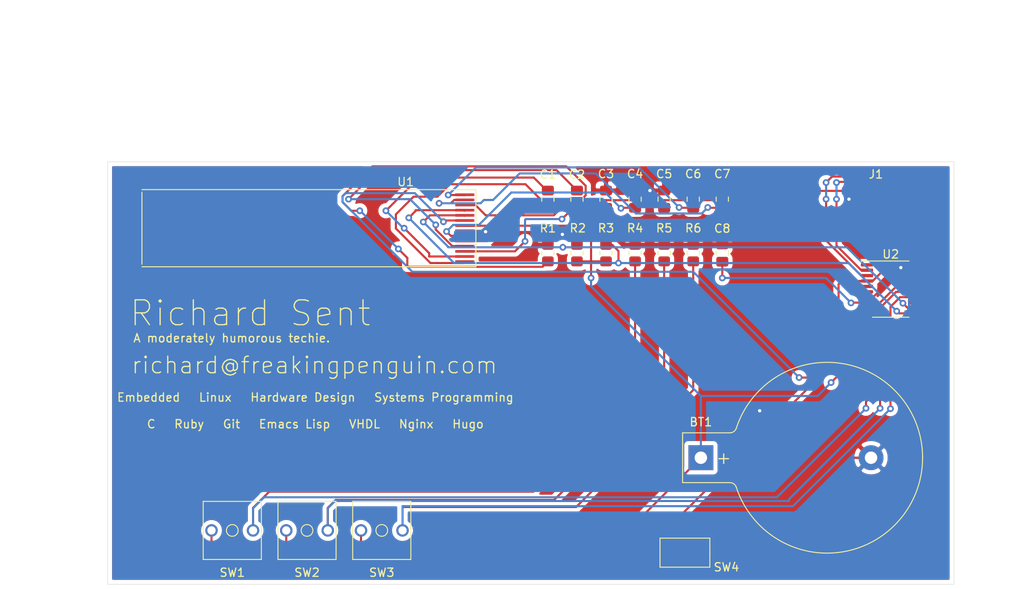
<source format=kicad_pcb>
(kicad_pcb (version 20171130) (host pcbnew 5.1.9)

  (general
    (thickness 1.6)
    (drawings 10)
    (tracks 347)
    (zones 0)
    (modules 22)
    (nets 31)
  )

  (page A4)
  (layers
    (0 F.Cu signal)
    (31 B.Cu signal)
    (32 B.Adhes user)
    (33 F.Adhes user)
    (34 B.Paste user)
    (35 F.Paste user)
    (36 B.SilkS user)
    (37 F.SilkS user)
    (38 B.Mask user)
    (39 F.Mask user)
    (40 Dwgs.User user)
    (41 Cmts.User user)
    (42 Eco1.User user)
    (43 Eco2.User user)
    (44 Edge.Cuts user)
    (45 Margin user)
    (46 B.CrtYd user)
    (47 F.CrtYd user)
    (48 B.Fab user)
    (49 F.Fab user)
  )

  (setup
    (last_trace_width 0.25)
    (trace_clearance 0.2)
    (zone_clearance 0.508)
    (zone_45_only no)
    (trace_min 0.2)
    (via_size 0.8)
    (via_drill 0.4)
    (via_min_size 0.4)
    (via_min_drill 0.3)
    (uvia_size 0.3)
    (uvia_drill 0.1)
    (uvias_allowed no)
    (uvia_min_size 0.2)
    (uvia_min_drill 0.1)
    (edge_width 0.05)
    (segment_width 0.2)
    (pcb_text_width 0.3)
    (pcb_text_size 1.5 1.5)
    (mod_edge_width 0.12)
    (mod_text_size 1 1)
    (mod_text_width 0.15)
    (pad_size 1.524 1.524)
    (pad_drill 0.762)
    (pad_to_mask_clearance 0)
    (aux_axis_origin 0 0)
    (visible_elements FFFFFF7F)
    (pcbplotparams
      (layerselection 0x010fc_ffffffff)
      (usegerberextensions false)
      (usegerberattributes true)
      (usegerberadvancedattributes true)
      (creategerberjobfile true)
      (excludeedgelayer true)
      (linewidth 0.100000)
      (plotframeref false)
      (viasonmask false)
      (mode 1)
      (useauxorigin false)
      (hpglpennumber 1)
      (hpglpenspeed 20)
      (hpglpendiameter 15.000000)
      (psnegative false)
      (psa4output false)
      (plotreference true)
      (plotvalue true)
      (plotinvisibletext false)
      (padsonsilk false)
      (subtractmaskfromsilk false)
      (outputformat 1)
      (mirror false)
      (drillshape 1)
      (scaleselection 1)
      (outputdirectory ""))
  )

  (net 0 "")
  (net 1 GND)
  (net 2 3v3)
  (net 3 "Net-(C1-Pad2)")
  (net 4 "Net-(C1-Pad1)")
  (net 5 "Net-(C2-Pad1)")
  (net 6 "Net-(C2-Pad2)")
  (net 7 "Net-(C4-Pad1)")
  (net 8 "Net-(C6-Pad2)")
  (net 9 "Net-(C7-Pad2)")
  (net 10 "Net-(C8-Pad1)")
  (net 11 TX)
  (net 12 RX)
  (net 13 SWIM)
  (net 14 NRST)
  (net 15 "Net-(J1-Pad6)")
  (net 16 "Net-(J1-Pad7)")
  (net 17 "Net-(R1-Pad1)")
  (net 18 SCL)
  (net 19 SDA)
  (net 20 btn0)
  (net 21 btn1)
  (net 22 btn2)
  (net 23 "Net-(U2-Pad1)")
  (net 24 "Net-(U2-Pad5)")
  (net 25 "Net-(U2-Pad6)")
  (net 26 "Net-(U2-Pad10)")
  (net 27 "Net-(U2-Pad13)")
  (net 28 "Net-(U2-Pad17)")
  (net 29 "Net-(U2-Pad19)")
  (net 30 "Net-(U2-Pad20)")

  (net_class Default "This is the default net class."
    (clearance 0.2)
    (trace_width 0.25)
    (via_dia 0.8)
    (via_drill 0.4)
    (uvia_dia 0.3)
    (uvia_drill 0.1)
    (add_net 3v3)
    (add_net GND)
    (add_net NRST)
    (add_net "Net-(C1-Pad1)")
    (add_net "Net-(C1-Pad2)")
    (add_net "Net-(C2-Pad1)")
    (add_net "Net-(C2-Pad2)")
    (add_net "Net-(C4-Pad1)")
    (add_net "Net-(C6-Pad2)")
    (add_net "Net-(C7-Pad2)")
    (add_net "Net-(C8-Pad1)")
    (add_net "Net-(J1-Pad6)")
    (add_net "Net-(J1-Pad7)")
    (add_net "Net-(R1-Pad1)")
    (add_net "Net-(U2-Pad1)")
    (add_net "Net-(U2-Pad10)")
    (add_net "Net-(U2-Pad13)")
    (add_net "Net-(U2-Pad17)")
    (add_net "Net-(U2-Pad19)")
    (add_net "Net-(U2-Pad20)")
    (add_net "Net-(U2-Pad5)")
    (add_net "Net-(U2-Pad6)")
    (add_net RX)
    (add_net SCL)
    (add_net SDA)
    (add_net SWIM)
    (add_net TX)
    (add_net btn0)
    (add_net btn1)
    (add_net btn2)
  )

  (module stm8_card:2mm_2x4_ICSP (layer F.Cu) (tedit 608195D8) (tstamp 6083B5E5)
    (at 272 106)
    (path /608162A6)
    (fp_text reference J1 (at -2 -3) (layer F.SilkS)
      (effects (font (size 1 1) (thickness 0.15)))
    )
    (fp_text value "DEBUG HEADER" (at 10 -3) (layer F.Fab)
      (effects (font (size 1 1) (thickness 0.15)))
    )
    (fp_line (start 4.5 -2) (end -4.5 -2) (layer F.CrtYd) (width 0.12))
    (fp_line (start -4.5 -2) (end -4.5 2) (layer F.CrtYd) (width 0.12))
    (fp_line (start -4.5 2) (end 4.5 2) (layer F.CrtYd) (width 0.12))
    (fp_line (start 4.5 2) (end 4.5 -2) (layer F.CrtYd) (width 0.12))
    (pad 8 smd circle (at -3 1) (size 1.524 1.524) (layers F.Cu F.Paste F.Mask)
      (net 1 GND))
    (pad 7 smd circle (at -1 1) (size 1.524 1.524) (layers F.Cu F.Paste F.Mask)
      (net 16 "Net-(J1-Pad7)"))
    (pad 6 smd circle (at 1 1) (size 1.524 1.524) (layers F.Cu F.Paste F.Mask)
      (net 15 "Net-(J1-Pad6)"))
    (pad 5 smd circle (at 3 1) (size 1.524 1.524) (layers F.Cu F.Paste F.Mask)
      (net 14 NRST))
    (pad 4 smd circle (at 3 -1) (size 1.524 1.524) (layers F.Cu F.Paste F.Mask)
      (net 13 SWIM))
    (pad 3 smd circle (at 1 -1) (size 1.524 1.524) (layers F.Cu F.Paste F.Mask)
      (net 12 RX))
    (pad 2 smd circle (at -1 -1) (size 1.524 1.524) (layers F.Cu F.Paste F.Mask)
      (net 11 TX))
    (pad 1 smd rect (at -3 -1) (size 1.524 1.524) (layers F.Cu F.Paste F.Mask)
      (net 2 3v3))
  )

  (module stm8_card:ER-OLED0.91-7 (layer F.Cu) (tedit 60819065) (tstamp 6083B6A1)
    (at 220.5 109.5 270)
    (path /608105A9)
    (attr smd)
    (fp_text reference U1 (at -5.58 7.125) (layer F.SilkS)
      (effects (font (size 1 1) (thickness 0.15)))
    )
    (fp_text value ER-OLED0.91-7 (at 5.58 6.875) (layer F.Fab)
      (effects (font (size 1 1) (thickness 0.15)))
    )
    (fp_line (start 6.2 -1.75) (end 6.2 39.5) (layer F.CrtYd) (width 0.05))
    (fp_line (start -6.2 -1.75) (end -6.2 39.5) (layer F.CrtYd) (width 0.05))
    (fp_line (start -6.2 39.5) (end 6.2 39.5) (layer F.CrtYd) (width 0.05))
    (fp_line (start -6.2 -1.75) (end 6.2 -1.75) (layer F.CrtYd) (width 0.05))
    (fp_line (start 4.65 -1.33) (end 4.65 38.875) (layer F.SilkS) (width 0.12))
    (fp_line (start -4.65 -1.33) (end -4.65 38.875) (layer F.SilkS) (width 0.12))
    (fp_line (start -4.34 38.875) (end 4.34 38.875) (layer F.SilkS) (width 0.12))
    (fp_line (start -4.65 -1.33) (end 4.65 -1.33) (layer F.SilkS) (width 0.12))
    (pad 14 smd rect (at -4.03 0 270) (size 0.32 2.3) (layers F.Cu F.Paste F.Mask)
      (net 8 "Net-(C6-Pad2)"))
    (pad 13 smd rect (at -3.41 0 270) (size 0.32 2.3) (layers F.Cu F.Paste F.Mask)
      (net 9 "Net-(C7-Pad2)"))
    (pad 12 smd rect (at -2.79 0 270) (size 0.32 2.3) (layers F.Cu F.Paste F.Mask)
      (net 17 "Net-(R1-Pad1)"))
    (pad 11 smd rect (at -2.17 0 270) (size 0.32 2.3) (layers F.Cu F.Paste F.Mask)
      (net 19 SDA))
    (pad 10 smd rect (at -1.55 0 270) (size 0.32 2.3) (layers F.Cu F.Paste F.Mask)
      (net 18 SCL))
    (pad 9 smd rect (at -0.93 0 270) (size 0.32 2.3) (layers F.Cu F.Paste F.Mask)
      (net 14 NRST))
    (pad 8 smd rect (at -0.31 0 270) (size 0.32 2.3) (layers F.Cu F.Paste F.Mask)
      (net 2 3v3))
    (pad 7 smd rect (at 0.31 0 270) (size 0.32 2.3) (layers F.Cu F.Paste F.Mask)
      (net 1 GND))
    (pad 6 smd rect (at 0.93 0 270) (size 0.32 2.3) (layers F.Cu F.Paste F.Mask)
      (net 7 "Net-(C4-Pad1)"))
    (pad 5 smd rect (at 1.55 0 270) (size 0.32 2.3) (layers F.Cu F.Paste F.Mask)
      (net 2 3v3))
    (pad 4 smd rect (at 2.17 0 270) (size 0.32 2.3) (layers F.Cu F.Paste F.Mask)
      (net 6 "Net-(C2-Pad2)"))
    (pad 3 smd rect (at 2.79 0 270) (size 0.32 2.3) (layers F.Cu F.Paste F.Mask)
      (net 5 "Net-(C2-Pad1)"))
    (pad 2 smd rect (at 3.41 0 270) (size 0.32 2.3) (layers F.Cu F.Paste F.Mask)
      (net 3 "Net-(C1-Pad2)"))
    (pad 1 smd rect (at 4.03 0 270) (size 0.32 2.3) (layers F.Cu F.Paste F.Mask)
      (net 4 "Net-(C1-Pad1)"))
  )

  (module Package_SO:TSSOP-20_4.4x6.5mm_P0.65mm (layer F.Cu) (tedit 5E476F32) (tstamp 60822500)
    (at 271.78 116.84)
    (descr "TSSOP, 20 Pin (JEDEC MO-153 Var AC https://www.jedec.org/document_search?search_api_views_fulltext=MO-153), generated with kicad-footprint-generator ipc_gullwing_generator.py")
    (tags "TSSOP SO")
    (path /60826CD3)
    (attr smd)
    (fp_text reference U2 (at 0 -4.2) (layer F.SilkS)
      (effects (font (size 1 1) (thickness 0.15)))
    )
    (fp_text value STM8S103F3 (at 0 4.2) (layer F.Fab)
      (effects (font (size 1 1) (thickness 0.15)))
    )
    (fp_line (start 3.85 -3.5) (end -3.85 -3.5) (layer F.CrtYd) (width 0.05))
    (fp_line (start 3.85 3.5) (end 3.85 -3.5) (layer F.CrtYd) (width 0.05))
    (fp_line (start -3.85 3.5) (end 3.85 3.5) (layer F.CrtYd) (width 0.05))
    (fp_line (start -3.85 -3.5) (end -3.85 3.5) (layer F.CrtYd) (width 0.05))
    (fp_line (start -2.2 -2.25) (end -1.2 -3.25) (layer F.Fab) (width 0.1))
    (fp_line (start -2.2 3.25) (end -2.2 -2.25) (layer F.Fab) (width 0.1))
    (fp_line (start 2.2 3.25) (end -2.2 3.25) (layer F.Fab) (width 0.1))
    (fp_line (start 2.2 -3.25) (end 2.2 3.25) (layer F.Fab) (width 0.1))
    (fp_line (start -1.2 -3.25) (end 2.2 -3.25) (layer F.Fab) (width 0.1))
    (fp_line (start 0 -3.385) (end -3.6 -3.385) (layer F.SilkS) (width 0.12))
    (fp_line (start 0 -3.385) (end 2.2 -3.385) (layer F.SilkS) (width 0.12))
    (fp_line (start 0 3.385) (end -2.2 3.385) (layer F.SilkS) (width 0.12))
    (fp_line (start 0 3.385) (end 2.2 3.385) (layer F.SilkS) (width 0.12))
    (fp_text user %R (at 0 0) (layer F.Fab)
      (effects (font (size 1 1) (thickness 0.15)))
    )
    (pad 1 smd roundrect (at -2.8625 -2.925) (size 1.475 0.4) (layers F.Cu F.Paste F.Mask) (roundrect_rratio 0.25)
      (net 23 "Net-(U2-Pad1)"))
    (pad 2 smd roundrect (at -2.8625 -2.275) (size 1.475 0.4) (layers F.Cu F.Paste F.Mask) (roundrect_rratio 0.25)
      (net 11 TX))
    (pad 3 smd roundrect (at -2.8625 -1.625) (size 1.475 0.4) (layers F.Cu F.Paste F.Mask) (roundrect_rratio 0.25)
      (net 12 RX))
    (pad 4 smd roundrect (at -2.8625 -0.975) (size 1.475 0.4) (layers F.Cu F.Paste F.Mask) (roundrect_rratio 0.25)
      (net 14 NRST))
    (pad 5 smd roundrect (at -2.8625 -0.325) (size 1.475 0.4) (layers F.Cu F.Paste F.Mask) (roundrect_rratio 0.25)
      (net 24 "Net-(U2-Pad5)"))
    (pad 6 smd roundrect (at -2.8625 0.325) (size 1.475 0.4) (layers F.Cu F.Paste F.Mask) (roundrect_rratio 0.25)
      (net 25 "Net-(U2-Pad6)"))
    (pad 7 smd roundrect (at -2.8625 0.975) (size 1.475 0.4) (layers F.Cu F.Paste F.Mask) (roundrect_rratio 0.25)
      (net 1 GND))
    (pad 8 smd roundrect (at -2.8625 1.625) (size 1.475 0.4) (layers F.Cu F.Paste F.Mask) (roundrect_rratio 0.25)
      (net 10 "Net-(C8-Pad1)"))
    (pad 9 smd roundrect (at -2.8625 2.275) (size 1.475 0.4) (layers F.Cu F.Paste F.Mask) (roundrect_rratio 0.25)
      (net 2 3v3))
    (pad 10 smd roundrect (at -2.8625 2.925) (size 1.475 0.4) (layers F.Cu F.Paste F.Mask) (roundrect_rratio 0.25)
      (net 26 "Net-(U2-Pad10)"))
    (pad 11 smd roundrect (at 2.8625 2.925) (size 1.475 0.4) (layers F.Cu F.Paste F.Mask) (roundrect_rratio 0.25)
      (net 19 SDA))
    (pad 12 smd roundrect (at 2.8625 2.275) (size 1.475 0.4) (layers F.Cu F.Paste F.Mask) (roundrect_rratio 0.25)
      (net 18 SCL))
    (pad 13 smd roundrect (at 2.8625 1.625) (size 1.475 0.4) (layers F.Cu F.Paste F.Mask) (roundrect_rratio 0.25)
      (net 27 "Net-(U2-Pad13)"))
    (pad 14 smd roundrect (at 2.8625 0.975) (size 1.475 0.4) (layers F.Cu F.Paste F.Mask) (roundrect_rratio 0.25)
      (net 22 btn2))
    (pad 15 smd roundrect (at 2.8625 0.325) (size 1.475 0.4) (layers F.Cu F.Paste F.Mask) (roundrect_rratio 0.25)
      (net 21 btn1))
    (pad 16 smd roundrect (at 2.8625 -0.325) (size 1.475 0.4) (layers F.Cu F.Paste F.Mask) (roundrect_rratio 0.25)
      (net 20 btn0))
    (pad 17 smd roundrect (at 2.8625 -0.975) (size 1.475 0.4) (layers F.Cu F.Paste F.Mask) (roundrect_rratio 0.25)
      (net 28 "Net-(U2-Pad17)"))
    (pad 18 smd roundrect (at 2.8625 -1.625) (size 1.475 0.4) (layers F.Cu F.Paste F.Mask) (roundrect_rratio 0.25)
      (net 13 SWIM))
    (pad 19 smd roundrect (at 2.8625 -2.275) (size 1.475 0.4) (layers F.Cu F.Paste F.Mask) (roundrect_rratio 0.25)
      (net 29 "Net-(U2-Pad19)"))
    (pad 20 smd roundrect (at 2.8625 -2.925) (size 1.475 0.4) (layers F.Cu F.Paste F.Mask) (roundrect_rratio 0.25)
      (net 30 "Net-(U2-Pad20)"))
    (model ${KISYS3DMOD}/Package_SO.3dshapes/TSSOP-20_4.4x6.5mm_P0.65mm.wrl
      (at (xyz 0 0 0))
      (scale (xyz 1 1 1))
      (rotate (xyz 0 0 0))
    )
  )

  (module stm8_card:BatteryHolder_Keystone_103_1x20mm_Corrected (layer F.Cu) (tedit 6081BA80) (tstamp 6082143D)
    (at 248.92 137.16)
    (descr http://www.keyelco.com/product-pdf.cfm?p=719)
    (tags "Keystone type 103 battery holder")
    (path /6081E543)
    (fp_text reference BT1 (at 0 -4.3) (layer F.SilkS)
      (effects (font (size 1 1) (thickness 0.15)))
    )
    (fp_text value 103 (at 15 13) (layer F.Fab)
      (effects (font (size 1 1) (thickness 0.15)))
    )
    (fp_line (start 0 -1.3) (end 0 1.3) (layer F.Fab) (width 0.1))
    (fp_line (start 16.2 -1.3) (end 0 -1.3) (layer F.Fab) (width 0.1))
    (fp_line (start 0 1.3) (end 16.2 1.3) (layer F.Fab) (width 0.1))
    (fp_line (start -2.1 -2.5) (end -2.1 2.5) (layer F.Fab) (width 0.1))
    (fp_line (start -1.7 2.9) (end 3.5306 2.9) (layer F.Fab) (width 0.1))
    (fp_line (start 3.5306 -2.9) (end -1.7 -2.9) (layer F.Fab) (width 0.1))
    (fp_line (start 23.5712 -7.7216) (end 22.6314 -6.858) (layer F.Fab) (width 0.1))
    (fp_line (start 23.5712 7.7216) (end 22.6568 6.8834) (layer F.Fab) (width 0.1))
    (fp_line (start -2.2 3) (end 3.5 3) (layer F.SilkS) (width 0.12))
    (fp_line (start -2.2 3) (end -2.2 -3) (layer F.SilkS) (width 0.12))
    (fp_line (start -2.2 -3) (end 3.5 -3) (layer F.SilkS) (width 0.12))
    (fp_line (start -2.45 3.25) (end -2.45 -3.25) (layer F.CrtYd) (width 0.05))
    (fp_line (start -2.45 3.25) (end 3.5 3.25) (layer F.CrtYd) (width 0.05))
    (fp_line (start -2.45 -3.25) (end 3.5 -3.25) (layer F.CrtYd) (width 0.05))
    (fp_text user + (at 2.75 0) (layer F.SilkS)
      (effects (font (size 1.5 1.5) (thickness 0.15)))
    )
    (fp_text user %R (at 0 0) (layer F.Fab)
      (effects (font (size 1 1) (thickness 0.15)))
    )
    (fp_arc (start 15.2 0) (end 4.01 3.6) (angle -162.5) (layer F.CrtYd) (width 0.05))
    (fp_arc (start 15.2 -0.136966) (end 4.02 -3.62) (angle 163.0298309) (layer F.CrtYd) (width 0.05))
    (fp_arc (start 3.5 3.8) (end 3.5 3.25) (angle 70) (layer F.CrtYd) (width 0.05))
    (fp_arc (start 3.5 -3.8) (end 3.5 -3.25) (angle -70) (layer F.CrtYd) (width 0.05))
    (fp_arc (start 15.2 0) (end 4.25 3.5) (angle -162.5) (layer F.SilkS) (width 0.12))
    (fp_arc (start 3.5 3.8) (end 3.5 3) (angle 70) (layer F.SilkS) (width 0.12))
    (fp_arc (start 15.2 0) (end 4.25 -3.5) (angle 162.5) (layer F.SilkS) (width 0.12))
    (fp_arc (start 3.5 -3.8) (end 3.5 -3) (angle -70) (layer F.SilkS) (width 0.12))
    (fp_arc (start 3.5 3.8) (end 3.5 2.9) (angle 70) (layer F.Fab) (width 0.1))
    (fp_arc (start 15.2 0) (end 4.35 3.5) (angle -162.5) (layer F.Fab) (width 0.1))
    (fp_arc (start 15.2 0) (end 4.35 -3.5) (angle 162.5) (layer F.Fab) (width 0.1))
    (fp_arc (start 15.2 0) (end 5.2 1.3) (angle -180) (layer F.Fab) (width 0.1))
    (fp_arc (start 15.2 0) (end 9 1.3) (angle -170) (layer F.Fab) (width 0.1))
    (fp_arc (start 15.2 0) (end 13.3 1.3) (angle -150) (layer F.Fab) (width 0.1))
    (fp_arc (start 15.2 0) (end 13.3 -1.3) (angle 150) (layer F.Fab) (width 0.1))
    (fp_arc (start 15.2 0) (end 9 -1.3) (angle 170) (layer F.Fab) (width 0.1))
    (fp_arc (start 15.2 0) (end 5.2 -1.3) (angle 180) (layer F.Fab) (width 0.1))
    (fp_arc (start 3.5 -3.8) (end 3.5 -2.9) (angle -70) (layer F.Fab) (width 0.1))
    (fp_arc (start 16.2 0) (end 16.2 -1.3) (angle 180) (layer F.Fab) (width 0.1))
    (fp_arc (start -1.7 2.5) (end -2.1 2.5) (angle -90) (layer F.Fab) (width 0.1))
    (fp_arc (start -1.7 -2.5) (end -2.1 -2.5) (angle 90) (layer F.Fab) (width 0.1))
    (pad 2 thru_hole circle (at 20.49 0) (size 3 3) (drill 1.5) (layers *.Cu *.Mask)
      (net 1 GND))
    (pad 1 thru_hole rect (at 0 0) (size 3 3) (drill 1.5) (layers *.Cu *.Mask)
      (net 2 3v3))
    (model ${KISYS3DMOD}/Battery.3dshapes/BatteryHolder_Keystone_103_1x20mm.wrl
      (at (xyz 0 0 0))
      (scale (xyz 1 1 1))
      (rotate (xyz 0 0 0))
    )
  )

  (module Capacitor_SMD:C_0805_2012Metric_Pad1.18x1.45mm_HandSolder (layer F.Cu) (tedit 5F68FEEF) (tstamp 6083B55E)
    (at 230.5 106 90)
    (descr "Capacitor SMD 0805 (2012 Metric), square (rectangular) end terminal, IPC_7351 nominal with elongated pad for handsoldering. (Body size source: IPC-SM-782 page 76, https://www.pcb-3d.com/wordpress/wp-content/uploads/ipc-sm-782a_amendment_1_and_2.pdf, https://docs.google.com/spreadsheets/d/1BsfQQcO9C6DZCsRaXUlFlo91Tg2WpOkGARC1WS5S8t0/edit?usp=sharing), generated with kicad-footprint-generator")
    (tags "capacitor handsolder")
    (path /6082D715)
    (attr smd)
    (fp_text reference C1 (at 2.9625 0 180) (layer F.SilkS)
      (effects (font (size 1 1) (thickness 0.15)))
    )
    (fp_text value 1uf (at -3.6375 0 270) (layer F.Fab)
      (effects (font (size 1 1) (thickness 0.15)))
    )
    (fp_text user %R (at 0 0 90) (layer F.Fab)
      (effects (font (size 0.5 0.5) (thickness 0.08)))
    )
    (fp_line (start 1.88 0.98) (end -1.88 0.98) (layer F.CrtYd) (width 0.05))
    (fp_line (start 1.88 -0.98) (end 1.88 0.98) (layer F.CrtYd) (width 0.05))
    (fp_line (start -1.88 -0.98) (end 1.88 -0.98) (layer F.CrtYd) (width 0.05))
    (fp_line (start -1.88 0.98) (end -1.88 -0.98) (layer F.CrtYd) (width 0.05))
    (fp_line (start -0.261252 0.735) (end 0.261252 0.735) (layer F.SilkS) (width 0.12))
    (fp_line (start -0.261252 -0.735) (end 0.261252 -0.735) (layer F.SilkS) (width 0.12))
    (fp_line (start 1 0.625) (end -1 0.625) (layer F.Fab) (width 0.1))
    (fp_line (start 1 -0.625) (end 1 0.625) (layer F.Fab) (width 0.1))
    (fp_line (start -1 -0.625) (end 1 -0.625) (layer F.Fab) (width 0.1))
    (fp_line (start -1 0.625) (end -1 -0.625) (layer F.Fab) (width 0.1))
    (pad 1 smd roundrect (at -1.0375 0 90) (size 1.175 1.45) (layers F.Cu F.Paste F.Mask) (roundrect_rratio 0.212766)
      (net 4 "Net-(C1-Pad1)"))
    (pad 2 smd roundrect (at 1.0375 0 90) (size 1.175 1.45) (layers F.Cu F.Paste F.Mask) (roundrect_rratio 0.212766)
      (net 3 "Net-(C1-Pad2)"))
    (model ${KISYS3DMOD}/Capacitor_SMD.3dshapes/C_0805_2012Metric.wrl
      (at (xyz 0 0 0))
      (scale (xyz 1 1 1))
      (rotate (xyz 0 0 0))
    )
  )

  (module Capacitor_SMD:C_0805_2012Metric_Pad1.18x1.45mm_HandSolder (layer F.Cu) (tedit 5F68FEEF) (tstamp 6083B56F)
    (at 234 106 90)
    (descr "Capacitor SMD 0805 (2012 Metric), square (rectangular) end terminal, IPC_7351 nominal with elongated pad for handsoldering. (Body size source: IPC-SM-782 page 76, https://www.pcb-3d.com/wordpress/wp-content/uploads/ipc-sm-782a_amendment_1_and_2.pdf, https://docs.google.com/spreadsheets/d/1BsfQQcO9C6DZCsRaXUlFlo91Tg2WpOkGARC1WS5S8t0/edit?usp=sharing), generated with kicad-footprint-generator")
    (tags "capacitor handsolder")
    (path /6082E3CB)
    (attr smd)
    (fp_text reference C2 (at 2.9625 0 180) (layer F.SilkS)
      (effects (font (size 1 1) (thickness 0.15)))
    )
    (fp_text value 1uf (at -3.6375 0 270) (layer F.Fab)
      (effects (font (size 1 1) (thickness 0.15)))
    )
    (fp_text user %R (at 0 0 90) (layer F.Fab)
      (effects (font (size 0.5 0.5) (thickness 0.08)))
    )
    (fp_line (start -1 0.625) (end -1 -0.625) (layer F.Fab) (width 0.1))
    (fp_line (start -1 -0.625) (end 1 -0.625) (layer F.Fab) (width 0.1))
    (fp_line (start 1 -0.625) (end 1 0.625) (layer F.Fab) (width 0.1))
    (fp_line (start 1 0.625) (end -1 0.625) (layer F.Fab) (width 0.1))
    (fp_line (start -0.261252 -0.735) (end 0.261252 -0.735) (layer F.SilkS) (width 0.12))
    (fp_line (start -0.261252 0.735) (end 0.261252 0.735) (layer F.SilkS) (width 0.12))
    (fp_line (start -1.88 0.98) (end -1.88 -0.98) (layer F.CrtYd) (width 0.05))
    (fp_line (start -1.88 -0.98) (end 1.88 -0.98) (layer F.CrtYd) (width 0.05))
    (fp_line (start 1.88 -0.98) (end 1.88 0.98) (layer F.CrtYd) (width 0.05))
    (fp_line (start 1.88 0.98) (end -1.88 0.98) (layer F.CrtYd) (width 0.05))
    (pad 2 smd roundrect (at 1.0375 0 90) (size 1.175 1.45) (layers F.Cu F.Paste F.Mask) (roundrect_rratio 0.212766)
      (net 6 "Net-(C2-Pad2)"))
    (pad 1 smd roundrect (at -1.0375 0 90) (size 1.175 1.45) (layers F.Cu F.Paste F.Mask) (roundrect_rratio 0.212766)
      (net 5 "Net-(C2-Pad1)"))
    (model ${KISYS3DMOD}/Capacitor_SMD.3dshapes/C_0805_2012Metric.wrl
      (at (xyz 0 0 0))
      (scale (xyz 1 1 1))
      (rotate (xyz 0 0 0))
    )
  )

  (module Capacitor_SMD:C_0805_2012Metric_Pad1.18x1.45mm_HandSolder (layer F.Cu) (tedit 5F68FEEF) (tstamp 6083B580)
    (at 237.5 106 90)
    (descr "Capacitor SMD 0805 (2012 Metric), square (rectangular) end terminal, IPC_7351 nominal with elongated pad for handsoldering. (Body size source: IPC-SM-782 page 76, https://www.pcb-3d.com/wordpress/wp-content/uploads/ipc-sm-782a_amendment_1_and_2.pdf, https://docs.google.com/spreadsheets/d/1BsfQQcO9C6DZCsRaXUlFlo91Tg2WpOkGARC1WS5S8t0/edit?usp=sharing), generated with kicad-footprint-generator")
    (tags "capacitor handsolder")
    (path /608634F0)
    (attr smd)
    (fp_text reference C3 (at 3.0375 0 180) (layer F.SilkS)
      (effects (font (size 1 1) (thickness 0.15)))
    )
    (fp_text value 1uf (at -3.5625 0 270) (layer F.Fab)
      (effects (font (size 1 1) (thickness 0.15)))
    )
    (fp_text user %R (at 0 0 90) (layer F.Fab)
      (effects (font (size 0.5 0.5) (thickness 0.08)))
    )
    (fp_line (start 1.88 0.98) (end -1.88 0.98) (layer F.CrtYd) (width 0.05))
    (fp_line (start 1.88 -0.98) (end 1.88 0.98) (layer F.CrtYd) (width 0.05))
    (fp_line (start -1.88 -0.98) (end 1.88 -0.98) (layer F.CrtYd) (width 0.05))
    (fp_line (start -1.88 0.98) (end -1.88 -0.98) (layer F.CrtYd) (width 0.05))
    (fp_line (start -0.261252 0.735) (end 0.261252 0.735) (layer F.SilkS) (width 0.12))
    (fp_line (start -0.261252 -0.735) (end 0.261252 -0.735) (layer F.SilkS) (width 0.12))
    (fp_line (start 1 0.625) (end -1 0.625) (layer F.Fab) (width 0.1))
    (fp_line (start 1 -0.625) (end 1 0.625) (layer F.Fab) (width 0.1))
    (fp_line (start -1 -0.625) (end 1 -0.625) (layer F.Fab) (width 0.1))
    (fp_line (start -1 0.625) (end -1 -0.625) (layer F.Fab) (width 0.1))
    (pad 1 smd roundrect (at -1.0375 0 90) (size 1.175 1.45) (layers F.Cu F.Paste F.Mask) (roundrect_rratio 0.212766)
      (net 2 3v3))
    (pad 2 smd roundrect (at 1.0375 0 90) (size 1.175 1.45) (layers F.Cu F.Paste F.Mask) (roundrect_rratio 0.212766)
      (net 1 GND))
    (model ${KISYS3DMOD}/Capacitor_SMD.3dshapes/C_0805_2012Metric.wrl
      (at (xyz 0 0 0))
      (scale (xyz 1 1 1))
      (rotate (xyz 0 0 0))
    )
  )

  (module Capacitor_SMD:C_0805_2012Metric_Pad1.18x1.45mm_HandSolder (layer F.Cu) (tedit 5F68FEEF) (tstamp 6081B9F6)
    (at 241 106 90)
    (descr "Capacitor SMD 0805 (2012 Metric), square (rectangular) end terminal, IPC_7351 nominal with elongated pad for handsoldering. (Body size source: IPC-SM-782 page 76, https://www.pcb-3d.com/wordpress/wp-content/uploads/ipc-sm-782a_amendment_1_and_2.pdf, https://docs.google.com/spreadsheets/d/1BsfQQcO9C6DZCsRaXUlFlo91Tg2WpOkGARC1WS5S8t0/edit?usp=sharing), generated with kicad-footprint-generator")
    (tags "capacitor handsolder")
    (path /6085DCB0)
    (attr smd)
    (fp_text reference C4 (at 3.0375 0 180) (layer F.SilkS)
      (effects (font (size 1 1) (thickness 0.15)))
    )
    (fp_text value 22nf (at -3.9625 0 270) (layer F.Fab)
      (effects (font (size 1 1) (thickness 0.15)))
    )
    (fp_text user %R (at 1 -0.625 90) (layer F.Fab)
      (effects (font (size 0.5 0.5) (thickness 0.08)))
    )
    (fp_line (start -1 0.625) (end -1 -0.625) (layer F.Fab) (width 0.1))
    (fp_line (start -1 -0.625) (end 1 -0.625) (layer F.Fab) (width 0.1))
    (fp_line (start 1 -0.625) (end 1 0.625) (layer F.Fab) (width 0.1))
    (fp_line (start 1 0.625) (end -1 0.625) (layer F.Fab) (width 0.1))
    (fp_line (start -0.261252 -0.735) (end 0.261252 -0.735) (layer F.SilkS) (width 0.12))
    (fp_line (start -0.261252 0.735) (end 0.261252 0.735) (layer F.SilkS) (width 0.12))
    (fp_line (start -1.88 0.98) (end -1.88 -0.98) (layer F.CrtYd) (width 0.05))
    (fp_line (start -1.88 -0.98) (end 1.88 -0.98) (layer F.CrtYd) (width 0.05))
    (fp_line (start 1.88 -0.98) (end 1.88 0.98) (layer F.CrtYd) (width 0.05))
    (fp_line (start 1.88 0.98) (end -1.88 0.98) (layer F.CrtYd) (width 0.05))
    (pad 2 smd roundrect (at 1.0375 0 90) (size 1.175 1.45) (layers F.Cu F.Paste F.Mask) (roundrect_rratio 0.212766)
      (net 1 GND))
    (pad 1 smd roundrect (at -1.0375 0 90) (size 1.175 1.45) (layers F.Cu F.Paste F.Mask) (roundrect_rratio 0.212766)
      (net 7 "Net-(C4-Pad1)"))
    (model ${KISYS3DMOD}/Capacitor_SMD.3dshapes/C_0805_2012Metric.wrl
      (at (xyz 0 0 0))
      (scale (xyz 1 1 1))
      (rotate (xyz 0 0 0))
    )
  )

  (module Capacitor_SMD:C_0805_2012Metric_Pad1.18x1.45mm_HandSolder (layer F.Cu) (tedit 5F68FEEF) (tstamp 6081BE2B)
    (at 244.5 106 270)
    (descr "Capacitor SMD 0805 (2012 Metric), square (rectangular) end terminal, IPC_7351 nominal with elongated pad for handsoldering. (Body size source: IPC-SM-782 page 76, https://www.pcb-3d.com/wordpress/wp-content/uploads/ipc-sm-782a_amendment_1_and_2.pdf, https://docs.google.com/spreadsheets/d/1BsfQQcO9C6DZCsRaXUlFlo91Tg2WpOkGARC1WS5S8t0/edit?usp=sharing), generated with kicad-footprint-generator")
    (tags "capacitor handsolder")
    (path /608724BC)
    (attr smd)
    (fp_text reference C5 (at -3.0375 0 180) (layer F.SilkS)
      (effects (font (size 1 1) (thickness 0.15)))
    )
    (fp_text value 1uf (at 3.3625 0 270) (layer F.Fab)
      (effects (font (size 1 1) (thickness 0.15)))
    )
    (fp_text user %R (at 0 0 90) (layer F.Fab)
      (effects (font (size 0.5 0.5) (thickness 0.08)))
    )
    (fp_line (start 1.88 0.98) (end -1.88 0.98) (layer F.CrtYd) (width 0.05))
    (fp_line (start 1.88 -0.98) (end 1.88 0.98) (layer F.CrtYd) (width 0.05))
    (fp_line (start -1.88 -0.98) (end 1.88 -0.98) (layer F.CrtYd) (width 0.05))
    (fp_line (start -1.88 0.98) (end -1.88 -0.98) (layer F.CrtYd) (width 0.05))
    (fp_line (start -0.261252 0.735) (end 0.261252 0.735) (layer F.SilkS) (width 0.12))
    (fp_line (start -0.261252 -0.735) (end 0.261252 -0.735) (layer F.SilkS) (width 0.12))
    (fp_line (start 1 0.625) (end -1 0.625) (layer F.Fab) (width 0.1))
    (fp_line (start 1 -0.625) (end 1 0.625) (layer F.Fab) (width 0.1))
    (fp_line (start -1 -0.625) (end 1 -0.625) (layer F.Fab) (width 0.1))
    (fp_line (start -1 0.625) (end -1 -0.625) (layer F.Fab) (width 0.1))
    (pad 1 smd roundrect (at -1.0375 0 270) (size 1.175 1.45) (layers F.Cu F.Paste F.Mask) (roundrect_rratio 0.212766)
      (net 1 GND))
    (pad 2 smd roundrect (at 1.0375 0 270) (size 1.175 1.45) (layers F.Cu F.Paste F.Mask) (roundrect_rratio 0.212766)
      (net 2 3v3))
    (model ${KISYS3DMOD}/Capacitor_SMD.3dshapes/C_0805_2012Metric.wrl
      (at (xyz 0 0 0))
      (scale (xyz 1 1 1))
      (rotate (xyz 0 0 0))
    )
  )

  (module Capacitor_SMD:C_0805_2012Metric_Pad1.18x1.45mm_HandSolder (layer F.Cu) (tedit 5F68FEEF) (tstamp 6081C107)
    (at 248 106 270)
    (descr "Capacitor SMD 0805 (2012 Metric), square (rectangular) end terminal, IPC_7351 nominal with elongated pad for handsoldering. (Body size source: IPC-SM-782 page 76, https://www.pcb-3d.com/wordpress/wp-content/uploads/ipc-sm-782a_amendment_1_and_2.pdf, https://docs.google.com/spreadsheets/d/1BsfQQcO9C6DZCsRaXUlFlo91Tg2WpOkGARC1WS5S8t0/edit?usp=sharing), generated with kicad-footprint-generator")
    (tags "capacitor handsolder")
    (path /60851F1A)
    (attr smd)
    (fp_text reference C6 (at -3.0375 0 180) (layer F.SilkS)
      (effects (font (size 1 1) (thickness 0.15)))
    )
    (fp_text value 2.2uf (at 3.9625 0 270) (layer F.Fab)
      (effects (font (size 1 1) (thickness 0.15)))
    )
    (fp_text user %R (at 0 0 90) (layer F.Fab)
      (effects (font (size 0.5 0.5) (thickness 0.08)))
    )
    (fp_line (start 1.88 0.98) (end -1.88 0.98) (layer F.CrtYd) (width 0.05))
    (fp_line (start 1.88 -0.98) (end 1.88 0.98) (layer F.CrtYd) (width 0.05))
    (fp_line (start -1.88 -0.98) (end 1.88 -0.98) (layer F.CrtYd) (width 0.05))
    (fp_line (start -1.88 0.98) (end -1.88 -0.98) (layer F.CrtYd) (width 0.05))
    (fp_line (start -0.261252 0.735) (end 0.261252 0.735) (layer F.SilkS) (width 0.12))
    (fp_line (start -0.261252 -0.735) (end 0.261252 -0.735) (layer F.SilkS) (width 0.12))
    (fp_line (start 1 0.625) (end -1 0.625) (layer F.Fab) (width 0.1))
    (fp_line (start 1 -0.625) (end 1 0.625) (layer F.Fab) (width 0.1))
    (fp_line (start -1 -0.625) (end 1 -0.625) (layer F.Fab) (width 0.1))
    (fp_line (start -1 0.625) (end -1 -0.625) (layer F.Fab) (width 0.1))
    (pad 1 smd roundrect (at -1.0375 0 270) (size 1.175 1.45) (layers F.Cu F.Paste F.Mask) (roundrect_rratio 0.212766)
      (net 1 GND))
    (pad 2 smd roundrect (at 1.0375 0 270) (size 1.175 1.45) (layers F.Cu F.Paste F.Mask) (roundrect_rratio 0.212766)
      (net 8 "Net-(C6-Pad2)"))
    (model ${KISYS3DMOD}/Capacitor_SMD.3dshapes/C_0805_2012Metric.wrl
      (at (xyz 0 0 0))
      (scale (xyz 1 1 1))
      (rotate (xyz 0 0 0))
    )
  )

  (module Capacitor_SMD:C_0805_2012Metric_Pad1.18x1.45mm_HandSolder (layer F.Cu) (tedit 5F68FEEF) (tstamp 6083B5C4)
    (at 251.5 106 270)
    (descr "Capacitor SMD 0805 (2012 Metric), square (rectangular) end terminal, IPC_7351 nominal with elongated pad for handsoldering. (Body size source: IPC-SM-782 page 76, https://www.pcb-3d.com/wordpress/wp-content/uploads/ipc-sm-782a_amendment_1_and_2.pdf, https://docs.google.com/spreadsheets/d/1BsfQQcO9C6DZCsRaXUlFlo91Tg2WpOkGARC1WS5S8t0/edit?usp=sharing), generated with kicad-footprint-generator")
    (tags "capacitor handsolder")
    (path /60851930)
    (attr smd)
    (fp_text reference C7 (at -3.0375 0 180) (layer F.SilkS)
      (effects (font (size 1 1) (thickness 0.15)))
    )
    (fp_text value 4.7uf (at 3.9625 0 270) (layer F.Fab)
      (effects (font (size 1 1) (thickness 0.15)))
    )
    (fp_text user %R (at 0 0 90) (layer F.Fab)
      (effects (font (size 0.5 0.5) (thickness 0.08)))
    )
    (fp_line (start -1 0.625) (end -1 -0.625) (layer F.Fab) (width 0.1))
    (fp_line (start -1 -0.625) (end 1 -0.625) (layer F.Fab) (width 0.1))
    (fp_line (start 1 -0.625) (end 1 0.625) (layer F.Fab) (width 0.1))
    (fp_line (start 1 0.625) (end -1 0.625) (layer F.Fab) (width 0.1))
    (fp_line (start -0.261252 -0.735) (end 0.261252 -0.735) (layer F.SilkS) (width 0.12))
    (fp_line (start -0.261252 0.735) (end 0.261252 0.735) (layer F.SilkS) (width 0.12))
    (fp_line (start -1.88 0.98) (end -1.88 -0.98) (layer F.CrtYd) (width 0.05))
    (fp_line (start -1.88 -0.98) (end 1.88 -0.98) (layer F.CrtYd) (width 0.05))
    (fp_line (start 1.88 -0.98) (end 1.88 0.98) (layer F.CrtYd) (width 0.05))
    (fp_line (start 1.88 0.98) (end -1.88 0.98) (layer F.CrtYd) (width 0.05))
    (pad 2 smd roundrect (at 1.0375 0 270) (size 1.175 1.45) (layers F.Cu F.Paste F.Mask) (roundrect_rratio 0.212766)
      (net 9 "Net-(C7-Pad2)"))
    (pad 1 smd roundrect (at -1.0375 0 270) (size 1.175 1.45) (layers F.Cu F.Paste F.Mask) (roundrect_rratio 0.212766)
      (net 1 GND))
    (model ${KISYS3DMOD}/Capacitor_SMD.3dshapes/C_0805_2012Metric.wrl
      (at (xyz 0 0 0))
      (scale (xyz 1 1 1))
      (rotate (xyz 0 0 0))
    )
  )

  (module Capacitor_SMD:C_0805_2012Metric_Pad1.18x1.45mm_HandSolder (layer F.Cu) (tedit 5F68FEEF) (tstamp 6081C38B)
    (at 251.5 112.5 90)
    (descr "Capacitor SMD 0805 (2012 Metric), square (rectangular) end terminal, IPC_7351 nominal with elongated pad for handsoldering. (Body size source: IPC-SM-782 page 76, https://www.pcb-3d.com/wordpress/wp-content/uploads/ipc-sm-782a_amendment_1_and_2.pdf, https://docs.google.com/spreadsheets/d/1BsfQQcO9C6DZCsRaXUlFlo91Tg2WpOkGARC1WS5S8t0/edit?usp=sharing), generated with kicad-footprint-generator")
    (tags "capacitor handsolder")
    (path /608B409C)
    (attr smd)
    (fp_text reference C8 (at 2.9625 0 180) (layer F.SilkS)
      (effects (font (size 1 1) (thickness 0.15)))
    )
    (fp_text value 1uf (at -3.0375 0 180) (layer F.Fab)
      (effects (font (size 1 1) (thickness 0.15)))
    )
    (fp_text user %R (at 0 0 90) (layer F.Fab)
      (effects (font (size 0.5 0.5) (thickness 0.08)))
    )
    (fp_line (start -1 0.625) (end -1 -0.625) (layer F.Fab) (width 0.1))
    (fp_line (start -1 -0.625) (end 1 -0.625) (layer F.Fab) (width 0.1))
    (fp_line (start 1 -0.625) (end 1 0.625) (layer F.Fab) (width 0.1))
    (fp_line (start 1 0.625) (end -1 0.625) (layer F.Fab) (width 0.1))
    (fp_line (start -0.261252 -0.735) (end 0.261252 -0.735) (layer F.SilkS) (width 0.12))
    (fp_line (start -0.261252 0.735) (end 0.261252 0.735) (layer F.SilkS) (width 0.12))
    (fp_line (start -1.88 0.98) (end -1.88 -0.98) (layer F.CrtYd) (width 0.05))
    (fp_line (start -1.88 -0.98) (end 1.88 -0.98) (layer F.CrtYd) (width 0.05))
    (fp_line (start 1.88 -0.98) (end 1.88 0.98) (layer F.CrtYd) (width 0.05))
    (fp_line (start 1.88 0.98) (end -1.88 0.98) (layer F.CrtYd) (width 0.05))
    (pad 2 smd roundrect (at 1.0375 0 90) (size 1.175 1.45) (layers F.Cu F.Paste F.Mask) (roundrect_rratio 0.212766)
      (net 1 GND))
    (pad 1 smd roundrect (at -1.0375 0 90) (size 1.175 1.45) (layers F.Cu F.Paste F.Mask) (roundrect_rratio 0.212766)
      (net 10 "Net-(C8-Pad1)"))
    (model ${KISYS3DMOD}/Capacitor_SMD.3dshapes/C_0805_2012Metric.wrl
      (at (xyz 0 0 0))
      (scale (xyz 1 1 1))
      (rotate (xyz 0 0 0))
    )
  )

  (module Resistor_SMD:R_0805_2012Metric_Pad1.20x1.40mm_HandSolder (layer F.Cu) (tedit 5F68FEEE) (tstamp 6081CC5D)
    (at 230.5 112.5 90)
    (descr "Resistor SMD 0805 (2012 Metric), square (rectangular) end terminal, IPC_7351 nominal with elongated pad for handsoldering. (Body size source: IPC-SM-782 page 72, https://www.pcb-3d.com/wordpress/wp-content/uploads/ipc-sm-782a_amendment_1_and_2.pdf), generated with kicad-footprint-generator")
    (tags "resistor handsolder")
    (path /608515E3)
    (attr smd)
    (fp_text reference R1 (at 3 0 180) (layer F.SilkS)
      (effects (font (size 1 1) (thickness 0.15)))
    )
    (fp_text value 390k (at -3.8 0 90) (layer F.Fab)
      (effects (font (size 1 1) (thickness 0.15)))
    )
    (fp_text user %R (at 0 0 90) (layer F.Fab)
      (effects (font (size 0.5 0.5) (thickness 0.08)))
    )
    (fp_line (start 1.85 0.95) (end -1.85 0.95) (layer F.CrtYd) (width 0.05))
    (fp_line (start 1.85 -0.95) (end 1.85 0.95) (layer F.CrtYd) (width 0.05))
    (fp_line (start -1.85 -0.95) (end 1.85 -0.95) (layer F.CrtYd) (width 0.05))
    (fp_line (start -1.85 0.95) (end -1.85 -0.95) (layer F.CrtYd) (width 0.05))
    (fp_line (start -0.227064 0.735) (end 0.227064 0.735) (layer F.SilkS) (width 0.12))
    (fp_line (start -0.227064 -0.735) (end 0.227064 -0.735) (layer F.SilkS) (width 0.12))
    (fp_line (start 1 0.625) (end -1 0.625) (layer F.Fab) (width 0.1))
    (fp_line (start 1 -0.625) (end 1 0.625) (layer F.Fab) (width 0.1))
    (fp_line (start -1 -0.625) (end 1 -0.625) (layer F.Fab) (width 0.1))
    (fp_line (start -1 0.625) (end -1 -0.625) (layer F.Fab) (width 0.1))
    (pad 1 smd roundrect (at -1 0 90) (size 1.2 1.4) (layers F.Cu F.Paste F.Mask) (roundrect_rratio 0.208333)
      (net 17 "Net-(R1-Pad1)"))
    (pad 2 smd roundrect (at 1 0 90) (size 1.2 1.4) (layers F.Cu F.Paste F.Mask) (roundrect_rratio 0.208333)
      (net 1 GND))
    (model ${KISYS3DMOD}/Resistor_SMD.3dshapes/R_0805_2012Metric.wrl
      (at (xyz 0 0 0))
      (scale (xyz 1 1 1))
      (rotate (xyz 0 0 0))
    )
  )

  (module Resistor_SMD:R_0805_2012Metric_Pad1.20x1.40mm_HandSolder (layer F.Cu) (tedit 5F68FEEE) (tstamp 6081CFC0)
    (at 234 112.5 90)
    (descr "Resistor SMD 0805 (2012 Metric), square (rectangular) end terminal, IPC_7351 nominal with elongated pad for handsoldering. (Body size source: IPC-SM-782 page 72, https://www.pcb-3d.com/wordpress/wp-content/uploads/ipc-sm-782a_amendment_1_and_2.pdf), generated with kicad-footprint-generator")
    (tags "resistor handsolder")
    (path /608498CA)
    (attr smd)
    (fp_text reference R2 (at 3 0.1 180) (layer F.SilkS)
      (effects (font (size 1 1) (thickness 0.15)))
    )
    (fp_text value 4.7k (at -3 0 180) (layer F.Fab)
      (effects (font (size 1 1) (thickness 0.15)))
    )
    (fp_text user %R (at 0 0 90) (layer F.Fab)
      (effects (font (size 0.5 0.5) (thickness 0.08)))
    )
    (fp_line (start -1 0.625) (end -1 -0.625) (layer F.Fab) (width 0.1))
    (fp_line (start -1 -0.625) (end 1 -0.625) (layer F.Fab) (width 0.1))
    (fp_line (start 1 -0.625) (end 1 0.625) (layer F.Fab) (width 0.1))
    (fp_line (start 1 0.625) (end -1 0.625) (layer F.Fab) (width 0.1))
    (fp_line (start -0.227064 -0.735) (end 0.227064 -0.735) (layer F.SilkS) (width 0.12))
    (fp_line (start -0.227064 0.735) (end 0.227064 0.735) (layer F.SilkS) (width 0.12))
    (fp_line (start -1.85 0.95) (end -1.85 -0.95) (layer F.CrtYd) (width 0.05))
    (fp_line (start -1.85 -0.95) (end 1.85 -0.95) (layer F.CrtYd) (width 0.05))
    (fp_line (start 1.85 -0.95) (end 1.85 0.95) (layer F.CrtYd) (width 0.05))
    (fp_line (start 1.85 0.95) (end -1.85 0.95) (layer F.CrtYd) (width 0.05))
    (pad 2 smd roundrect (at 1 0 90) (size 1.2 1.4) (layers F.Cu F.Paste F.Mask) (roundrect_rratio 0.208333)
      (net 18 SCL))
    (pad 1 smd roundrect (at -1 0 90) (size 1.2 1.4) (layers F.Cu F.Paste F.Mask) (roundrect_rratio 0.208333)
      (net 2 3v3))
    (model ${KISYS3DMOD}/Resistor_SMD.3dshapes/R_0805_2012Metric.wrl
      (at (xyz 0 0 0))
      (scale (xyz 1 1 1))
      (rotate (xyz 0 0 0))
    )
  )

  (module Resistor_SMD:R_0805_2012Metric_Pad1.20x1.40mm_HandSolder (layer F.Cu) (tedit 5F68FEEE) (tstamp 6083B618)
    (at 237.5 112.5 90)
    (descr "Resistor SMD 0805 (2012 Metric), square (rectangular) end terminal, IPC_7351 nominal with elongated pad for handsoldering. (Body size source: IPC-SM-782 page 72, https://www.pcb-3d.com/wordpress/wp-content/uploads/ipc-sm-782a_amendment_1_and_2.pdf), generated with kicad-footprint-generator")
    (tags "resistor handsolder")
    (path /60849F57)
    (attr smd)
    (fp_text reference R3 (at 3 0 180) (layer F.SilkS)
      (effects (font (size 1 1) (thickness 0.15)))
    )
    (fp_text value 4.7k (at -3 0 180) (layer F.Fab)
      (effects (font (size 1 1) (thickness 0.15)))
    )
    (fp_text user %R (at 0 0 90) (layer F.Fab)
      (effects (font (size 0.5 0.5) (thickness 0.08)))
    )
    (fp_line (start 1.85 0.95) (end -1.85 0.95) (layer F.CrtYd) (width 0.05))
    (fp_line (start 1.85 -0.95) (end 1.85 0.95) (layer F.CrtYd) (width 0.05))
    (fp_line (start -1.85 -0.95) (end 1.85 -0.95) (layer F.CrtYd) (width 0.05))
    (fp_line (start -1.85 0.95) (end -1.85 -0.95) (layer F.CrtYd) (width 0.05))
    (fp_line (start -0.227064 0.735) (end 0.227064 0.735) (layer F.SilkS) (width 0.12))
    (fp_line (start -0.227064 -0.735) (end 0.227064 -0.735) (layer F.SilkS) (width 0.12))
    (fp_line (start 1 0.625) (end -1 0.625) (layer F.Fab) (width 0.1))
    (fp_line (start 1 -0.625) (end 1 0.625) (layer F.Fab) (width 0.1))
    (fp_line (start -1 -0.625) (end 1 -0.625) (layer F.Fab) (width 0.1))
    (fp_line (start -1 0.625) (end -1 -0.625) (layer F.Fab) (width 0.1))
    (pad 1 smd roundrect (at -1 0 90) (size 1.2 1.4) (layers F.Cu F.Paste F.Mask) (roundrect_rratio 0.208333)
      (net 2 3v3))
    (pad 2 smd roundrect (at 1 0 90) (size 1.2 1.4) (layers F.Cu F.Paste F.Mask) (roundrect_rratio 0.208333)
      (net 19 SDA))
    (model ${KISYS3DMOD}/Resistor_SMD.3dshapes/R_0805_2012Metric.wrl
      (at (xyz 0 0 0))
      (scale (xyz 1 1 1))
      (rotate (xyz 0 0 0))
    )
  )

  (module Resistor_SMD:R_0805_2012Metric_Pad1.20x1.40mm_HandSolder (layer F.Cu) (tedit 5F68FEEE) (tstamp 6081C2EA)
    (at 241 112.5 270)
    (descr "Resistor SMD 0805 (2012 Metric), square (rectangular) end terminal, IPC_7351 nominal with elongated pad for handsoldering. (Body size source: IPC-SM-782 page 72, https://www.pcb-3d.com/wordpress/wp-content/uploads/ipc-sm-782a_amendment_1_and_2.pdf), generated with kicad-footprint-generator")
    (tags "resistor handsolder")
    (path /60813C31)
    (attr smd)
    (fp_text reference R4 (at -3 0 180) (layer F.SilkS)
      (effects (font (size 1 1) (thickness 0.15)))
    )
    (fp_text value 4.7k (at 0 1.65 90) (layer F.Fab)
      (effects (font (size 1 1) (thickness 0.15)))
    )
    (fp_text user %R (at 0 0 90) (layer F.Fab)
      (effects (font (size 0.5 0.5) (thickness 0.08)))
    )
    (fp_line (start -1 0.625) (end -1 -0.625) (layer F.Fab) (width 0.1))
    (fp_line (start -1 -0.625) (end 1 -0.625) (layer F.Fab) (width 0.1))
    (fp_line (start 1 -0.625) (end 1 0.625) (layer F.Fab) (width 0.1))
    (fp_line (start 1 0.625) (end -1 0.625) (layer F.Fab) (width 0.1))
    (fp_line (start -0.227064 -0.735) (end 0.227064 -0.735) (layer F.SilkS) (width 0.12))
    (fp_line (start -0.227064 0.735) (end 0.227064 0.735) (layer F.SilkS) (width 0.12))
    (fp_line (start -1.85 0.95) (end -1.85 -0.95) (layer F.CrtYd) (width 0.05))
    (fp_line (start -1.85 -0.95) (end 1.85 -0.95) (layer F.CrtYd) (width 0.05))
    (fp_line (start 1.85 -0.95) (end 1.85 0.95) (layer F.CrtYd) (width 0.05))
    (fp_line (start 1.85 0.95) (end -1.85 0.95) (layer F.CrtYd) (width 0.05))
    (pad 2 smd roundrect (at 1 0 270) (size 1.2 1.4) (layers F.Cu F.Paste F.Mask) (roundrect_rratio 0.208333)
      (net 20 btn0))
    (pad 1 smd roundrect (at -1 0 270) (size 1.2 1.4) (layers F.Cu F.Paste F.Mask) (roundrect_rratio 0.208333)
      (net 1 GND))
    (model ${KISYS3DMOD}/Resistor_SMD.3dshapes/R_0805_2012Metric.wrl
      (at (xyz 0 0 0))
      (scale (xyz 1 1 1))
      (rotate (xyz 0 0 0))
    )
  )

  (module Resistor_SMD:R_0805_2012Metric_Pad1.20x1.40mm_HandSolder (layer F.Cu) (tedit 5F68FEEE) (tstamp 6083B63A)
    (at 244.5 112.5 270)
    (descr "Resistor SMD 0805 (2012 Metric), square (rectangular) end terminal, IPC_7351 nominal with elongated pad for handsoldering. (Body size source: IPC-SM-782 page 72, https://www.pcb-3d.com/wordpress/wp-content/uploads/ipc-sm-782a_amendment_1_and_2.pdf), generated with kicad-footprint-generator")
    (tags "resistor handsolder")
    (path /608142DD)
    (attr smd)
    (fp_text reference R5 (at -3 0 180) (layer F.SilkS)
      (effects (font (size 1 1) (thickness 0.15)))
    )
    (fp_text value 4.7k (at 0 1.65 90) (layer F.Fab)
      (effects (font (size 1 1) (thickness 0.15)))
    )
    (fp_text user %R (at 0 0 90) (layer F.Fab)
      (effects (font (size 0.5 0.5) (thickness 0.08)))
    )
    (fp_line (start 1.85 0.95) (end -1.85 0.95) (layer F.CrtYd) (width 0.05))
    (fp_line (start 1.85 -0.95) (end 1.85 0.95) (layer F.CrtYd) (width 0.05))
    (fp_line (start -1.85 -0.95) (end 1.85 -0.95) (layer F.CrtYd) (width 0.05))
    (fp_line (start -1.85 0.95) (end -1.85 -0.95) (layer F.CrtYd) (width 0.05))
    (fp_line (start -0.227064 0.735) (end 0.227064 0.735) (layer F.SilkS) (width 0.12))
    (fp_line (start -0.227064 -0.735) (end 0.227064 -0.735) (layer F.SilkS) (width 0.12))
    (fp_line (start 1 0.625) (end -1 0.625) (layer F.Fab) (width 0.1))
    (fp_line (start 1 -0.625) (end 1 0.625) (layer F.Fab) (width 0.1))
    (fp_line (start -1 -0.625) (end 1 -0.625) (layer F.Fab) (width 0.1))
    (fp_line (start -1 0.625) (end -1 -0.625) (layer F.Fab) (width 0.1))
    (pad 1 smd roundrect (at -1 0 270) (size 1.2 1.4) (layers F.Cu F.Paste F.Mask) (roundrect_rratio 0.208333)
      (net 1 GND))
    (pad 2 smd roundrect (at 1 0 270) (size 1.2 1.4) (layers F.Cu F.Paste F.Mask) (roundrect_rratio 0.208333)
      (net 21 btn1))
    (model ${KISYS3DMOD}/Resistor_SMD.3dshapes/R_0805_2012Metric.wrl
      (at (xyz 0 0 0))
      (scale (xyz 1 1 1))
      (rotate (xyz 0 0 0))
    )
  )

  (module Resistor_SMD:R_0805_2012Metric_Pad1.20x1.40mm_HandSolder (layer F.Cu) (tedit 5F68FEEE) (tstamp 6083B64B)
    (at 248 112.5 270)
    (descr "Resistor SMD 0805 (2012 Metric), square (rectangular) end terminal, IPC_7351 nominal with elongated pad for handsoldering. (Body size source: IPC-SM-782 page 72, https://www.pcb-3d.com/wordpress/wp-content/uploads/ipc-sm-782a_amendment_1_and_2.pdf), generated with kicad-footprint-generator")
    (tags "resistor handsolder")
    (path /608145EE)
    (attr smd)
    (fp_text reference R6 (at -3 0 180) (layer F.SilkS)
      (effects (font (size 1 1) (thickness 0.15)))
    )
    (fp_text value 4.7k (at 0 1.65 90) (layer F.Fab)
      (effects (font (size 1 1) (thickness 0.15)))
    )
    (fp_text user %R (at 0 0 90) (layer F.Fab)
      (effects (font (size 0.5 0.5) (thickness 0.08)))
    )
    (fp_line (start -1 0.625) (end -1 -0.625) (layer F.Fab) (width 0.1))
    (fp_line (start -1 -0.625) (end 1 -0.625) (layer F.Fab) (width 0.1))
    (fp_line (start 1 -0.625) (end 1 0.625) (layer F.Fab) (width 0.1))
    (fp_line (start 1 0.625) (end -1 0.625) (layer F.Fab) (width 0.1))
    (fp_line (start -0.227064 -0.735) (end 0.227064 -0.735) (layer F.SilkS) (width 0.12))
    (fp_line (start -0.227064 0.735) (end 0.227064 0.735) (layer F.SilkS) (width 0.12))
    (fp_line (start -1.85 0.95) (end -1.85 -0.95) (layer F.CrtYd) (width 0.05))
    (fp_line (start -1.85 -0.95) (end 1.85 -0.95) (layer F.CrtYd) (width 0.05))
    (fp_line (start 1.85 -0.95) (end 1.85 0.95) (layer F.CrtYd) (width 0.05))
    (fp_line (start 1.85 0.95) (end -1.85 0.95) (layer F.CrtYd) (width 0.05))
    (pad 2 smd roundrect (at 1 0 270) (size 1.2 1.4) (layers F.Cu F.Paste F.Mask) (roundrect_rratio 0.208333)
      (net 22 btn2))
    (pad 1 smd roundrect (at -1 0 270) (size 1.2 1.4) (layers F.Cu F.Paste F.Mask) (roundrect_rratio 0.208333)
      (net 1 GND))
    (model ${KISYS3DMOD}/Resistor_SMD.3dshapes/R_0805_2012Metric.wrl
      (at (xyz 0 0 0))
      (scale (xyz 1 1 1))
      (rotate (xyz 0 0 0))
    )
  )

  (module stm8_card:TL59AF100Q (layer F.Cu) (tedit 608199D5) (tstamp 6081CECA)
    (at 192.5 145.92)
    (path /608279B5)
    (fp_text reference SW1 (at 0 5.08) (layer F.SilkS)
      (effects (font (size 1 1) (thickness 0.15)))
    )
    (fp_text value TL59AF100Q (at -1.5 -5.42) (layer F.Fab)
      (effects (font (size 1 1) (thickness 0.15)))
    )
    (fp_circle (center 0 0) (end -0.5 0.5) (layer F.SilkS) (width 0.12))
    (fp_line (start -3.5 -3.5) (end 3.5 -3.5) (layer F.SilkS) (width 0.12))
    (fp_line (start 3.5 -3.5) (end 3.5 3.5) (layer F.SilkS) (width 0.12))
    (fp_line (start 3.5 3.5) (end -3.5 3.5) (layer F.SilkS) (width 0.12))
    (fp_line (start -3.5 3.5) (end -3.5 -3.5) (layer F.SilkS) (width 0.12))
    (fp_line (start -4 -4) (end -4 4) (layer F.CrtYd) (width 0.12))
    (fp_line (start -4 4) (end 4 4) (layer F.CrtYd) (width 0.12))
    (fp_line (start 4 4) (end 4 -4) (layer F.CrtYd) (width 0.12))
    (fp_line (start 4 -4) (end -4 -4) (layer F.CrtYd) (width 0.12))
    (pad 2 thru_hole circle (at 2.5 0) (size 1.5 1.5) (drill 1) (layers *.Cu *.Mask)
      (net 20 btn0))
    (pad 1 thru_hole circle (at -2.5 0) (size 1.5 1.5) (drill 1) (layers *.Cu *.Mask)
      (net 2 3v3))
  )

  (module stm8_card:TL59AF100Q (layer F.Cu) (tedit 608199D5) (tstamp 6083B669)
    (at 201.5 145.92)
    (path /608286D3)
    (fp_text reference SW2 (at 0 5.08) (layer F.SilkS)
      (effects (font (size 1 1) (thickness 0.15)))
    )
    (fp_text value TL59AF100Q (at 0 -5.42) (layer F.Fab)
      (effects (font (size 1 1) (thickness 0.15)))
    )
    (fp_line (start 4 -4) (end -4 -4) (layer F.CrtYd) (width 0.12))
    (fp_line (start 4 4) (end 4 -4) (layer F.CrtYd) (width 0.12))
    (fp_line (start -4 4) (end 4 4) (layer F.CrtYd) (width 0.12))
    (fp_line (start -4 -4) (end -4 4) (layer F.CrtYd) (width 0.12))
    (fp_line (start -3.5 3.5) (end -3.5 -3.5) (layer F.SilkS) (width 0.12))
    (fp_line (start 3.5 3.5) (end -3.5 3.5) (layer F.SilkS) (width 0.12))
    (fp_line (start 3.5 -3.5) (end 3.5 3.5) (layer F.SilkS) (width 0.12))
    (fp_line (start -3.5 -3.5) (end 3.5 -3.5) (layer F.SilkS) (width 0.12))
    (fp_circle (center 0 0) (end -0.5 0.5) (layer F.SilkS) (width 0.12))
    (pad 1 thru_hole circle (at -2.5 0) (size 1.5 1.5) (drill 1) (layers *.Cu *.Mask)
      (net 2 3v3))
    (pad 2 thru_hole circle (at 2.5 0) (size 1.5 1.5) (drill 1) (layers *.Cu *.Mask)
      (net 21 btn1))
  )

  (module stm8_card:TL59AF100Q (layer F.Cu) (tedit 608199D5) (tstamp 6083B678)
    (at 210.5 145.92)
    (path /608281CA)
    (fp_text reference SW3 (at 0 5.08) (layer F.SilkS)
      (effects (font (size 1 1) (thickness 0.15)))
    )
    (fp_text value TL59AF100Q (at 2 -5.42) (layer F.Fab)
      (effects (font (size 1 1) (thickness 0.15)))
    )
    (fp_line (start 4 -4) (end -4 -4) (layer F.CrtYd) (width 0.12))
    (fp_line (start 4 4) (end 4 -4) (layer F.CrtYd) (width 0.12))
    (fp_line (start -4 4) (end 4 4) (layer F.CrtYd) (width 0.12))
    (fp_line (start -4 -4) (end -4 4) (layer F.CrtYd) (width 0.12))
    (fp_line (start -3.5 3.5) (end -3.5 -3.5) (layer F.SilkS) (width 0.12))
    (fp_line (start 3.5 3.5) (end -3.5 3.5) (layer F.SilkS) (width 0.12))
    (fp_line (start 3.5 -3.5) (end 3.5 3.5) (layer F.SilkS) (width 0.12))
    (fp_line (start -3.5 -3.5) (end 3.5 -3.5) (layer F.SilkS) (width 0.12))
    (fp_circle (center 0 0) (end -0.5 0.5) (layer F.SilkS) (width 0.12))
    (pad 1 thru_hole circle (at -2.5 0) (size 1.5 1.5) (drill 1) (layers *.Cu *.Mask)
      (net 2 3v3))
    (pad 2 thru_hole circle (at 2.5 0) (size 1.5 1.5) (drill 1) (layers *.Cu *.Mask)
      (net 22 btn2))
  )

  (module stm8_card:TL3302AF260QG (layer F.Cu) (tedit 60819C48) (tstamp 6083B687)
    (at 247 148.6 180)
    (path /60827F4F)
    (fp_text reference SW4 (at -5 -1.75) (layer F.SilkS)
      (effects (font (size 1 1) (thickness 0.15)))
    )
    (fp_text value TL3302AF260QG (at 2 3.5) (layer F.Fab)
      (effects (font (size 1 1) (thickness 0.15)))
    )
    (fp_line (start -7.5 2.5) (end -7.5 -2.5) (layer F.CrtYd) (width 0.12))
    (fp_line (start 7.5 2.5) (end -7.5 2.5) (layer F.CrtYd) (width 0.12))
    (fp_line (start 7.5 -2.5) (end 7.5 2.5) (layer F.CrtYd) (width 0.12))
    (fp_line (start -7.5 -2.5) (end 7.5 -2.5) (layer F.CrtYd) (width 0.12))
    (fp_line (start -3 1.75) (end -3 0) (layer F.SilkS) (width 0.12))
    (fp_line (start 3 1.75) (end -3 1.75) (layer F.SilkS) (width 0.12))
    (fp_line (start 3 -1.75) (end 3 1.75) (layer F.SilkS) (width 0.12))
    (fp_line (start -3 -1.75) (end 3 -1.75) (layer F.SilkS) (width 0.12))
    (fp_line (start -3 0) (end -3 -1.75) (layer F.SilkS) (width 0.12))
    (pad 2 smd rect (at 5 0 180) (size 3.5 2.2) (layers F.Cu F.Paste F.Mask)
      (net 14 NRST))
    (pad 1 smd rect (at -5 0 180) (size 3.5 2.2) (layers F.Cu F.Paste F.Mask)
      (net 1 GND))
  )

  (gr_text "Embedded   Linux   Hardware Design   Systems Programming\n\nC   Ruby   Git   Emacs Lisp   VHDL   Nginx   Hugo" (at 202.5 131.5) (layer F.SilkS)
    (effects (font (size 1 1) (thickness 0.15)))
  )
  (gr_text richard@freakingpenguin.com (at 180.25 126) (layer F.SilkS)
    (effects (font (size 2 2) (thickness 0.15)) (justify left))
  )
  (gr_text "A moderately humorous techie." (at 180.5 122.75) (layer F.SilkS)
    (effects (font (size 1 1) (thickness 0.15)) (justify left))
  )
  (gr_text "Richard Sent" (at 180 119.75) (layer F.SilkS) (tstamp 6082671F)
    (effects (font (size 3 3) (thickness 0.15)) (justify left))
  )
  (dimension 51 (width 0.15) (layer Dwgs.User)
    (gr_text "51.000 mm" (at 168.2 127 90) (layer Dwgs.User)
      (effects (font (size 1 1) (thickness 0.15)))
    )
    (feature1 (pts (xy 173 101.5) (xy 168.913579 101.5)))
    (feature2 (pts (xy 173 152.5) (xy 168.913579 152.5)))
    (crossbar (pts (xy 169.5 152.5) (xy 169.5 101.5)))
    (arrow1a (pts (xy 169.5 101.5) (xy 170.086421 102.626504)))
    (arrow1b (pts (xy 169.5 101.5) (xy 168.913579 102.626504)))
    (arrow2a (pts (xy 169.5 152.5) (xy 170.086421 151.373496)))
    (arrow2b (pts (xy 169.5 152.5) (xy 168.913579 151.373496)))
  )
  (dimension 102 (width 0.15) (layer Dwgs.User)
    (gr_text "102.000 mm" (at 228.5 82.7) (layer Dwgs.User)
      (effects (font (size 1 1) (thickness 0.15)))
    )
    (feature1 (pts (xy 279.5 96.5) (xy 279.5 83.413579)))
    (feature2 (pts (xy 177.5 96.5) (xy 177.5 83.413579)))
    (crossbar (pts (xy 177.5 84) (xy 279.5 84)))
    (arrow1a (pts (xy 279.5 84) (xy 278.373496 84.586421)))
    (arrow1b (pts (xy 279.5 84) (xy 278.373496 83.413579)))
    (arrow2a (pts (xy 177.5 84) (xy 178.626504 84.586421)))
    (arrow2b (pts (xy 177.5 84) (xy 178.626504 83.413579)))
  )
  (gr_line (start 279.4 101.5) (end 177.5 101.5) (layer Edge.Cuts) (width 0.05) (tstamp 6083BD19))
  (gr_line (start 279.4 152.4) (end 279.4 101.5) (layer Edge.Cuts) (width 0.05))
  (gr_line (start 177.5 152.4) (end 279.4 152.4) (layer Edge.Cuts) (width 0.05))
  (gr_line (start 177.5 101.5) (end 177.5 152.4) (layer Edge.Cuts) (width 0.05))

  (segment (start 244.5 104.9625) (end 242.7875 104.9625) (width 0.25) (layer F.Cu) (net 1))
  (via (at 242.7875 104.9625) (size 0.8) (drill 0.4) (layers F.Cu B.Cu) (net 1))
  (segment (start 242.7875 104.9625) (end 242.7875 106.7125) (width 0.25) (layer B.Cu) (net 1))
  (segment (start 242.7875 106.7125) (end 242.75 106.75) (width 0.25) (layer B.Cu) (net 1))
  (segment (start 242.7875 106.9625) (end 242.75 107) (width 0.25) (layer B.Cu) (net 1))
  (segment (start 242.7875 104.9625) (end 242.7875 106.9625) (width 0.25) (layer B.Cu) (net 1))
  (segment (start 237.5 104.9625) (end 238.9625 104.9625) (width 0.25) (layer F.Cu) (net 1))
  (via (at 223 109.925) (size 0.8) (drill 0.4) (layers F.Cu B.Cu) (net 1))
  (segment (start 222.885 109.81) (end 223 109.925) (width 0.25) (layer F.Cu) (net 1))
  (segment (start 220.5 109.81) (end 222.885 109.81) (width 0.25) (layer F.Cu) (net 1))
  (segment (start 242.7875 104.9625) (end 241 104.9625) (width 0.25) (layer F.Cu) (net 1))
  (segment (start 241 104.9625) (end 237.5 104.9625) (width 0.25) (layer F.Cu) (net 1))
  (segment (start 244.5 104.9625) (end 248 104.9625) (width 0.25) (layer F.Cu) (net 1))
  (segment (start 251.5 104.9625) (end 248 104.9625) (width 0.25) (layer F.Cu) (net 1))
  (segment (start 248 111.5) (end 244.5 111.5) (width 0.25) (layer F.Cu) (net 1))
  (segment (start 248.0375 111.4625) (end 248 111.5) (width 0.25) (layer F.Cu) (net 1))
  (segment (start 251.5 111.4625) (end 248.0375 111.4625) (width 0.25) (layer F.Cu) (net 1))
  (segment (start 242.75 108.5) (end 236.5 108.5) (width 0.25) (layer F.Cu) (net 1))
  (segment (start 242.75 107) (end 242.75 108.5) (width 0.25) (layer F.Cu) (net 1))
  (segment (start 242.75 108.5) (end 242.75 109.75) (width 0.25) (layer F.Cu) (net 1))
  (segment (start 236.5 108.5) (end 234 108.5) (width 0.25) (layer B.Cu) (net 1))
  (segment (start 223 109.925) (end 226.25 109.925) (width 0.25) (layer B.Cu) (net 1))
  (segment (start 226.25 109.925) (end 226.25 110) (width 0.25) (layer B.Cu) (net 1))
  (segment (start 226.25 110) (end 229 110) (width 0.25) (layer F.Cu) (net 1))
  (segment (start 234 108.5) (end 232.25 110.25) (width 0.25) (layer B.Cu) (net 1))
  (segment (start 232.25 110.25) (end 231.75 110.25) (width 0.25) (layer F.Cu) (net 1))
  (via (at 232.25 110.25) (size 0.8) (drill 0.4) (layers F.Cu B.Cu) (net 1))
  (via (at 266.75 106) (size 0.8) (drill 0.4) (layers F.Cu B.Cu) (net 1))
  (segment (start 262.975001 103.274999) (end 262.25 104) (width 0.25) (layer B.Cu) (net 1))
  (segment (start 267 106.25) (end 267 104.676998) (width 0.25) (layer B.Cu) (net 1))
  (segment (start 267 106.25) (end 267 109.75) (width 0.25) (layer B.Cu) (net 1))
  (segment (start 273.975001 132.594999) (end 269.41 137.16) (width 0.25) (layer B.Cu) (net 1))
  (segment (start 267 109.75) (end 273.975001 116.725001) (width 0.25) (layer B.Cu) (net 1))
  (segment (start 267.25 117) (end 269 118.75) (width 0.25) (layer B.Cu) (net 1))
  (segment (start 269 118.75) (end 269 124.5) (width 0.25) (layer B.Cu) (net 1))
  (segment (start 273.950002 124.5) (end 273.975001 124.524999) (width 0.25) (layer B.Cu) (net 1))
  (segment (start 269 124.5) (end 273.950002 124.5) (width 0.25) (layer B.Cu) (net 1))
  (segment (start 273.975001 124.524999) (end 273.975001 132.594999) (width 0.25) (layer B.Cu) (net 1))
  (segment (start 273.975001 116.725001) (end 273.975001 124.524999) (width 0.25) (layer B.Cu) (net 1))
  (segment (start 263.44 137.16) (end 252 148.6) (width 0.25) (layer F.Cu) (net 1))
  (segment (start 269.41 137.16) (end 263.44 137.16) (width 0.25) (layer F.Cu) (net 1))
  (segment (start 251.5 111.4625) (end 251.4625 111.4625) (width 0.25) (layer F.Cu) (net 1))
  (segment (start 251.5 111.4625) (end 251.5375 111.4625) (width 0.25) (layer F.Cu) (net 1))
  (segment (start 251.5 104.9625) (end 251.4625 104.9625) (width 0.25) (layer F.Cu) (net 1))
  (segment (start 248 104.9625) (end 248.0375 104.9625) (width 0.25) (layer F.Cu) (net 1))
  (segment (start 248 104.9625) (end 247.9625 104.9625) (width 0.25) (layer F.Cu) (net 1))
  (segment (start 269.41 137.16) (end 265.16 137.16) (width 0.25) (layer F.Cu) (net 1))
  (segment (start 265.16 137.16) (end 264 136) (width 0.25) (layer F.Cu) (net 1))
  (segment (start 264 136) (end 263.25 136) (width 0.25) (layer F.Cu) (net 1))
  (segment (start 264.41 137.16) (end 262 134.75) (width 0.25) (layer F.Cu) (net 1))
  (segment (start 269.41 137.16) (end 264.41 137.16) (width 0.25) (layer F.Cu) (net 1))
  (via (at 256 131.5) (size 0.8) (drill 0.4) (layers F.Cu B.Cu) (net 1))
  (segment (start 260 132.75) (end 253 132.75) (width 0.25) (layer B.Cu) (net 1))
  (segment (start 262 134.75) (end 260 132.75) (width 0.25) (layer B.Cu) (net 1))
  (via (at 273 114.25) (size 0.8) (drill 0.4) (layers F.Cu B.Cu) (net 1))
  (segment (start 273 114.47) (end 273 114.25) (width 0.25) (layer F.Cu) (net 1))
  (segment (start 269.655 117.815) (end 273 114.47) (width 0.25) (layer F.Cu) (net 1))
  (segment (start 268.9175 117.815) (end 269.655 117.815) (width 0.25) (layer F.Cu) (net 1))
  (segment (start 253.2 105) (end 252.07501 106.12499) (width 0.25) (layer F.Cu) (net 2))
  (segment (start 252.07501 106.12499) (end 245.41251 106.12499) (width 0.25) (layer F.Cu) (net 2))
  (segment (start 269 105) (end 253.2 105) (width 0.25) (layer F.Cu) (net 2))
  (segment (start 234 113.5) (end 235.7 113.5) (width 0.25) (layer F.Cu) (net 2))
  (segment (start 235.7 113.5) (end 237.5 113.5) (width 0.25) (layer F.Cu) (net 2))
  (segment (start 235.7 106.6) (end 236.17501 106.12499) (width 0.25) (layer F.Cu) (net 2))
  (segment (start 237.5 106.14998) (end 237.52499 106.12499) (width 0.25) (layer F.Cu) (net 2))
  (segment (start 237.5 107.0375) (end 237.5 106.14998) (width 0.25) (layer F.Cu) (net 2))
  (segment (start 237.52499 106.12499) (end 238.41251 106.12499) (width 0.25) (layer F.Cu) (net 2))
  (segment (start 236.17501 106.12499) (end 237.52499 106.12499) (width 0.25) (layer F.Cu) (net 2))
  (segment (start 244.5 107.0375) (end 244.5 106.14998) (width 0.25) (layer F.Cu) (net 2))
  (segment (start 244.52499 106.12499) (end 238.41251 106.12499) (width 0.25) (layer F.Cu) (net 2))
  (segment (start 244.5 106.14998) (end 244.52499 106.12499) (width 0.25) (layer F.Cu) (net 2))
  (segment (start 245.41251 106.12499) (end 244.52499 106.12499) (width 0.25) (layer F.Cu) (net 2))
  (segment (start 220.51 109.2) (end 220.5 109.19) (width 0.25) (layer F.Cu) (net 2))
  (segment (start 235.7 113.5) (end 235.7 109.2) (width 0.25) (layer F.Cu) (net 2))
  (segment (start 235.7 109.2) (end 235.7 106.6) (width 0.25) (layer F.Cu) (net 2))
  (segment (start 222.3 109.2) (end 220.51 109.2) (width 0.25) (layer F.Cu) (net 2))
  (segment (start 248.92 137.16) (end 248.92 129.72) (width 0.25) (layer B.Cu) (net 2))
  (via (at 235.7 115.5) (size 0.8) (drill 0.4) (layers F.Cu B.Cu) (net 2))
  (segment (start 248.92 129.72) (end 235.7 116.5) (width 0.25) (layer B.Cu) (net 2))
  (segment (start 264.6 128.1) (end 266.1 126.6) (width 0.25) (layer F.Cu) (net 2))
  (segment (start 268.228942 119.115) (end 268.9175 119.115) (width 0.25) (layer F.Cu) (net 2))
  (segment (start 266.1 121.243942) (end 268.228942 119.115) (width 0.25) (layer F.Cu) (net 2))
  (segment (start 266.1 126.6) (end 266.1 121.243942) (width 0.25) (layer F.Cu) (net 2))
  (segment (start 224.55 109.7) (end 224.55 109.2) (width 0.25) (layer F.Cu) (net 2))
  (segment (start 220.5 111.05) (end 223.2 111.05) (width 0.25) (layer F.Cu) (net 2))
  (segment (start 224.55 109.2) (end 222.3 109.2) (width 0.25) (layer F.Cu) (net 2))
  (segment (start 223.2 111.05) (end 224.55 109.7) (width 0.25) (layer F.Cu) (net 2))
  (segment (start 235.7 109.2) (end 224.55 109.2) (width 0.25) (layer F.Cu) (net 2))
  (segment (start 262.98 129.72) (end 264.6 128.1) (width 0.25) (layer B.Cu) (net 2))
  (segment (start 248.92 129.72) (end 262.98 129.72) (width 0.25) (layer B.Cu) (net 2))
  (via (at 264.6 128.1) (size 0.8) (drill 0.4) (layers F.Cu B.Cu) (net 2))
  (segment (start 190 145.92) (end 190 147.25) (width 0.25) (layer F.Cu) (net 2))
  (segment (start 190 147.25) (end 190.25 147.5) (width 0.25) (layer F.Cu) (net 2))
  (segment (start 238.58 147.5) (end 248.92 137.16) (width 0.25) (layer F.Cu) (net 2))
  (segment (start 199 145.92) (end 199 147.5) (width 0.25) (layer F.Cu) (net 2))
  (segment (start 190.25 147.5) (end 199 147.5) (width 0.25) (layer F.Cu) (net 2))
  (segment (start 208 145.92) (end 208 147.5) (width 0.25) (layer F.Cu) (net 2))
  (segment (start 208 147.5) (end 238.58 147.5) (width 0.25) (layer F.Cu) (net 2))
  (segment (start 199 147.5) (end 208 147.5) (width 0.25) (layer F.Cu) (net 2))
  (segment (start 235.7 115.5) (end 235.7 113.5) (width 0.25) (layer F.Cu) (net 2))
  (segment (start 235.7 116.5) (end 235.7 115.5) (width 0.25) (layer B.Cu) (net 2))
  (segment (start 230.5 104.9625) (end 230.3625 104.9625) (width 0.25) (layer F.Cu) (net 3))
  (segment (start 230.3625 104.9625) (end 228.8 103.4) (width 0.25) (layer F.Cu) (net 3))
  (segment (start 228.8 103.4) (end 217.5 103.4) (width 0.25) (layer F.Cu) (net 3))
  (segment (start 216.21 112.91) (end 220.5 112.91) (width 0.25) (layer F.Cu) (net 3))
  (via (at 211 107.4) (size 0.8) (drill 0.4) (layers F.Cu B.Cu) (net 3))
  (segment (start 215 103.4) (end 211 107.4) (width 0.25) (layer F.Cu) (net 3))
  (segment (start 217.5 103.4) (end 215 103.4) (width 0.25) (layer F.Cu) (net 3))
  (via (at 213.2 109.5) (size 0.8) (drill 0.4) (layers F.Cu B.Cu) (net 3))
  (segment (start 213.1 109.5) (end 213.2 109.5) (width 0.25) (layer B.Cu) (net 3))
  (segment (start 211 107.4) (end 213.1 109.5) (width 0.25) (layer B.Cu) (net 3))
  (segment (start 216.21 112.51) (end 216.21 112.91) (width 0.25) (layer F.Cu) (net 3))
  (segment (start 213.2 109.5) (end 216.21 112.51) (width 0.25) (layer F.Cu) (net 3))
  (segment (start 230.5 107.0375) (end 230.5 106.9) (width 0.25) (layer F.Cu) (net 4))
  (segment (start 230.5 106.9) (end 227.8 104.2) (width 0.25) (layer F.Cu) (net 4))
  (segment (start 218.7 104.2) (end 217.2 105.7) (width 0.25) (layer F.Cu) (net 4))
  (segment (start 227.8 104.2) (end 218.7 104.2) (width 0.25) (layer F.Cu) (net 4))
  (segment (start 220.33 113.7) (end 220.5 113.53) (width 0.25) (layer F.Cu) (net 4))
  (segment (start 217.2 113.7) (end 220.33 113.7) (width 0.25) (layer F.Cu) (net 4))
  (segment (start 216.36359 113.7) (end 212.2 109.53641) (width 0.25) (layer F.Cu) (net 4))
  (segment (start 217.2 113.7) (end 216.36359 113.7) (width 0.25) (layer F.Cu) (net 4))
  (segment (start 214.326998 105.7) (end 217.2 105.7) (width 0.25) (layer F.Cu) (net 4))
  (segment (start 212.2 107.826998) (end 214.326998 105.7) (width 0.25) (layer F.Cu) (net 4))
  (segment (start 212.2 109.53641) (end 212.2 107.826998) (width 0.25) (layer F.Cu) (net 4))
  (via (at 232.2 108.4) (size 0.8) (drill 0.4) (layers F.Cu B.Cu) (net 5))
  (segment (start 233.5625 107.0375) (end 232.2 108.4) (width 0.25) (layer F.Cu) (net 5))
  (segment (start 234 107.0375) (end 233.5625 107.0375) (width 0.25) (layer F.Cu) (net 5))
  (segment (start 223.11 112.29) (end 220.5 112.29) (width 0.25) (layer F.Cu) (net 5))
  (via (at 227.75 111.075) (size 0.8) (drill 0.4) (layers F.Cu B.Cu) (net 5))
  (segment (start 226.535 112.29) (end 227.75 111.075) (width 0.25) (layer F.Cu) (net 5))
  (segment (start 223.11 112.29) (end 226.535 112.29) (width 0.25) (layer F.Cu) (net 5))
  (segment (start 227.75 108.5) (end 227.85 108.4) (width 0.25) (layer B.Cu) (net 5))
  (segment (start 227.75 111.075) (end 227.75 108.5) (width 0.25) (layer B.Cu) (net 5))
  (segment (start 232.2 108.4) (end 227.85 108.4) (width 0.25) (layer B.Cu) (net 5))
  (segment (start 234 104.9625) (end 234 104.7) (width 0.25) (layer F.Cu) (net 6))
  (via (at 206.5 106) (size 0.8) (drill 0.4) (layers F.Cu B.Cu) (net 6))
  (segment (start 206.5 106) (end 209.7 106) (width 0.25) (layer B.Cu) (net 6))
  (segment (start 219.1 111.67) (end 220.5 111.67) (width 0.25) (layer F.Cu) (net 6))
  (segment (start 213.9 106) (end 217 109.1) (width 0.25) (layer B.Cu) (net 6))
  (via (at 217 109.1) (size 0.8) (drill 0.4) (layers F.Cu B.Cu) (net 6))
  (segment (start 209.7 106) (end 213.9 106) (width 0.25) (layer B.Cu) (net 6))
  (segment (start 219.004315 111.67) (end 220.5 111.67) (width 0.25) (layer F.Cu) (net 6))
  (segment (start 217 109.665685) (end 219.004315 111.67) (width 0.25) (layer F.Cu) (net 6))
  (segment (start 217 109.1) (end 217 109.665685) (width 0.25) (layer F.Cu) (net 6))
  (segment (start 210 102.5) (end 206.5 106) (width 0.25) (layer F.Cu) (net 6))
  (segment (start 231.5375 102.5) (end 210 102.5) (width 0.25) (layer F.Cu) (net 6))
  (segment (start 234 104.9625) (end 231.5375 102.5) (width 0.25) (layer F.Cu) (net 6))
  (via (at 239.3 107.1) (size 0.8) (drill 0.4) (layers F.Cu B.Cu) (net 7))
  (segment (start 239.3625 107.0375) (end 239.3 107.1) (width 0.25) (layer F.Cu) (net 7))
  (segment (start 241 107.0375) (end 239.3625 107.0375) (width 0.25) (layer F.Cu) (net 7))
  (via (at 218.3 109.9) (size 0.8) (drill 0.4) (layers F.Cu B.Cu) (net 7))
  (segment (start 218.83 110.43) (end 220.5 110.43) (width 0.25) (layer F.Cu) (net 7))
  (segment (start 218.3 109.9) (end 218.83 110.43) (width 0.25) (layer F.Cu) (net 7))
  (segment (start 239.3 107.1) (end 237.4 105.2) (width 0.25) (layer B.Cu) (net 7))
  (segment (start 237.4 105.2) (end 226.1 105.2) (width 0.25) (layer B.Cu) (net 7))
  (segment (start 226.1 105.2) (end 222.2 109.1) (width 0.25) (layer B.Cu) (net 7))
  (segment (start 219.1 109.1) (end 218.3 109.9) (width 0.25) (layer B.Cu) (net 7))
  (segment (start 222.2 109.1) (end 219.1 109.1) (width 0.25) (layer B.Cu) (net 7))
  (via (at 246.3 107) (size 0.8) (drill 0.4) (layers F.Cu B.Cu) (net 8))
  (segment (start 246.3375 107.0375) (end 246.3 107) (width 0.25) (layer F.Cu) (net 8))
  (segment (start 248 107.0375) (end 246.3375 107.0375) (width 0.25) (layer F.Cu) (net 8))
  (segment (start 241.474999 102.174999) (end 226.225001 102.174999) (width 0.25) (layer B.Cu) (net 8))
  (segment (start 246.3 107) (end 241.474999 102.174999) (width 0.25) (layer B.Cu) (net 8))
  (via (at 218.5 105.5) (size 0.8) (drill 0.4) (layers F.Cu B.Cu) (net 8))
  (segment (start 221.825001 102.174999) (end 218.5 105.5) (width 0.25) (layer B.Cu) (net 8))
  (segment (start 226.225001 102.174999) (end 221.825001 102.174999) (width 0.25) (layer B.Cu) (net 8))
  (segment (start 220.47 105.5) (end 220.5 105.47) (width 0.25) (layer F.Cu) (net 8))
  (segment (start 218.5 105.5) (end 220.47 105.5) (width 0.25) (layer F.Cu) (net 8))
  (segment (start 235.7 102.9) (end 227.1 102.9) (width 0.25) (layer B.Cu) (net 9))
  (segment (start 222.8 106.1) (end 223.9 106.1) (width 0.25) (layer B.Cu) (net 9))
  (segment (start 227.1 102.9) (end 223.9 106.1) (width 0.25) (layer B.Cu) (net 9))
  (via (at 217.4 106.5) (size 0.8) (drill 0.4) (layers F.Cu B.Cu) (net 9))
  (segment (start 222.4 106.5) (end 217.4 106.5) (width 0.25) (layer B.Cu) (net 9))
  (segment (start 222.8 106.1) (end 222.4 106.5) (width 0.25) (layer B.Cu) (net 9))
  (segment (start 219.224998 106.09) (end 220.5 106.09) (width 0.25) (layer F.Cu) (net 9))
  (segment (start 218.814998 106.5) (end 219.224998 106.09) (width 0.25) (layer F.Cu) (net 9))
  (segment (start 217.4 106.5) (end 218.814998 106.5) (width 0.25) (layer F.Cu) (net 9))
  (via (at 249.75 107) (size 0.8) (drill 0.4) (layers F.Cu B.Cu) (net 9))
  (segment (start 249.7875 107.0375) (end 249.75 107) (width 0.25) (layer F.Cu) (net 9))
  (segment (start 251.5 107.0375) (end 249.7875 107.0375) (width 0.25) (layer F.Cu) (net 9))
  (segment (start 236.265685 102.9) (end 235.7 102.9) (width 0.25) (layer B.Cu) (net 9))
  (segment (start 241.090686 107.725001) (end 236.265685 102.9) (width 0.25) (layer B.Cu) (net 9))
  (segment (start 249.024999 107.725001) (end 241.090686 107.725001) (width 0.25) (layer B.Cu) (net 9))
  (segment (start 249.75 107) (end 249.024999 107.725001) (width 0.25) (layer B.Cu) (net 9))
  (via (at 267 118.5) (size 0.8) (drill 0.4) (layers F.Cu B.Cu) (net 10))
  (segment (start 267.035 118.465) (end 267 118.5) (width 0.25) (layer F.Cu) (net 10))
  (segment (start 268.9175 118.465) (end 267.035 118.465) (width 0.25) (layer F.Cu) (net 10))
  (via (at 251.5 115.5) (size 0.8) (drill 0.4) (layers F.Cu B.Cu) (net 10))
  (segment (start 264 115.5) (end 251.5 115.5) (width 0.25) (layer B.Cu) (net 10))
  (segment (start 267 118.5) (end 264 115.5) (width 0.25) (layer B.Cu) (net 10))
  (segment (start 251.5 115.5) (end 251.5 113.5375) (width 0.25) (layer F.Cu) (net 10))
  (segment (start 265.337001 103.912999) (end 265.25 104) (width 0.25) (layer F.Cu) (net 11))
  (segment (start 269.912999 103.912999) (end 265.337001 103.912999) (width 0.25) (layer F.Cu) (net 11))
  (via (at 265.25 104) (size 0.8) (drill 0.4) (layers F.Cu B.Cu) (net 11))
  (segment (start 271 105) (end 269.912999 103.912999) (width 0.25) (layer F.Cu) (net 11))
  (via (at 265.25 106) (size 0.8) (drill 0.4) (layers F.Cu B.Cu) (net 11))
  (segment (start 265.25 104) (end 265.25 106) (width 0.25) (layer B.Cu) (net 11))
  (segment (start 268.228942 114.565) (end 268.9175 114.565) (width 0.25) (layer F.Cu) (net 11))
  (segment (start 265.25 111.586058) (end 268.228942 114.565) (width 0.25) (layer F.Cu) (net 11))
  (segment (start 265.25 106) (end 265.25 111.586058) (width 0.25) (layer F.Cu) (net 11))
  (via (at 264 104) (size 0.8) (drill 0.4) (layers F.Cu B.Cu) (net 12))
  (segment (start 264.725001 103.274999) (end 264 104) (width 0.25) (layer F.Cu) (net 12))
  (segment (start 271.274999 103.274999) (end 264.725001 103.274999) (width 0.25) (layer F.Cu) (net 12))
  (segment (start 273 105) (end 271.274999 103.274999) (width 0.25) (layer F.Cu) (net 12))
  (via (at 264 106) (size 0.8) (drill 0.4) (layers F.Cu B.Cu) (net 12))
  (segment (start 264 104) (end 264 106) (width 0.25) (layer B.Cu) (net 12))
  (segment (start 268.228942 115.215) (end 268.9175 115.215) (width 0.25) (layer F.Cu) (net 12))
  (segment (start 264 110.986058) (end 268.228942 115.215) (width 0.25) (layer F.Cu) (net 12))
  (segment (start 264 106) (end 264 110.986058) (width 0.25) (layer F.Cu) (net 12))
  (segment (start 274.6425 115.215) (end 276.285 115.215) (width 0.25) (layer F.Cu) (net 13))
  (segment (start 276.285 115.215) (end 277 114.5) (width 0.25) (layer F.Cu) (net 13))
  (segment (start 277 107) (end 275 105) (width 0.25) (layer F.Cu) (net 13))
  (segment (start 277 114.5) (end 277 107) (width 0.25) (layer F.Cu) (net 13))
  (segment (start 268.228942 115.865) (end 268.9175 115.865) (width 0.25) (layer F.Cu) (net 14))
  (via (at 260.75 127.5) (size 0.8) (drill 0.4) (layers F.Cu B.Cu) (net 14))
  (segment (start 242 148.6) (end 262.85 127.75) (width 0.25) (layer F.Cu) (net 14))
  (via (at 217.927026 108.725) (size 0.8) (drill 0.4) (layers F.Cu B.Cu) (net 14))
  (segment (start 214.477025 105.274999) (end 217.927026 108.725) (width 0.25) (layer B.Cu) (net 14))
  (segment (start 206.151999 105.274999) (end 214.477025 105.274999) (width 0.25) (layer B.Cu) (net 14))
  (segment (start 205.774999 105.651999) (end 206.151999 105.274999) (width 0.25) (layer B.Cu) (net 14))
  (segment (start 205.774999 106.348001) (end 205.774999 105.651999) (width 0.25) (layer B.Cu) (net 14))
  (segment (start 218.082026 108.57) (end 220.5 108.57) (width 0.25) (layer F.Cu) (net 14))
  (segment (start 217.927026 108.725) (end 218.082026 108.57) (width 0.25) (layer F.Cu) (net 14))
  (segment (start 265.5 116.25) (end 265.5 125.1) (width 0.25) (layer F.Cu) (net 14))
  (segment (start 265.885 115.865) (end 265.5 116.25) (width 0.25) (layer F.Cu) (net 14))
  (segment (start 268.9175 115.865) (end 265.885 115.865) (width 0.25) (layer F.Cu) (net 14))
  (segment (start 205.774999 106.348001) (end 214.176998 114.75) (width 0.25) (layer B.Cu) (net 14))
  (segment (start 248 114.75) (end 260.75 127.5) (width 0.25) (layer B.Cu) (net 14))
  (segment (start 214.176998 114.75) (end 248 114.75) (width 0.25) (layer B.Cu) (net 14))
  (segment (start 263.1 127.5) (end 263.175 127.425) (width 0.25) (layer F.Cu) (net 14))
  (segment (start 260.75 127.5) (end 263.1 127.5) (width 0.25) (layer F.Cu) (net 14))
  (segment (start 263.175 127.425) (end 262.85 127.75) (width 0.25) (layer F.Cu) (net 14))
  (segment (start 265.5 125.1) (end 263.175 127.425) (width 0.25) (layer F.Cu) (net 14))
  (segment (start 275 110.471058) (end 275 107) (width 0.25) (layer F.Cu) (net 14))
  (segment (start 269.606058 115.865) (end 275 110.471058) (width 0.25) (layer F.Cu) (net 14))
  (segment (start 268.9175 115.865) (end 269.606058 115.865) (width 0.25) (layer F.Cu) (net 14))
  (segment (start 221.775002 106.71) (end 220.5 106.71) (width 0.25) (layer F.Cu) (net 17))
  (segment (start 223.015012 107.95001) (end 221.775002 106.71) (width 0.25) (layer F.Cu) (net 17))
  (segment (start 233.28818 105.87501) (end 231.21318 107.95001) (width 0.25) (layer F.Cu) (net 17))
  (segment (start 234.71318 105.87501) (end 233.28818 105.87501) (width 0.25) (layer F.Cu) (net 17))
  (segment (start 231.21318 107.95001) (end 223.015012 107.95001) (width 0.25) (layer F.Cu) (net 17))
  (segment (start 235.05001 105.53818) (end 234.71318 105.87501) (width 0.25) (layer F.Cu) (net 17))
  (segment (start 232.713181 102.049991) (end 235.05001 104.38682) (width 0.25) (layer F.Cu) (net 17))
  (segment (start 209.377007 102.049991) (end 232.713181 102.049991) (width 0.25) (layer F.Cu) (net 17))
  (segment (start 235.05001 104.38682) (end 235.05001 105.53818) (width 0.25) (layer F.Cu) (net 17))
  (segment (start 205.774999 105.651999) (end 209.377007 102.049991) (width 0.25) (layer F.Cu) (net 17))
  (segment (start 205.774999 106.348001) (end 205.774999 105.651999) (width 0.25) (layer F.Cu) (net 17))
  (segment (start 229.84999 114.15001) (end 213.577008 114.15001) (width 0.25) (layer F.Cu) (net 17))
  (segment (start 230.5 113.5) (end 229.84999 114.15001) (width 0.25) (layer F.Cu) (net 17))
  (via (at 212.5 112) (size 0.8) (drill 0.4) (layers F.Cu B.Cu) (net 17))
  (segment (start 213.577008 113.077008) (end 212.5 112) (width 0.25) (layer F.Cu) (net 17))
  (segment (start 213.577008 114.15001) (end 213.577008 113.077008) (width 0.25) (layer F.Cu) (net 17))
  (segment (start 212.5 112) (end 212.100001 111.600001) (width 0.25) (layer B.Cu) (net 17))
  (via (at 207.851152 107.398848) (size 0.8) (drill 0.4) (layers F.Cu B.Cu) (net 17))
  (segment (start 207.898848 107.398848) (end 207.851152 107.398848) (width 0.25) (layer B.Cu) (net 17))
  (segment (start 212.100001 111.600001) (end 207.898848 107.398848) (width 0.25) (layer B.Cu) (net 17))
  (segment (start 206.825846 107.398848) (end 205.774999 106.348001) (width 0.25) (layer F.Cu) (net 17))
  (segment (start 207.851152 107.398848) (end 206.825846 107.398848) (width 0.25) (layer F.Cu) (net 17))
  (via (at 232.3 111.8) (size 0.8) (drill 0.4) (layers F.Cu B.Cu) (net 18))
  (segment (start 233.7 111.8) (end 234 111.5) (width 0.25) (layer F.Cu) (net 18))
  (segment (start 232.3 111.8) (end 233.7 111.8) (width 0.25) (layer F.Cu) (net 18))
  (segment (start 232.3 111.8) (end 218.5 111.8) (width 0.25) (layer B.Cu) (net 18))
  (segment (start 220.45 108) (end 220.5 107.95) (width 0.25) (layer F.Cu) (net 18))
  (via (at 215.5 108.75) (size 0.8) (drill 0.4) (layers F.Cu B.Cu) (net 18))
  (segment (start 216.3 107.95) (end 215.5 108.75) (width 0.25) (layer F.Cu) (net 18))
  (segment (start 220.5 107.95) (end 216.3 107.95) (width 0.25) (layer F.Cu) (net 18))
  (segment (start 218.5 111.75) (end 218.5 111.8) (width 0.25) (layer B.Cu) (net 18))
  (segment (start 215.5 108.75) (end 218.5 111.75) (width 0.25) (layer B.Cu) (net 18))
  (via (at 273.25 118.54) (size 0.8) (drill 0.4) (layers F.Cu B.Cu) (net 18))
  (segment (start 273.825 119.115) (end 273.25 118.54) (width 0.25) (layer F.Cu) (net 18))
  (segment (start 274.6425 119.115) (end 273.825 119.115) (width 0.25) (layer F.Cu) (net 18))
  (segment (start 266.51 111.8) (end 265.3 111.8) (width 0.25) (layer B.Cu) (net 18))
  (segment (start 273.25 118.54) (end 266.51 111.8) (width 0.25) (layer B.Cu) (net 18))
  (segment (start 265.3 111.8) (end 232.3 111.8) (width 0.25) (layer B.Cu) (net 18))
  (segment (start 265.6 111.8) (end 265.3 111.8) (width 0.25) (layer B.Cu) (net 18))
  (via (at 239 113.7) (size 0.8) (drill 0.4) (layers F.Cu B.Cu) (net 19))
  (segment (start 237.7 111.3) (end 237.5 111.5) (width 0.25) (layer F.Cu) (net 19))
  (segment (start 239 113.7) (end 224.273002 113.7) (width 0.25) (layer B.Cu) (net 19))
  (segment (start 220.43 107.4) (end 220.5 107.33) (width 0.25) (layer F.Cu) (net 19))
  (segment (start 224.273002 113.7) (end 219.2 113.7) (width 0.25) (layer B.Cu) (net 19))
  (via (at 213.75 108.25) (size 0.8) (drill 0.4) (layers F.Cu B.Cu) (net 19))
  (segment (start 214.58 107.33) (end 220.5 107.33) (width 0.25) (layer F.Cu) (net 19))
  (segment (start 213.75 108.25) (end 219.2 113.7) (width 0.25) (layer B.Cu) (net 19))
  (segment (start 214.58 107.42) (end 214.58 107.33) (width 0.25) (layer F.Cu) (net 19))
  (segment (start 213.75 108.25) (end 214.58 107.42) (width 0.25) (layer F.Cu) (net 19))
  (via (at 272.5 119.5) (size 0.8) (drill 0.4) (layers F.Cu B.Cu) (net 19))
  (segment (start 272.765 119.765) (end 272.5 119.5) (width 0.25) (layer F.Cu) (net 19))
  (segment (start 274.6425 119.765) (end 272.765 119.765) (width 0.25) (layer F.Cu) (net 19))
  (segment (start 266.7 113.7) (end 265.55 113.7) (width 0.25) (layer B.Cu) (net 19))
  (segment (start 272.5 119.5) (end 266.7 113.7) (width 0.25) (layer B.Cu) (net 19))
  (segment (start 265.55 113.7) (end 239 113.7) (width 0.25) (layer B.Cu) (net 19))
  (segment (start 265.8 113.7) (end 265.55 113.7) (width 0.25) (layer B.Cu) (net 19))
  (segment (start 238.25 111.5) (end 239 112.25) (width 0.25) (layer F.Cu) (net 19))
  (segment (start 237.5 111.5) (end 238.25 111.5) (width 0.25) (layer F.Cu) (net 19))
  (segment (start 239 113.7) (end 239 112.25) (width 0.25) (layer F.Cu) (net 19))
  (segment (start 273.91859 116.515) (end 274.6425 116.515) (width 0.25) (layer F.Cu) (net 20))
  (via (at 268.8 131.2) (size 0.8) (drill 0.4) (layers F.Cu B.Cu) (net 20))
  (segment (start 196.275011 141.924989) (end 258.075011 141.924989) (width 0.25) (layer B.Cu) (net 20))
  (segment (start 258.075011 141.924989) (end 268.8 131.2) (width 0.25) (layer B.Cu) (net 20))
  (segment (start 268.8 130.4164) (end 270.04999 129.16641) (width 0.25) (layer F.Cu) (net 20))
  (segment (start 268.8 131.2) (end 268.8 130.4164) (width 0.25) (layer F.Cu) (net 20))
  (segment (start 272.44859 116.515) (end 272.735 116.515) (width 0.25) (layer F.Cu) (net 20))
  (segment (start 270.04999 118.9136) (end 272.44859 116.515) (width 0.25) (layer F.Cu) (net 20))
  (segment (start 270.04999 129.16641) (end 270.04999 118.9136) (width 0.25) (layer F.Cu) (net 20))
  (segment (start 274.6425 116.515) (end 272.735 116.515) (width 0.25) (layer F.Cu) (net 20))
  (segment (start 195 143.2) (end 196.95 141.25) (width 0.25) (layer F.Cu) (net 20))
  (segment (start 196.95 141.25) (end 228.75 141.25) (width 0.25) (layer F.Cu) (net 20))
  (segment (start 241 129) (end 241 113.5) (width 0.25) (layer F.Cu) (net 20))
  (segment (start 228.75 141.25) (end 241 129) (width 0.25) (layer F.Cu) (net 20))
  (segment (start 195 145.92) (end 195 143.2) (width 0.25) (layer F.Cu) (net 20))
  (segment (start 196.275011 141.924989) (end 196.275011 141.974989) (width 0.25) (layer B.Cu) (net 20))
  (segment (start 195 143.25) (end 195 145.92) (width 0.25) (layer B.Cu) (net 20))
  (segment (start 196.275011 141.974989) (end 195 143.25) (width 0.25) (layer B.Cu) (net 20))
  (segment (start 273.905 117.165) (end 274.6425 117.165) (width 0.25) (layer F.Cu) (net 21))
  (segment (start 272.47141 117.165) (end 272.468205 117.168205) (width 0.25) (layer F.Cu) (net 21))
  (segment (start 274.6425 117.165) (end 272.47141 117.165) (width 0.25) (layer F.Cu) (net 21))
  (segment (start 270.55001 119.04999) (end 270.55001 119.1) (width 0.25) (layer F.Cu) (net 21))
  (segment (start 272.435 117.165) (end 270.55001 119.04999) (width 0.25) (layer F.Cu) (net 21))
  (segment (start 272.47141 117.165) (end 272.435 117.165) (width 0.25) (layer F.Cu) (net 21))
  (segment (start 204.95 142.25) (end 231.25 142.25) (width 0.25) (layer F.Cu) (net 21))
  (segment (start 204.825001 142.374999) (end 259.525001 142.374999) (width 0.25) (layer B.Cu) (net 21))
  (segment (start 231.25 142.25) (end 244.5 129) (width 0.25) (layer F.Cu) (net 21))
  (segment (start 204 143.2) (end 204.95 142.25) (width 0.25) (layer F.Cu) (net 21))
  (segment (start 244.5 129) (end 244.5 113.5) (width 0.25) (layer F.Cu) (net 21))
  (via (at 270.5 131.2) (size 0.8) (drill 0.4) (layers F.Cu B.Cu) (net 21))
  (segment (start 204 145.92) (end 204 143.2) (width 0.25) (layer F.Cu) (net 21))
  (segment (start 204.825001 142.374999) (end 204.825001 142.424999) (width 0.25) (layer B.Cu) (net 21))
  (segment (start 204 143.25) (end 204 145.92) (width 0.25) (layer B.Cu) (net 21))
  (segment (start 204.825001 142.424999) (end 204 143.25) (width 0.25) (layer B.Cu) (net 21))
  (segment (start 259.525001 142.174999) (end 270.5 131.2) (width 0.25) (layer B.Cu) (net 21))
  (segment (start 259.525001 142.374999) (end 259.525001 142.174999) (width 0.25) (layer B.Cu) (net 21))
  (segment (start 270.5 131.2) (end 270.5 129.5) (width 0.25) (layer F.Cu) (net 21))
  (segment (start 270.5 129.5) (end 270.5 119.1) (width 0.25) (layer F.Cu) (net 21))
  (segment (start 270.5 129.93) (end 270.5 129.5) (width 0.25) (layer F.Cu) (net 21))
  (segment (start 248 129) (end 248 113.5) (width 0.25) (layer F.Cu) (net 22))
  (segment (start 233.9 143.1) (end 248 129) (width 0.25) (layer F.Cu) (net 22))
  (segment (start 272.901998 117.815) (end 271.75 118.966998) (width 0.25) (layer F.Cu) (net 22))
  (segment (start 274.6425 117.815) (end 272.901998 117.815) (width 0.25) (layer F.Cu) (net 22))
  (via (at 271.75 131.25) (size 0.8) (drill 0.4) (layers F.Cu B.Cu) (net 22))
  (segment (start 271.75 118.966998) (end 271.75 131.25) (width 0.25) (layer F.Cu) (net 22))
  (segment (start 271.75 131.25) (end 260 143) (width 0.25) (layer B.Cu) (net 22))
  (segment (start 260 143) (end 213 143) (width 0.25) (layer B.Cu) (net 22))
  (segment (start 213 143) (end 213 145.92) (width 0.25) (layer B.Cu) (net 22))
  (segment (start 213 143.2) (end 213.1 143.1) (width 0.25) (layer F.Cu) (net 22))
  (segment (start 213.1 143.1) (end 233.9 143.1) (width 0.25) (layer F.Cu) (net 22))
  (segment (start 213 145.92) (end 213 143.2) (width 0.25) (layer F.Cu) (net 22))
  (segment (start 213 143.1) (end 213.1 143.1) (width 0.25) (layer F.Cu) (net 22))

  (zone (net 1) (net_name GND) (layer F.Cu) (tstamp 0) (hatch edge 0.508)
    (connect_pads (clearance 0.508))
    (min_thickness 0.254)
    (fill yes (arc_segments 32) (thermal_gap 0.508) (thermal_bridge_width 0.508))
    (polygon
      (pts
        (xy 280 153) (xy 177 153) (xy 177 101) (xy 280 101)
      )
    )
    (filled_polygon
      (pts
        (xy 205.263997 105.0882) (xy 205.234999 105.111998) (xy 205.211201 105.140996) (xy 205.2112 105.140997) (xy 205.140025 105.227723)
        (xy 205.069453 105.359753) (xy 205.061256 105.386776) (xy 205.025996 105.503013) (xy 205.014999 105.614666) (xy 205.014999 105.614677)
        (xy 205.011323 105.651999) (xy 205.014999 105.689321) (xy 205.014999 106.310679) (xy 205.011323 106.348001) (xy 205.014999 106.385323)
        (xy 205.014999 106.385333) (xy 205.025996 106.496986) (xy 205.067864 106.63501) (xy 205.069453 106.640247) (xy 205.140025 106.772277)
        (xy 205.164335 106.801898) (xy 205.234998 106.888002) (xy 205.264001 106.911805) (xy 206.262047 107.909851) (xy 206.285845 107.938849)
        (xy 206.314843 107.962647) (xy 206.401569 108.033822) (xy 206.486096 108.079003) (xy 206.533599 108.104394) (xy 206.67686 108.147851)
        (xy 206.788513 108.158848) (xy 206.788522 108.158848) (xy 206.825845 108.162524) (xy 206.863168 108.158848) (xy 207.147441 108.158848)
        (xy 207.191378 108.202785) (xy 207.360896 108.316053) (xy 207.549254 108.394074) (xy 207.749213 108.433848) (xy 207.953091 108.433848)
        (xy 208.15305 108.394074) (xy 208.341408 108.316053) (xy 208.510926 108.202785) (xy 208.655089 108.058622) (xy 208.768357 107.889104)
        (xy 208.846378 107.700746) (xy 208.886152 107.500787) (xy 208.886152 107.296909) (xy 208.846378 107.09695) (xy 208.768357 106.908592)
        (xy 208.655089 106.739074) (xy 208.510926 106.594911) (xy 208.341408 106.481643) (xy 208.15305 106.403622) (xy 207.953091 106.363848)
        (xy 207.749213 106.363848) (xy 207.549254 106.403622) (xy 207.433174 106.451704) (xy 207.495226 106.301898) (xy 207.535 106.101939)
        (xy 207.535 106.039801) (xy 210.314803 103.26) (xy 214.065198 103.26) (xy 210.960199 106.365) (xy 210.898061 106.365)
        (xy 210.698102 106.404774) (xy 210.509744 106.482795) (xy 210.340226 106.596063) (xy 210.196063 106.740226) (xy 210.082795 106.909744)
        (xy 210.004774 107.098102) (xy 209.965 107.298061) (xy 209.965 107.501939) (xy 210.004774 107.701898) (xy 210.082795 107.890256)
        (xy 210.196063 108.059774) (xy 210.340226 108.203937) (xy 210.509744 108.317205) (xy 210.698102 108.395226) (xy 210.898061 108.435)
        (xy 211.101939 108.435) (xy 211.301898 108.395226) (xy 211.440001 108.338022) (xy 211.44 109.499087) (xy 211.436324 109.53641)
        (xy 211.44 109.573732) (xy 211.44 109.573742) (xy 211.450997 109.685395) (xy 211.490212 109.814671) (xy 211.494454 109.828656)
        (xy 211.565026 109.960686) (xy 211.589294 109.990256) (xy 211.659999 110.076411) (xy 211.689003 110.100214) (xy 212.553789 110.965)
        (xy 212.398061 110.965) (xy 212.198102 111.004774) (xy 212.009744 111.082795) (xy 211.840226 111.196063) (xy 211.696063 111.340226)
        (xy 211.582795 111.509744) (xy 211.504774 111.698102) (xy 211.465 111.898061) (xy 211.465 112.101939) (xy 211.504774 112.301898)
        (xy 211.582795 112.490256) (xy 211.696063 112.659774) (xy 211.840226 112.803937) (xy 212.009744 112.917205) (xy 212.198102 112.995226)
        (xy 212.398061 113.035) (xy 212.460199 113.035) (xy 212.817009 113.39181) (xy 212.817008 114.112677) (xy 212.813331 114.15001)
        (xy 212.828005 114.298996) (xy 212.871462 114.442257) (xy 212.942034 114.574286) (xy 213.003338 114.648985) (xy 213.037007 114.690011)
        (xy 213.152732 114.784984) (xy 213.284761 114.855556) (xy 213.428022 114.899013) (xy 213.577008 114.913687) (xy 213.614341 114.91001)
        (xy 229.812668 114.91001) (xy 229.84999 114.913686) (xy 229.887312 114.91001) (xy 229.887323 114.91001) (xy 229.998976 114.899013)
        (xy 230.142237 114.855556) (xy 230.274266 114.784984) (xy 230.331428 114.738072) (xy 230.950001 114.738072) (xy 231.123255 114.721008)
        (xy 231.289851 114.670472) (xy 231.443387 114.588405) (xy 231.577962 114.477962) (xy 231.688405 114.343387) (xy 231.770472 114.189851)
        (xy 231.821008 114.023255) (xy 231.838072 113.850001) (xy 231.838072 113.149999) (xy 231.821008 112.976745) (xy 231.770472 112.810149)
        (xy 231.688405 112.656613) (xy 231.651184 112.611259) (xy 231.809744 112.717205) (xy 231.998102 112.795226) (xy 232.198061 112.835)
        (xy 232.401939 112.835) (xy 232.601898 112.795226) (xy 232.776066 112.723083) (xy 232.729528 112.810149) (xy 232.678992 112.976745)
        (xy 232.661928 113.149999) (xy 232.661928 113.850001) (xy 232.678992 114.023255) (xy 232.729528 114.189851) (xy 232.811595 114.343387)
        (xy 232.922038 114.477962) (xy 233.056613 114.588405) (xy 233.210149 114.670472) (xy 233.376745 114.721008) (xy 233.549999 114.738072)
        (xy 234.450001 114.738072) (xy 234.623255 114.721008) (xy 234.789851 114.670472) (xy 234.94 114.590215) (xy 234.94 114.796289)
        (xy 234.896063 114.840226) (xy 234.782795 115.009744) (xy 234.704774 115.198102) (xy 234.665 115.398061) (xy 234.665 115.601939)
        (xy 234.704774 115.801898) (xy 234.782795 115.990256) (xy 234.896063 116.159774) (xy 235.040226 116.303937) (xy 235.209744 116.417205)
        (xy 235.398102 116.495226) (xy 235.598061 116.535) (xy 235.801939 116.535) (xy 236.001898 116.495226) (xy 236.190256 116.417205)
        (xy 236.359774 116.303937) (xy 236.503937 116.159774) (xy 236.617205 115.990256) (xy 236.695226 115.801898) (xy 236.735 115.601939)
        (xy 236.735 115.398061) (xy 236.695226 115.198102) (xy 236.617205 115.009744) (xy 236.503937 114.840226) (xy 236.46 114.796289)
        (xy 236.46 114.509117) (xy 236.556613 114.588405) (xy 236.710149 114.670472) (xy 236.876745 114.721008) (xy 237.049999 114.738072)
        (xy 237.950001 114.738072) (xy 238.123255 114.721008) (xy 238.289851 114.670472) (xy 238.443387 114.588405) (xy 238.453823 114.57984)
        (xy 238.509744 114.617205) (xy 238.698102 114.695226) (xy 238.898061 114.735) (xy 239.101939 114.735) (xy 239.301898 114.695226)
        (xy 239.490256 114.617205) (xy 239.659774 114.503937) (xy 239.803937 114.359774) (xy 239.813409 114.345598) (xy 239.922038 114.477962)
        (xy 240.056613 114.588405) (xy 240.210149 114.670472) (xy 240.240001 114.679527) (xy 240.24 128.685198) (xy 228.435199 140.49)
        (xy 196.987322 140.49) (xy 196.949999 140.486324) (xy 196.912676 140.49) (xy 196.912667 140.49) (xy 196.801014 140.500997)
        (xy 196.657753 140.544454) (xy 196.525724 140.615026) (xy 196.525722 140.615027) (xy 196.525723 140.615027) (xy 196.438996 140.686201)
        (xy 196.438992 140.686205) (xy 196.409999 140.709999) (xy 196.386205 140.738992) (xy 194.488998 142.636201) (xy 194.46 142.659999)
        (xy 194.436202 142.688997) (xy 194.436201 142.688998) (xy 194.365026 142.775724) (xy 194.294454 142.907754) (xy 194.250998 143.051015)
        (xy 194.236324 143.2) (xy 194.240001 143.237332) (xy 194.24 144.762091) (xy 194.117114 144.844201) (xy 193.924201 145.037114)
        (xy 193.772629 145.263957) (xy 193.668225 145.516011) (xy 193.615 145.783589) (xy 193.615 146.056411) (xy 193.668225 146.323989)
        (xy 193.772629 146.576043) (xy 193.882182 146.74) (xy 191.117818 146.74) (xy 191.227371 146.576043) (xy 191.331775 146.323989)
        (xy 191.385 146.056411) (xy 191.385 145.783589) (xy 191.331775 145.516011) (xy 191.227371 145.263957) (xy 191.075799 145.037114)
        (xy 190.882886 144.844201) (xy 190.656043 144.692629) (xy 190.403989 144.588225) (xy 190.136411 144.535) (xy 189.863589 144.535)
        (xy 189.596011 144.588225) (xy 189.343957 144.692629) (xy 189.117114 144.844201) (xy 188.924201 145.037114) (xy 188.772629 145.263957)
        (xy 188.668225 145.516011) (xy 188.615 145.783589) (xy 188.615 146.056411) (xy 188.668225 146.323989) (xy 188.772629 146.576043)
        (xy 188.924201 146.802886) (xy 189.117114 146.995799) (xy 189.240001 147.07791) (xy 189.240001 147.212668) (xy 189.236324 147.25)
        (xy 189.250998 147.398985) (xy 189.294454 147.542246) (xy 189.365026 147.674276) (xy 189.436201 147.761002) (xy 189.46 147.790001)
        (xy 189.488997 147.813798) (xy 189.6862 148.011002) (xy 189.709999 148.040001) (xy 189.825724 148.134974) (xy 189.957753 148.205546)
        (xy 190.101014 148.249003) (xy 190.212667 148.26) (xy 190.212676 148.26) (xy 190.249999 148.263676) (xy 190.287322 148.26)
        (xy 198.962667 148.26) (xy 199 148.263677) (xy 199.037333 148.26) (xy 207.962667 148.26) (xy 208 148.263677)
        (xy 208.037333 148.26) (xy 238.542678 148.26) (xy 238.58 148.263676) (xy 238.617322 148.26) (xy 238.617333 148.26)
        (xy 238.728986 148.249003) (xy 238.872247 148.205546) (xy 239.004276 148.134974) (xy 239.120001 148.040001) (xy 239.143804 148.010997)
        (xy 239.611928 147.542873) (xy 239.611928 149.7) (xy 239.624188 149.824482) (xy 239.660498 149.94418) (xy 239.719463 150.054494)
        (xy 239.798815 150.151185) (xy 239.895506 150.230537) (xy 240.00582 150.289502) (xy 240.125518 150.325812) (xy 240.25 150.338072)
        (xy 243.75 150.338072) (xy 243.874482 150.325812) (xy 243.99418 150.289502) (xy 244.104494 150.230537) (xy 244.201185 150.151185)
        (xy 244.280537 150.054494) (xy 244.339502 149.94418) (xy 244.375812 149.824482) (xy 244.388072 149.7) (xy 249.611928 149.7)
        (xy 249.624188 149.824482) (xy 249.660498 149.94418) (xy 249.719463 150.054494) (xy 249.798815 150.151185) (xy 249.895506 150.230537)
        (xy 250.00582 150.289502) (xy 250.125518 150.325812) (xy 250.25 150.338072) (xy 251.71425 150.335) (xy 251.873 150.17625)
        (xy 251.873 148.727) (xy 252.127 148.727) (xy 252.127 150.17625) (xy 252.28575 150.335) (xy 253.75 150.338072)
        (xy 253.874482 150.325812) (xy 253.99418 150.289502) (xy 254.104494 150.230537) (xy 254.201185 150.151185) (xy 254.280537 150.054494)
        (xy 254.339502 149.94418) (xy 254.375812 149.824482) (xy 254.388072 149.7) (xy 254.385 148.88575) (xy 254.22625 148.727)
        (xy 252.127 148.727) (xy 251.873 148.727) (xy 249.77375 148.727) (xy 249.615 148.88575) (xy 249.611928 149.7)
        (xy 244.388072 149.7) (xy 244.388072 147.5) (xy 249.611928 147.5) (xy 249.615 148.31425) (xy 249.77375 148.473)
        (xy 251.873 148.473) (xy 251.873 147.02375) (xy 252.127 147.02375) (xy 252.127 148.473) (xy 254.22625 148.473)
        (xy 254.385 148.31425) (xy 254.388072 147.5) (xy 254.375812 147.375518) (xy 254.339502 147.25582) (xy 254.280537 147.145506)
        (xy 254.201185 147.048815) (xy 254.104494 146.969463) (xy 253.99418 146.910498) (xy 253.874482 146.874188) (xy 253.75 146.861928)
        (xy 252.28575 146.865) (xy 252.127 147.02375) (xy 251.873 147.02375) (xy 251.71425 146.865) (xy 250.25 146.861928)
        (xy 250.125518 146.874188) (xy 250.00582 146.910498) (xy 249.895506 146.969463) (xy 249.798815 147.048815) (xy 249.719463 147.145506)
        (xy 249.660498 147.25582) (xy 249.624188 147.375518) (xy 249.611928 147.5) (xy 244.388072 147.5) (xy 244.375812 147.375518)
        (xy 244.358 147.316801) (xy 253.023148 138.651653) (xy 268.097952 138.651653) (xy 268.253962 138.967214) (xy 268.628745 139.15802)
        (xy 269.033551 139.272044) (xy 269.452824 139.304902) (xy 269.870451 139.255334) (xy 270.270383 139.125243) (xy 270.566038 138.967214)
        (xy 270.722048 138.651653) (xy 269.41 137.339605) (xy 268.097952 138.651653) (xy 253.023148 138.651653) (xy 254.471977 137.202824)
        (xy 267.265098 137.202824) (xy 267.314666 137.620451) (xy 267.444757 138.020383) (xy 267.602786 138.316038) (xy 267.918347 138.472048)
        (xy 269.230395 137.16) (xy 269.589605 137.16) (xy 270.901653 138.472048) (xy 271.217214 138.316038) (xy 271.40802 137.941255)
        (xy 271.522044 137.536449) (xy 271.554902 137.117176) (xy 271.505334 136.699549) (xy 271.375243 136.299617) (xy 271.217214 136.003962)
        (xy 270.901653 135.847952) (xy 269.589605 137.16) (xy 269.230395 137.16) (xy 267.918347 135.847952) (xy 267.602786 136.003962)
        (xy 267.41198 136.378745) (xy 267.297956 136.783551) (xy 267.265098 137.202824) (xy 254.471977 137.202824) (xy 256.006454 135.668347)
        (xy 268.097952 135.668347) (xy 269.41 136.980395) (xy 270.722048 135.668347) (xy 270.566038 135.352786) (xy 270.191255 135.16198)
        (xy 269.786449 135.047956) (xy 269.367176 135.015098) (xy 268.949549 135.064666) (xy 268.549617 135.194757) (xy 268.253962 135.352786)
        (xy 268.097952 135.668347) (xy 256.006454 135.668347) (xy 263.413799 128.261003) (xy 263.413803 128.260998) (xy 263.565 128.109802)
        (xy 263.565 128.201939) (xy 263.604774 128.401898) (xy 263.682795 128.590256) (xy 263.796063 128.759774) (xy 263.940226 128.903937)
        (xy 264.109744 129.017205) (xy 264.298102 129.095226) (xy 264.498061 129.135) (xy 264.701939 129.135) (xy 264.901898 129.095226)
        (xy 265.090256 129.017205) (xy 265.259774 128.903937) (xy 265.403937 128.759774) (xy 265.517205 128.590256) (xy 265.595226 128.401898)
        (xy 265.635 128.201939) (xy 265.635 128.139801) (xy 266.611004 127.163798) (xy 266.640001 127.140001) (xy 266.734974 127.024276)
        (xy 266.805546 126.892247) (xy 266.849003 126.748986) (xy 266.86 126.637333) (xy 266.86 126.637324) (xy 266.863676 126.600001)
        (xy 266.86 126.562678) (xy 266.86 121.558743) (xy 267.915638 120.503106) (xy 267.997552 120.54689) (xy 268.136009 120.58889)
        (xy 268.28 120.603072) (xy 269.289991 120.603072) (xy 269.28999 128.851608) (xy 268.288998 129.852601) (xy 268.26 129.876399)
        (xy 268.236202 129.905397) (xy 268.236201 129.905398) (xy 268.165026 129.992124) (xy 268.094454 130.124154) (xy 268.091172 130.134974)
        (xy 268.050997 130.267414) (xy 268.04 130.379067) (xy 268.04 130.379078) (xy 268.036324 130.4164) (xy 268.04 130.453722)
        (xy 268.04 130.496289) (xy 267.996063 130.540226) (xy 267.882795 130.709744) (xy 267.804774 130.898102) (xy 267.765 131.098061)
        (xy 267.765 131.301939) (xy 267.804774 131.501898) (xy 267.882795 131.690256) (xy 267.996063 131.859774) (xy 268.140226 132.003937)
        (xy 268.309744 132.117205) (xy 268.498102 132.195226) (xy 268.698061 132.235) (xy 268.901939 132.235) (xy 269.101898 132.195226)
        (xy 269.290256 132.117205) (xy 269.459774 132.003937) (xy 269.603937 131.859774) (xy 269.65 131.790836) (xy 269.696063 131.859774)
        (xy 269.840226 132.003937) (xy 270.009744 132.117205) (xy 270.198102 132.195226) (xy 270.398061 132.235) (xy 270.601939 132.235)
        (xy 270.801898 132.195226) (xy 270.990256 132.117205) (xy 271.08811 132.051821) (xy 271.090226 132.053937) (xy 271.259744 132.167205)
        (xy 271.448102 132.245226) (xy 271.648061 132.285) (xy 271.851939 132.285) (xy 272.051898 132.245226) (xy 272.240256 132.167205)
        (xy 272.409774 132.053937) (xy 272.553937 131.909774) (xy 272.667205 131.740256) (xy 272.745226 131.551898) (xy 272.785 131.351939)
        (xy 272.785 131.148061) (xy 272.745226 130.948102) (xy 272.667205 130.759744) (xy 272.553937 130.590226) (xy 272.51 130.546289)
        (xy 272.51 120.535) (xy 272.601939 120.535) (xy 272.677201 120.520029) (xy 272.765 120.528677) (xy 272.802333 120.525)
        (xy 273.681599 120.525) (xy 273.722552 120.54689) (xy 273.861009 120.58889) (xy 274.005 120.603072) (xy 275.28 120.603072)
        (xy 275.423991 120.58889) (xy 275.562448 120.54689) (xy 275.690051 120.478684) (xy 275.801896 120.386896) (xy 275.893684 120.275051)
        (xy 275.96189 120.147448) (xy 276.00389 120.008991) (xy 276.018072 119.865) (xy 276.018072 119.665) (xy 276.00389 119.521009)
        (xy 275.979316 119.44) (xy 276.00389 119.358991) (xy 276.018072 119.215) (xy 276.018072 119.015) (xy 276.00389 118.871009)
        (xy 275.979316 118.79) (xy 276.00389 118.708991) (xy 276.018072 118.565) (xy 276.018072 118.365) (xy 276.00389 118.221009)
        (xy 275.979316 118.14) (xy 276.00389 118.058991) (xy 276.018072 117.915) (xy 276.018072 117.715) (xy 276.00389 117.571009)
        (xy 275.979316 117.49) (xy 276.00389 117.408991) (xy 276.018072 117.265) (xy 276.018072 117.065) (xy 276.00389 116.921009)
        (xy 275.979316 116.84) (xy 276.00389 116.758991) (xy 276.018072 116.615) (xy 276.018072 116.415) (xy 276.00389 116.271009)
        (xy 275.979316 116.19) (xy 276.00389 116.108991) (xy 276.017087 115.975) (xy 276.247678 115.975) (xy 276.285 115.978676)
        (xy 276.322322 115.975) (xy 276.322333 115.975) (xy 276.433986 115.964003) (xy 276.577247 115.920546) (xy 276.709276 115.849974)
        (xy 276.825001 115.755001) (xy 276.848803 115.725998) (xy 277.511004 115.063798) (xy 277.540001 115.040001) (xy 277.634974 114.924276)
        (xy 277.705546 114.792247) (xy 277.749003 114.648986) (xy 277.76 114.537333) (xy 277.76 114.537325) (xy 277.763676 114.5)
        (xy 277.76 114.462675) (xy 277.76 107.037322) (xy 277.763676 106.999999) (xy 277.76 106.962676) (xy 277.76 106.962667)
        (xy 277.749003 106.851014) (xy 277.705546 106.707753) (xy 277.682689 106.664991) (xy 277.634974 106.575723) (xy 277.563799 106.488997)
        (xy 277.540001 106.459999) (xy 277.511003 106.436201) (xy 276.366372 105.29157) (xy 276.397 105.137592) (xy 276.397 104.862408)
        (xy 276.343314 104.59251) (xy 276.238005 104.338273) (xy 276.08512 104.109465) (xy 275.890535 103.91488) (xy 275.661727 103.761995)
        (xy 275.40749 103.656686) (xy 275.137592 103.603) (xy 274.862408 103.603) (xy 274.59251 103.656686) (xy 274.338273 103.761995)
        (xy 274.109465 103.91488) (xy 274 104.024345) (xy 273.890535 103.91488) (xy 273.661727 103.761995) (xy 273.40749 103.656686)
        (xy 273.137592 103.603) (xy 272.862408 103.603) (xy 272.70843 103.633628) (xy 271.838803 102.764002) (xy 271.815 102.734998)
        (xy 271.699275 102.640025) (xy 271.567246 102.569453) (xy 271.423985 102.525996) (xy 271.312332 102.514999) (xy 271.312321 102.514999)
        (xy 271.274999 102.511323) (xy 271.237677 102.514999) (xy 264.762323 102.514999) (xy 264.725 102.511323) (xy 264.687677 102.514999)
        (xy 264.687668 102.514999) (xy 264.576015 102.525996) (xy 264.432754 102.569453) (xy 264.300725 102.640025) (xy 264.185 102.734998)
        (xy 264.161202 102.763997) (xy 263.960198 102.965) (xy 263.898061 102.965) (xy 263.698102 103.004774) (xy 263.509744 103.082795)
        (xy 263.340226 103.196063) (xy 263.196063 103.340226) (xy 263.082795 103.509744) (xy 263.004774 103.698102) (xy 262.965 103.898061)
        (xy 262.965 104.101939) (xy 262.992462 104.24) (xy 253.237322 104.24) (xy 253.199999 104.236324) (xy 253.162676 104.24)
        (xy 253.162667 104.24) (xy 253.051014 104.250997) (xy 252.938425 104.28515) (xy 252.907753 104.294454) (xy 252.85777 104.32117)
        (xy 252.850812 104.250518) (xy 252.814502 104.13082) (xy 252.755537 104.020506) (xy 252.676185 103.923815) (xy 252.579494 103.844463)
        (xy 252.46918 103.785498) (xy 252.349482 103.749188) (xy 252.225 103.736928) (xy 251.78575 103.74) (xy 251.627 103.89875)
        (xy 251.627 104.8355) (xy 251.647 104.8355) (xy 251.647 105.0895) (xy 251.627 105.0895) (xy 251.627 105.1095)
        (xy 251.373 105.1095) (xy 251.373 105.0895) (xy 250.29875 105.0895) (xy 250.14 105.24825) (xy 250.138812 105.36499)
        (xy 249.361188 105.36499) (xy 249.36 105.24825) (xy 249.20125 105.0895) (xy 248.127 105.0895) (xy 248.127 105.1095)
        (xy 247.873 105.1095) (xy 247.873 105.0895) (xy 246.79875 105.0895) (xy 246.64 105.24825) (xy 246.638812 105.36499)
        (xy 245.861188 105.36499) (xy 245.86 105.24825) (xy 245.70125 105.0895) (xy 244.627 105.0895) (xy 244.627 105.1095)
        (xy 244.373 105.1095) (xy 244.373 105.0895) (xy 243.29875 105.0895) (xy 243.14 105.24825) (xy 243.138812 105.36499)
        (xy 242.361188 105.36499) (xy 242.36 105.24825) (xy 242.20125 105.0895) (xy 241.127 105.0895) (xy 241.127 105.1095)
        (xy 240.873 105.1095) (xy 240.873 105.0895) (xy 239.79875 105.0895) (xy 239.64 105.24825) (xy 239.638812 105.36499)
        (xy 238.861188 105.36499) (xy 238.86 105.24825) (xy 238.70125 105.0895) (xy 237.627 105.0895) (xy 237.627 105.1095)
        (xy 237.373 105.1095) (xy 237.373 105.0895) (xy 236.29875 105.0895) (xy 236.14 105.24825) (xy 236.138813 105.364878)
        (xy 236.137677 105.36499) (xy 236.026024 105.375987) (xy 235.882763 105.419444) (xy 235.81001 105.458332) (xy 235.81001 104.424142)
        (xy 235.813686 104.386819) (xy 235.812522 104.375) (xy 236.136928 104.375) (xy 236.14 104.67675) (xy 236.29875 104.8355)
        (xy 237.373 104.8355) (xy 237.373 103.89875) (xy 237.627 103.89875) (xy 237.627 104.8355) (xy 238.70125 104.8355)
        (xy 238.86 104.67675) (xy 238.863072 104.375) (xy 239.636928 104.375) (xy 239.64 104.67675) (xy 239.79875 104.8355)
        (xy 240.873 104.8355) (xy 240.873 103.89875) (xy 241.127 103.89875) (xy 241.127 104.8355) (xy 242.20125 104.8355)
        (xy 242.36 104.67675) (xy 242.363072 104.375) (xy 243.136928 104.375) (xy 243.14 104.67675) (xy 243.29875 104.8355)
        (xy 244.373 104.8355) (xy 244.373 103.89875) (xy 244.627 103.89875) (xy 244.627 104.8355) (xy 245.70125 104.8355)
        (xy 245.86 104.67675) (xy 245.863072 104.375) (xy 246.636928 104.375) (xy 246.64 104.67675) (xy 246.79875 104.8355)
        (xy 247.873 104.8355) (xy 247.873 103.89875) (xy 248.127 103.89875) (xy 248.127 104.8355) (xy 249.20125 104.8355)
        (xy 249.36 104.67675) (xy 249.363072 104.375) (xy 250.136928 104.375) (xy 250.14 104.67675) (xy 250.29875 104.8355)
        (xy 251.373 104.8355) (xy 251.373 103.89875) (xy 251.21425 103.74) (xy 250.775 103.736928) (xy 250.650518 103.749188)
        (xy 250.53082 103.785498) (xy 250.420506 103.844463) (xy 250.323815 103.923815) (xy 250.244463 104.020506) (xy 250.185498 104.13082)
        (xy 250.149188 104.250518) (xy 250.136928 104.375) (xy 249.363072 104.375) (xy 249.350812 104.250518) (xy 249.314502 104.13082)
        (xy 249.255537 104.020506) (xy 249.176185 103.923815) (xy 249.079494 103.844463) (xy 248.96918 103.785498) (xy 248.849482 103.749188)
        (xy 248.725 103.736928) (xy 248.28575 103.74) (xy 248.127 103.89875) (xy 247.873 103.89875) (xy 247.71425 103.74)
        (xy 247.275 103.736928) (xy 247.150518 103.749188) (xy 247.03082 103.785498) (xy 246.920506 103.844463) (xy 246.823815 103.923815)
        (xy 246.744463 104.020506) (xy 246.685498 104.13082) (xy 246.649188 104.250518) (xy 246.636928 104.375) (xy 245.863072 104.375)
        (xy 245.850812 104.250518) (xy 245.814502 104.13082) (xy 245.755537 104.020506) (xy 245.676185 103.923815) (xy 245.579494 103.844463)
        (xy 245.46918 103.785498) (xy 245.349482 103.749188) (xy 245.225 103.736928) (xy 244.78575 103.74) (xy 244.627 103.89875)
        (xy 244.373 103.89875) (xy 244.21425 103.74) (xy 243.775 103.736928) (xy 243.650518 103.749188) (xy 243.53082 103.785498)
        (xy 243.420506 103.844463) (xy 243.323815 103.923815) (xy 243.244463 104.020506) (xy 243.185498 104.13082) (xy 243.149188 104.250518)
        (xy 243.136928 104.375) (xy 242.363072 104.375) (xy 242.350812 104.250518) (xy 242.314502 104.13082) (xy 242.255537 104.020506)
        (xy 242.176185 103.923815) (xy 242.079494 103.844463) (xy 241.96918 103.785498) (xy 241.849482 103.749188) (xy 241.725 103.736928)
        (xy 241.28575 103.74) (xy 241.127 103.89875) (xy 240.873 103.89875) (xy 240.71425 103.74) (xy 240.275 103.736928)
        (xy 240.150518 103.749188) (xy 240.03082 103.785498) (xy 239.920506 103.844463) (xy 239.823815 103.923815) (xy 239.744463 104.020506)
        (xy 239.685498 104.13082) (xy 239.649188 104.250518) (xy 239.636928 104.375) (xy 238.863072 104.375) (xy 238.850812 104.250518)
        (xy 238.814502 104.13082) (xy 238.755537 104.020506) (xy 238.676185 103.923815) (xy 238.579494 103.844463) (xy 238.46918 103.785498)
        (xy 238.349482 103.749188) (xy 238.225 103.736928) (xy 237.78575 103.74) (xy 237.627 103.89875) (xy 237.373 103.89875)
        (xy 237.21425 103.74) (xy 236.775 103.736928) (xy 236.650518 103.749188) (xy 236.53082 103.785498) (xy 236.420506 103.844463)
        (xy 236.323815 103.923815) (xy 236.244463 104.020506) (xy 236.185498 104.13082) (xy 236.149188 104.250518) (xy 236.136928 104.375)
        (xy 235.812522 104.375) (xy 235.81001 104.349496) (xy 235.81001 104.349487) (xy 235.799013 104.237834) (xy 235.755556 104.094573)
        (xy 235.684984 103.962544) (xy 235.590011 103.846819) (xy 235.561014 103.823022) (xy 233.897991 102.16) (xy 278.740001 102.16)
        (xy 278.74 151.74) (xy 178.16 151.74) (xy 178.16 102.16) (xy 208.192196 102.16)
      )
    )
    (filled_polygon
      (pts
        (xy 262.965 105.898061) (xy 262.965 106.101939) (xy 263.004774 106.301898) (xy 263.082795 106.490256) (xy 263.196063 106.659774)
        (xy 263.24 106.703711) (xy 263.240001 110.948726) (xy 263.236324 110.986058) (xy 263.240001 111.023391) (xy 263.250998 111.135044)
        (xy 263.26418 111.1785) (xy 263.294454 111.278304) (xy 263.365026 111.410334) (xy 263.431989 111.491928) (xy 263.46 111.526059)
        (xy 263.488998 111.549857) (xy 267.04414 115.105) (xy 265.922322 115.105) (xy 265.884999 115.101324) (xy 265.847676 115.105)
        (xy 265.847667 115.105) (xy 265.736014 115.115997) (xy 265.592753 115.159454) (xy 265.460724 115.230026) (xy 265.344999 115.324999)
        (xy 265.321196 115.354003) (xy 264.989003 115.686196) (xy 264.959999 115.709999) (xy 264.914861 115.765) (xy 264.865026 115.825724)
        (xy 264.809992 115.928684) (xy 264.794454 115.957754) (xy 264.750997 116.101015) (xy 264.74 116.212668) (xy 264.74 116.212678)
        (xy 264.736324 116.25) (xy 264.74 116.287322) (xy 264.740001 124.785197) (xy 262.785199 126.74) (xy 261.453711 126.74)
        (xy 261.409774 126.696063) (xy 261.240256 126.582795) (xy 261.051898 126.504774) (xy 260.851939 126.465) (xy 260.648061 126.465)
        (xy 260.448102 126.504774) (xy 260.259744 126.582795) (xy 260.090226 126.696063) (xy 259.946063 126.840226) (xy 259.832795 127.009744)
        (xy 259.754774 127.198102) (xy 259.715 127.398061) (xy 259.715 127.601939) (xy 259.754774 127.801898) (xy 259.832795 127.990256)
        (xy 259.946063 128.159774) (xy 260.090226 128.303937) (xy 260.259744 128.417205) (xy 260.448102 128.495226) (xy 260.648061 128.535)
        (xy 260.851939 128.535) (xy 261.024528 128.50067) (xy 251.058072 138.467127) (xy 251.058072 135.66) (xy 251.045812 135.535518)
        (xy 251.009502 135.41582) (xy 250.950537 135.305506) (xy 250.871185 135.208815) (xy 250.774494 135.129463) (xy 250.66418 135.070498)
        (xy 250.544482 135.034188) (xy 250.42 135.021928) (xy 247.42 135.021928) (xy 247.295518 135.034188) (xy 247.17582 135.070498)
        (xy 247.065506 135.129463) (xy 246.968815 135.208815) (xy 246.889463 135.305506) (xy 246.830498 135.41582) (xy 246.794188 135.535518)
        (xy 246.781928 135.66) (xy 246.781928 138.22327) (xy 238.265199 146.74) (xy 214.117818 146.74) (xy 214.227371 146.576043)
        (xy 214.331775 146.323989) (xy 214.385 146.056411) (xy 214.385 145.783589) (xy 214.331775 145.516011) (xy 214.227371 145.263957)
        (xy 214.075799 145.037114) (xy 213.882886 144.844201) (xy 213.76 144.762091) (xy 213.76 143.86) (xy 233.862678 143.86)
        (xy 233.9 143.863676) (xy 233.937322 143.86) (xy 233.937333 143.86) (xy 234.048986 143.849003) (xy 234.192247 143.805546)
        (xy 234.324276 143.734974) (xy 234.440001 143.640001) (xy 234.463804 143.610997) (xy 248.511004 129.563798) (xy 248.540001 129.540001)
        (xy 248.634974 129.424276) (xy 248.705546 129.292247) (xy 248.749003 129.148986) (xy 248.76 129.037333) (xy 248.76 129.037324)
        (xy 248.763676 129.000001) (xy 248.76 128.962678) (xy 248.76 114.679527) (xy 248.789851 114.670472) (xy 248.943387 114.588405)
        (xy 249.077962 114.477962) (xy 249.188405 114.343387) (xy 249.270472 114.189851) (xy 249.321008 114.023255) (xy 249.338072 113.850001)
        (xy 249.338072 113.149999) (xy 249.321008 112.976745) (xy 249.270472 112.810149) (xy 249.188405 112.656613) (xy 249.121724 112.575363)
        (xy 249.151185 112.551185) (xy 249.230537 112.454494) (xy 249.289502 112.34418) (xy 249.325812 112.224482) (xy 249.338072 112.1)
        (xy 249.337584 112.05) (xy 250.136928 112.05) (xy 250.149188 112.174482) (xy 250.185498 112.29418) (xy 250.244463 112.404494)
        (xy 250.323815 112.501185) (xy 250.403594 112.566658) (xy 250.397038 112.572038) (xy 250.286595 112.706614) (xy 250.204528 112.86015)
        (xy 250.153992 113.026746) (xy 250.136928 113.2) (xy 250.136928 113.875) (xy 250.153992 114.048254) (xy 250.204528 114.21485)
        (xy 250.286595 114.368386) (xy 250.397038 114.502962) (xy 250.531614 114.613405) (xy 250.68515 114.695472) (xy 250.74 114.712111)
        (xy 250.74 114.796289) (xy 250.696063 114.840226) (xy 250.582795 115.009744) (xy 250.504774 115.198102) (xy 250.465 115.398061)
        (xy 250.465 115.601939) (xy 250.504774 115.801898) (xy 250.582795 115.990256) (xy 250.696063 116.159774) (xy 250.840226 116.303937)
        (xy 251.009744 116.417205) (xy 251.198102 116.495226) (xy 251.398061 116.535) (xy 251.601939 116.535) (xy 251.801898 116.495226)
        (xy 251.990256 116.417205) (xy 252.159774 116.303937) (xy 252.303937 116.159774) (xy 252.417205 115.990256) (xy 252.495226 115.801898)
        (xy 252.535 115.601939) (xy 252.535 115.398061) (xy 252.495226 115.198102) (xy 252.417205 115.009744) (xy 252.303937 114.840226)
        (xy 252.26 114.796289) (xy 252.26 114.71211) (xy 252.31485 114.695472) (xy 252.468386 114.613405) (xy 252.602962 114.502962)
        (xy 252.713405 114.368386) (xy 252.795472 114.21485) (xy 252.846008 114.048254) (xy 252.863072 113.875) (xy 252.863072 113.2)
        (xy 252.846008 113.026746) (xy 252.795472 112.86015) (xy 252.713405 112.706614) (xy 252.602962 112.572038) (xy 252.596406 112.566658)
        (xy 252.676185 112.501185) (xy 252.755537 112.404494) (xy 252.814502 112.29418) (xy 252.850812 112.174482) (xy 252.863072 112.05)
        (xy 252.86 111.74825) (xy 252.70125 111.5895) (xy 251.627 111.5895) (xy 251.627 111.6095) (xy 251.373 111.6095)
        (xy 251.373 111.5895) (xy 250.29875 111.5895) (xy 250.14 111.74825) (xy 250.136928 112.05) (xy 249.337584 112.05)
        (xy 249.335 111.78575) (xy 249.17625 111.627) (xy 248.127 111.627) (xy 248.127 111.647) (xy 247.873 111.647)
        (xy 247.873 111.627) (xy 246.82375 111.627) (xy 246.665 111.78575) (xy 246.661928 112.1) (xy 246.674188 112.224482)
        (xy 246.710498 112.34418) (xy 246.769463 112.454494) (xy 246.848815 112.551185) (xy 246.878276 112.575363) (xy 246.811595 112.656613)
        (xy 246.729528 112.810149) (xy 246.678992 112.976745) (xy 246.661928 113.149999) (xy 246.661928 113.850001) (xy 246.678992 114.023255)
        (xy 246.729528 114.189851) (xy 246.811595 114.343387) (xy 246.922038 114.477962) (xy 247.056613 114.588405) (xy 247.210149 114.670472)
        (xy 247.240001 114.679527) (xy 247.24 128.685198) (xy 233.585199 142.34) (xy 232.234801 142.34) (xy 245.011004 129.563798)
        (xy 245.040001 129.540001) (xy 245.134974 129.424276) (xy 245.205546 129.292247) (xy 245.249003 129.148986) (xy 245.26 129.037333)
        (xy 245.26 129.037325) (xy 245.263676 129) (xy 245.26 128.962675) (xy 245.26 114.679527) (xy 245.289851 114.670472)
        (xy 245.443387 114.588405) (xy 245.577962 114.477962) (xy 245.688405 114.343387) (xy 245.770472 114.189851) (xy 245.821008 114.023255)
        (xy 245.838072 113.850001) (xy 245.838072 113.149999) (xy 245.821008 112.976745) (xy 245.770472 112.810149) (xy 245.688405 112.656613)
        (xy 245.621724 112.575363) (xy 245.651185 112.551185) (xy 245.730537 112.454494) (xy 245.789502 112.34418) (xy 245.825812 112.224482)
        (xy 245.838072 112.1) (xy 245.835 111.78575) (xy 245.67625 111.627) (xy 244.627 111.627) (xy 244.627 111.647)
        (xy 244.373 111.647) (xy 244.373 111.627) (xy 243.32375 111.627) (xy 243.165 111.78575) (xy 243.161928 112.1)
        (xy 243.174188 112.224482) (xy 243.210498 112.34418) (xy 243.269463 112.454494) (xy 243.348815 112.551185) (xy 243.378276 112.575363)
        (xy 243.311595 112.656613) (xy 243.229528 112.810149) (xy 243.178992 112.976745) (xy 243.161928 113.149999) (xy 243.161928 113.850001)
        (xy 243.178992 114.023255) (xy 243.229528 114.189851) (xy 243.311595 114.343387) (xy 243.422038 114.477962) (xy 243.556613 114.588405)
        (xy 243.710149 114.670472) (xy 243.740001 114.679527) (xy 243.74 128.685198) (xy 230.935199 141.49) (xy 229.584801 141.49)
        (xy 241.511004 129.563798) (xy 241.540001 129.540001) (xy 241.603467 129.462668) (xy 241.634974 129.424277) (xy 241.705546 129.292247)
        (xy 241.705546 129.292246) (xy 241.749003 129.148986) (xy 241.76 129.037333) (xy 241.76 129.037324) (xy 241.763676 129.000001)
        (xy 241.76 128.962678) (xy 241.76 114.679527) (xy 241.789851 114.670472) (xy 241.943387 114.588405) (xy 242.077962 114.477962)
        (xy 242.188405 114.343387) (xy 242.270472 114.189851) (xy 242.321008 114.023255) (xy 242.338072 113.850001) (xy 242.338072 113.149999)
        (xy 242.321008 112.976745) (xy 242.270472 112.810149) (xy 242.188405 112.656613) (xy 242.121724 112.575363) (xy 242.151185 112.551185)
        (xy 242.230537 112.454494) (xy 242.289502 112.34418) (xy 242.325812 112.224482) (xy 242.338072 112.1) (xy 242.335 111.78575)
        (xy 242.17625 111.627) (xy 241.127 111.627) (xy 241.127 111.647) (xy 240.873 111.647) (xy 240.873 111.627)
        (xy 239.82375 111.627) (xy 239.665 111.78575) (xy 239.664077 111.880171) (xy 239.634974 111.825724) (xy 239.540001 111.709999)
        (xy 239.511002 111.686201) (xy 238.823134 110.998333) (xy 238.821008 110.976745) (xy 238.797728 110.9) (xy 239.661928 110.9)
        (xy 239.665 111.21425) (xy 239.82375 111.373) (xy 240.873 111.373) (xy 240.873 110.42375) (xy 241.127 110.42375)
        (xy 241.127 111.373) (xy 242.17625 111.373) (xy 242.335 111.21425) (xy 242.338072 110.9) (xy 243.161928 110.9)
        (xy 243.165 111.21425) (xy 243.32375 111.373) (xy 244.373 111.373) (xy 244.373 110.42375) (xy 244.627 110.42375)
        (xy 244.627 111.373) (xy 245.67625 111.373) (xy 245.835 111.21425) (xy 245.838072 110.9) (xy 246.661928 110.9)
        (xy 246.665 111.21425) (xy 246.82375 111.373) (xy 247.873 111.373) (xy 247.873 110.42375) (xy 248.127 110.42375)
        (xy 248.127 111.373) (xy 249.17625 111.373) (xy 249.335 111.21425) (xy 249.338072 110.9) (xy 249.33561 110.875)
        (xy 250.136928 110.875) (xy 250.14 111.17675) (xy 250.29875 111.3355) (xy 251.373 111.3355) (xy 251.373 110.39875)
        (xy 251.627 110.39875) (xy 251.627 111.3355) (xy 252.70125 111.3355) (xy 252.86 111.17675) (xy 252.863072 110.875)
        (xy 252.850812 110.750518) (xy 252.814502 110.63082) (xy 252.755537 110.520506) (xy 252.676185 110.423815) (xy 252.579494 110.344463)
        (xy 252.46918 110.285498) (xy 252.349482 110.249188) (xy 252.225 110.236928) (xy 251.78575 110.24) (xy 251.627 110.39875)
        (xy 251.373 110.39875) (xy 251.21425 110.24) (xy 250.775 110.236928) (xy 250.650518 110.249188) (xy 250.53082 110.285498)
        (xy 250.420506 110.344463) (xy 250.323815 110.423815) (xy 250.244463 110.520506) (xy 250.185498 110.63082) (xy 250.149188 110.750518)
        (xy 250.136928 110.875) (xy 249.33561 110.875) (xy 249.325812 110.775518) (xy 249.289502 110.65582) (xy 249.230537 110.545506)
        (xy 249.151185 110.448815) (xy 249.054494 110.369463) (xy 248.94418 110.310498) (xy 248.824482 110.274188) (xy 248.7 110.261928)
        (xy 248.28575 110.265) (xy 248.127 110.42375) (xy 247.873 110.42375) (xy 247.71425 110.265) (xy 247.3 110.261928)
        (xy 247.175518 110.274188) (xy 247.05582 110.310498) (xy 246.945506 110.369463) (xy 246.848815 110.448815) (xy 246.769463 110.545506)
        (xy 246.710498 110.65582) (xy 246.674188 110.775518) (xy 246.661928 110.9) (xy 245.838072 110.9) (xy 245.825812 110.775518)
        (xy 245.789502 110.65582) (xy 245.730537 110.545506) (xy 245.651185 110.448815) (xy 245.554494 110.369463) (xy 245.44418 110.310498)
        (xy 245.324482 110.274188) (xy 245.2 110.261928) (xy 244.78575 110.265) (xy 244.627 110.42375) (xy 244.373 110.42375)
        (xy 244.21425 110.265) (xy 243.8 110.261928) (xy 243.675518 110.274188) (xy 243.55582 110.310498) (xy 243.445506 110.369463)
        (xy 243.348815 110.448815) (xy 243.269463 110.545506) (xy 243.210498 110.65582) (xy 243.174188 110.775518) (xy 243.161928 110.9)
        (xy 242.338072 110.9) (xy 242.325812 110.775518) (xy 242.289502 110.65582) (xy 242.230537 110.545506) (xy 242.151185 110.448815)
        (xy 242.054494 110.369463) (xy 241.94418 110.310498) (xy 241.824482 110.274188) (xy 241.7 110.261928) (xy 241.28575 110.265)
        (xy 241.127 110.42375) (xy 240.873 110.42375) (xy 240.71425 110.265) (xy 240.3 110.261928) (xy 240.175518 110.274188)
        (xy 240.05582 110.310498) (xy 239.945506 110.369463) (xy 239.848815 110.448815) (xy 239.769463 110.545506) (xy 239.710498 110.65582)
        (xy 239.674188 110.775518) (xy 239.661928 110.9) (xy 238.797728 110.9) (xy 238.770472 110.810149) (xy 238.688405 110.656613)
        (xy 238.577962 110.522038) (xy 238.443387 110.411595) (xy 238.289851 110.329528) (xy 238.123255 110.278992) (xy 237.950001 110.261928)
        (xy 237.049999 110.261928) (xy 236.876745 110.278992) (xy 236.710149 110.329528) (xy 236.556613 110.411595) (xy 236.46 110.490883)
        (xy 236.46 109.237332) (xy 236.463677 109.2) (xy 236.46 109.162667) (xy 236.46 108.054633) (xy 236.531614 108.113405)
        (xy 236.68515 108.195472) (xy 236.851746 108.246008) (xy 237.025 108.263072) (xy 237.975 108.263072) (xy 238.148254 108.246008)
        (xy 238.31485 108.195472) (xy 238.468386 108.113405) (xy 238.602962 108.002962) (xy 238.668645 107.922926) (xy 238.809744 108.017205)
        (xy 238.998102 108.095226) (xy 239.198061 108.135) (xy 239.401939 108.135) (xy 239.601898 108.095226) (xy 239.790256 108.017205)
        (xy 239.86677 107.96608) (xy 239.897038 108.002962) (xy 240.031614 108.113405) (xy 240.18515 108.195472) (xy 240.351746 108.246008)
        (xy 240.525 108.263072) (xy 241.475 108.263072) (xy 241.648254 108.246008) (xy 241.81485 108.195472) (xy 241.968386 108.113405)
        (xy 242.102962 108.002962) (xy 242.213405 107.868386) (xy 242.295472 107.71485) (xy 242.346008 107.548254) (xy 242.363072 107.375)
        (xy 242.363072 106.88499) (xy 243.136928 106.88499) (xy 243.136928 107.375) (xy 243.153992 107.548254) (xy 243.204528 107.71485)
        (xy 243.286595 107.868386) (xy 243.397038 108.002962) (xy 243.531614 108.113405) (xy 243.68515 108.195472) (xy 243.851746 108.246008)
        (xy 244.025 108.263072) (xy 244.975 108.263072) (xy 245.148254 108.246008) (xy 245.31485 108.195472) (xy 245.468386 108.113405)
        (xy 245.602962 108.002962) (xy 245.713405 107.868386) (xy 245.71953 107.856926) (xy 245.809744 107.917205) (xy 245.998102 107.995226)
        (xy 246.198061 108.035) (xy 246.401939 108.035) (xy 246.601898 107.995226) (xy 246.790256 107.917205) (xy 246.813767 107.901495)
        (xy 246.897038 108.002962) (xy 247.031614 108.113405) (xy 247.18515 108.195472) (xy 247.351746 108.246008) (xy 247.525 108.263072)
        (xy 248.475 108.263072) (xy 248.648254 108.246008) (xy 248.81485 108.195472) (xy 248.968386 108.113405) (xy 249.102962 108.002962)
        (xy 249.203941 107.879918) (xy 249.259744 107.917205) (xy 249.448102 107.995226) (xy 249.648061 108.035) (xy 249.851939 108.035)
        (xy 250.051898 107.995226) (xy 250.240256 107.917205) (xy 250.296059 107.879918) (xy 250.397038 108.002962) (xy 250.531614 108.113405)
        (xy 250.68515 108.195472) (xy 250.851746 108.246008) (xy 251.025 108.263072) (xy 251.975 108.263072) (xy 252.148254 108.246008)
        (xy 252.31485 108.195472) (xy 252.468386 108.113405) (xy 252.602962 108.002962) (xy 252.713405 107.868386) (xy 252.795472 107.71485)
        (xy 252.846008 107.548254) (xy 252.863072 107.375) (xy 252.863072 106.7) (xy 252.846008 106.526746) (xy 252.82321 106.451591)
        (xy 253.514802 105.76) (xy 262.992462 105.76)
      )
    )
    (filled_polygon
      (pts
        (xy 276.24 114.185198) (xy 276.012883 114.412316) (xy 276.00389 114.321009) (xy 275.979316 114.24) (xy 276.00389 114.158991)
        (xy 276.018072 114.015) (xy 276.018072 113.815) (xy 276.00389 113.671009) (xy 275.96189 113.532552) (xy 275.893684 113.404949)
        (xy 275.801896 113.293104) (xy 275.690051 113.201316) (xy 275.562448 113.13311) (xy 275.423991 113.09111) (xy 275.28 113.076928)
        (xy 274.005 113.076928) (xy 273.861009 113.09111) (xy 273.722552 113.13311) (xy 273.594949 113.201316) (xy 273.483104 113.293104)
        (xy 273.391316 113.404949) (xy 273.32311 113.532552) (xy 273.28111 113.671009) (xy 273.266928 113.815) (xy 273.266928 114.015)
        (xy 273.28111 114.158991) (xy 273.305684 114.24) (xy 273.28111 114.321009) (xy 273.266928 114.465) (xy 273.266928 114.665)
        (xy 273.28111 114.808991) (xy 273.305684 114.89) (xy 273.28111 114.971009) (xy 273.266928 115.115) (xy 273.266928 115.315)
        (xy 273.28111 115.458991) (xy 273.305684 115.54) (xy 273.28111 115.621009) (xy 273.267913 115.755) (xy 272.485915 115.755)
        (xy 272.44859 115.751324) (xy 272.411265 115.755) (xy 272.411257 115.755) (xy 272.299604 115.765997) (xy 272.156343 115.809454)
        (xy 272.024314 115.880026) (xy 271.908589 115.974999) (xy 271.884791 116.003997) (xy 270.20079 117.687998) (xy 270.185252 117.687998)
        (xy 270.29 117.58325) (xy 270.278868 117.481117) (xy 270.26765 117.446045) (xy 270.27889 117.408991) (xy 270.293072 117.265)
        (xy 270.293072 117.065) (xy 270.27889 116.921009) (xy 270.254316 116.84) (xy 270.27889 116.758991) (xy 270.293072 116.615)
        (xy 270.293072 116.415) (xy 270.27889 116.271009) (xy 270.27795 116.267909) (xy 275.511004 111.034856) (xy 275.540001 111.011059)
        (xy 275.589221 110.951084) (xy 275.634974 110.895335) (xy 275.705546 110.763305) (xy 275.709279 110.750998) (xy 275.749003 110.620044)
        (xy 275.76 110.508391) (xy 275.76 110.508381) (xy 275.763676 110.471058) (xy 275.76 110.433735) (xy 275.76 108.172341)
        (xy 275.890535 108.08512) (xy 276.08512 107.890535) (xy 276.238005 107.661727) (xy 276.240001 107.656908)
      )
    )
    (filled_polygon
      (pts
        (xy 267.599928 105.762) (xy 267.612188 105.886482) (xy 267.648498 106.00618) (xy 267.707463 106.116494) (xy 267.786815 106.213185)
        (xy 267.850413 106.265378) (xy 267.794344 106.28102) (xy 267.677244 106.530048) (xy 267.610977 106.797135) (xy 267.59809 107.072017)
        (xy 267.639078 107.344133) (xy 267.732364 107.603023) (xy 267.794344 107.71898) (xy 268.034435 107.78596) (xy 268.820395 107)
        (xy 268.806253 106.985858) (xy 268.985858 106.806253) (xy 269 106.820395) (xy 269.014143 106.806253) (xy 269.193748 106.985858)
        (xy 269.179605 107) (xy 269.705895 107.52629) (xy 269.761995 107.661727) (xy 269.91488 107.890535) (xy 270.109465 108.08512)
        (xy 270.338273 108.238005) (xy 270.59251 108.343314) (xy 270.862408 108.397) (xy 271.137592 108.397) (xy 271.40749 108.343314)
        (xy 271.661727 108.238005) (xy 271.890535 108.08512) (xy 272 107.975655) (xy 272.109465 108.08512) (xy 272.338273 108.238005)
        (xy 272.59251 108.343314) (xy 272.862408 108.397) (xy 273.137592 108.397) (xy 273.40749 108.343314) (xy 273.661727 108.238005)
        (xy 273.890535 108.08512) (xy 274 107.975655) (xy 274.109465 108.08512) (xy 274.240001 108.172341) (xy 274.24 110.156256)
        (xy 270.283438 114.112819) (xy 270.293072 114.015) (xy 270.293072 113.815) (xy 270.27889 113.671009) (xy 270.23689 113.532552)
        (xy 270.168684 113.404949) (xy 270.076896 113.293104) (xy 269.965051 113.201316) (xy 269.837448 113.13311) (xy 269.698991 113.09111)
        (xy 269.555 113.076928) (xy 268.28 113.076928) (xy 268.136009 113.09111) (xy 267.997552 113.13311) (xy 267.915638 113.176894)
        (xy 266.01 111.271257) (xy 266.01 107.965565) (xy 268.21404 107.965565) (xy 268.28102 108.205656) (xy 268.530048 108.322756)
        (xy 268.797135 108.389023) (xy 269.072017 108.40191) (xy 269.344133 108.360922) (xy 269.603023 108.267636) (xy 269.71898 108.205656)
        (xy 269.78596 107.965565) (xy 269 107.179605) (xy 268.21404 107.965565) (xy 266.01 107.965565) (xy 266.01 106.703711)
        (xy 266.053937 106.659774) (xy 266.167205 106.490256) (xy 266.245226 106.301898) (xy 266.285 106.101939) (xy 266.285 105.898061)
        (xy 266.257538 105.76) (xy 267.599928 105.76)
      )
    )
    (filled_polygon
      (pts
        (xy 234.940001 110.409785) (xy 234.789851 110.329528) (xy 234.623255 110.278992) (xy 234.450001 110.261928) (xy 233.549999 110.261928)
        (xy 233.376745 110.278992) (xy 233.210149 110.329528) (xy 233.056613 110.411595) (xy 232.922038 110.522038) (xy 232.811595 110.656613)
        (xy 232.729528 110.810149) (xy 232.71673 110.852339) (xy 232.601898 110.804774) (xy 232.401939 110.765) (xy 232.198061 110.765)
        (xy 231.998102 110.804774) (xy 231.835334 110.872195) (xy 231.825812 110.775518) (xy 231.789502 110.65582) (xy 231.730537 110.545506)
        (xy 231.651185 110.448815) (xy 231.554494 110.369463) (xy 231.44418 110.310498) (xy 231.324482 110.274188) (xy 231.2 110.261928)
        (xy 230.78575 110.265) (xy 230.627 110.42375) (xy 230.627 111.373) (xy 230.647 111.373) (xy 230.647 111.627)
        (xy 230.627 111.627) (xy 230.627 111.647) (xy 230.373 111.647) (xy 230.373 111.627) (xy 229.32375 111.627)
        (xy 229.165 111.78575) (xy 229.161928 112.1) (xy 229.174188 112.224482) (xy 229.210498 112.34418) (xy 229.269463 112.454494)
        (xy 229.348815 112.551185) (xy 229.378276 112.575363) (xy 229.311595 112.656613) (xy 229.229528 112.810149) (xy 229.178992 112.976745)
        (xy 229.161928 113.149999) (xy 229.161928 113.39001) (xy 222.288072 113.39001) (xy 222.288072 113.37) (xy 222.275812 113.245518)
        (xy 222.268071 113.22) (xy 222.275812 113.194482) (xy 222.288072 113.07) (xy 222.288072 113.05) (xy 226.497678 113.05)
        (xy 226.535 113.053676) (xy 226.572322 113.05) (xy 226.572333 113.05) (xy 226.683986 113.039003) (xy 226.827247 112.995546)
        (xy 226.959276 112.924974) (xy 227.075001 112.830001) (xy 227.098803 112.800998) (xy 227.789802 112.11) (xy 227.851939 112.11)
        (xy 228.051898 112.070226) (xy 228.240256 111.992205) (xy 228.409774 111.878937) (xy 228.553937 111.734774) (xy 228.667205 111.565256)
        (xy 228.745226 111.376898) (xy 228.785 111.176939) (xy 228.785 110.973061) (xy 228.770468 110.9) (xy 229.161928 110.9)
        (xy 229.165 111.21425) (xy 229.32375 111.373) (xy 230.373 111.373) (xy 230.373 110.42375) (xy 230.21425 110.265)
        (xy 229.8 110.261928) (xy 229.675518 110.274188) (xy 229.55582 110.310498) (xy 229.445506 110.369463) (xy 229.348815 110.448815)
        (xy 229.269463 110.545506) (xy 229.210498 110.65582) (xy 229.174188 110.775518) (xy 229.161928 110.9) (xy 228.770468 110.9)
        (xy 228.745226 110.773102) (xy 228.667205 110.584744) (xy 228.553937 110.415226) (xy 228.409774 110.271063) (xy 228.240256 110.157795)
        (xy 228.051898 110.079774) (xy 227.851939 110.04) (xy 227.648061 110.04) (xy 227.448102 110.079774) (xy 227.259744 110.157795)
        (xy 227.090226 110.271063) (xy 226.946063 110.415226) (xy 226.832795 110.584744) (xy 226.754774 110.773102) (xy 226.715 110.973061)
        (xy 226.715 111.035198) (xy 226.220199 111.53) (xy 223.794801 111.53) (xy 225.061004 110.263798) (xy 225.090001 110.240001)
        (xy 225.184974 110.124276) (xy 225.255546 109.992247) (xy 225.265328 109.96) (xy 234.940001 109.96)
      )
    )
  )
  (zone (net 1) (net_name GND) (layer B.Cu) (tstamp 0) (hatch edge 0.508)
    (connect_pads (clearance 0.508))
    (min_thickness 0.254)
    (fill yes (arc_segments 32) (thermal_gap 0.508) (thermal_bridge_width 0.508))
    (polygon
      (pts
        (xy 280 153) (xy 177 153) (xy 177 101) (xy 280 101)
      )
    )
    (filled_polygon
      (pts
        (xy 218.460199 104.465) (xy 218.398061 104.465) (xy 218.198102 104.504774) (xy 218.009744 104.582795) (xy 217.840226 104.696063)
        (xy 217.696063 104.840226) (xy 217.582795 105.009744) (xy 217.504774 105.198102) (xy 217.465 105.398061) (xy 217.465 105.465)
        (xy 217.298061 105.465) (xy 217.098102 105.504774) (xy 216.909744 105.582795) (xy 216.740226 105.696063) (xy 216.596063 105.840226)
        (xy 216.482795 106.009744) (xy 216.425322 106.148495) (xy 215.040829 104.764002) (xy 215.017026 104.734998) (xy 214.901301 104.640025)
        (xy 214.769272 104.569453) (xy 214.626011 104.525996) (xy 214.514358 104.514999) (xy 214.514347 104.514999) (xy 214.477025 104.511323)
        (xy 214.439703 104.514999) (xy 206.189332 104.514999) (xy 206.151999 104.511322) (xy 206.114666 104.514999) (xy 206.003013 104.525996)
        (xy 205.859752 104.569453) (xy 205.727723 104.640025) (xy 205.611998 104.734998) (xy 205.588195 104.764002) (xy 205.263997 105.0882)
        (xy 205.234999 105.111998) (xy 205.211201 105.140996) (xy 205.2112 105.140997) (xy 205.140025 105.227723) (xy 205.069453 105.359753)
        (xy 205.067854 105.365026) (xy 205.025996 105.503013) (xy 205.014999 105.614666) (xy 205.014999 105.614677) (xy 205.011323 105.651999)
        (xy 205.014999 105.689321) (xy 205.014999 106.310679) (xy 205.011323 106.348001) (xy 205.014999 106.385323) (xy 205.014999 106.385333)
        (xy 205.025996 106.496986) (xy 205.067914 106.635172) (xy 205.069453 106.640247) (xy 205.140025 106.772277) (xy 205.16914 106.807753)
        (xy 205.234998 106.888002) (xy 205.264002 106.911805) (xy 213.613198 115.261002) (xy 213.636997 115.290001) (xy 213.665995 115.313799)
        (xy 213.752721 115.384974) (xy 213.884751 115.455546) (xy 214.028012 115.499003) (xy 214.139665 115.51) (xy 214.139675 115.51)
        (xy 214.176998 115.513676) (xy 214.214321 115.51) (xy 234.665 115.51) (xy 234.665 115.601939) (xy 234.704774 115.801898)
        (xy 234.782795 115.990256) (xy 234.896063 116.159774) (xy 234.94 116.203711) (xy 234.94 116.462677) (xy 234.936324 116.5)
        (xy 234.94 116.537322) (xy 234.94 116.537332) (xy 234.950997 116.648985) (xy 234.994454 116.792246) (xy 235.065026 116.924276)
        (xy 235.104871 116.972826) (xy 235.159999 117.040001) (xy 235.189003 117.063804) (xy 248.160001 130.034803) (xy 248.16 135.021928)
        (xy 247.42 135.021928) (xy 247.295518 135.034188) (xy 247.17582 135.070498) (xy 247.065506 135.129463) (xy 246.968815 135.208815)
        (xy 246.889463 135.305506) (xy 246.830498 135.41582) (xy 246.794188 135.535518) (xy 246.781928 135.66) (xy 246.781928 138.66)
        (xy 246.794188 138.784482) (xy 246.830498 138.90418) (xy 246.889463 139.014494) (xy 246.968815 139.111185) (xy 247.065506 139.190537)
        (xy 247.17582 139.249502) (xy 247.295518 139.285812) (xy 247.42 139.298072) (xy 250.42 139.298072) (xy 250.544482 139.285812)
        (xy 250.66418 139.249502) (xy 250.774494 139.190537) (xy 250.871185 139.111185) (xy 250.950537 139.014494) (xy 251.009502 138.90418)
        (xy 251.045812 138.784482) (xy 251.058072 138.66) (xy 251.058072 135.66) (xy 251.045812 135.535518) (xy 251.009502 135.41582)
        (xy 250.950537 135.305506) (xy 250.871185 135.208815) (xy 250.774494 135.129463) (xy 250.66418 135.070498) (xy 250.544482 135.034188)
        (xy 250.42 135.021928) (xy 249.68 135.021928) (xy 249.68 130.48) (xy 262.942678 130.48) (xy 262.98 130.483676)
        (xy 263.017322 130.48) (xy 263.017333 130.48) (xy 263.128986 130.469003) (xy 263.272247 130.425546) (xy 263.404276 130.354974)
        (xy 263.520001 130.260001) (xy 263.543804 130.230997) (xy 264.639802 129.135) (xy 264.701939 129.135) (xy 264.901898 129.095226)
        (xy 265.090256 129.017205) (xy 265.259774 128.903937) (xy 265.403937 128.759774) (xy 265.517205 128.590256) (xy 265.595226 128.401898)
        (xy 265.635 128.201939) (xy 265.635 127.998061) (xy 265.595226 127.798102) (xy 265.517205 127.609744) (xy 265.403937 127.440226)
        (xy 265.259774 127.296063) (xy 265.090256 127.182795) (xy 264.901898 127.104774) (xy 264.701939 127.065) (xy 264.498061 127.065)
        (xy 264.298102 127.104774) (xy 264.109744 127.182795) (xy 263.940226 127.296063) (xy 263.796063 127.440226) (xy 263.682795 127.609744)
        (xy 263.604774 127.798102) (xy 263.565 127.998061) (xy 263.565 128.060198) (xy 262.665199 128.96) (xy 249.234802 128.96)
        (xy 236.469256 116.194455) (xy 236.503937 116.159774) (xy 236.617205 115.990256) (xy 236.695226 115.801898) (xy 236.735 115.601939)
        (xy 236.735 115.51) (xy 247.685199 115.51) (xy 259.715 127.539802) (xy 259.715 127.601939) (xy 259.754774 127.801898)
        (xy 259.832795 127.990256) (xy 259.946063 128.159774) (xy 260.090226 128.303937) (xy 260.259744 128.417205) (xy 260.448102 128.495226)
        (xy 260.648061 128.535) (xy 260.851939 128.535) (xy 261.051898 128.495226) (xy 261.240256 128.417205) (xy 261.409774 128.303937)
        (xy 261.553937 128.159774) (xy 261.667205 127.990256) (xy 261.745226 127.801898) (xy 261.785 127.601939) (xy 261.785 127.398061)
        (xy 261.745226 127.198102) (xy 261.667205 127.009744) (xy 261.553937 126.840226) (xy 261.409774 126.696063) (xy 261.240256 126.582795)
        (xy 261.051898 126.504774) (xy 260.851939 126.465) (xy 260.789802 126.465) (xy 249.722863 115.398061) (xy 250.465 115.398061)
        (xy 250.465 115.601939) (xy 250.504774 115.801898) (xy 250.582795 115.990256) (xy 250.696063 116.159774) (xy 250.840226 116.303937)
        (xy 251.009744 116.417205) (xy 251.198102 116.495226) (xy 251.398061 116.535) (xy 251.601939 116.535) (xy 251.801898 116.495226)
        (xy 251.990256 116.417205) (xy 252.159774 116.303937) (xy 252.203711 116.26) (xy 263.685199 116.26) (xy 265.965 118.539802)
        (xy 265.965 118.601939) (xy 266.004774 118.801898) (xy 266.082795 118.990256) (xy 266.196063 119.159774) (xy 266.340226 119.303937)
        (xy 266.509744 119.417205) (xy 266.698102 119.495226) (xy 266.898061 119.535) (xy 267.101939 119.535) (xy 267.301898 119.495226)
        (xy 267.490256 119.417205) (xy 267.659774 119.303937) (xy 267.803937 119.159774) (xy 267.917205 118.990256) (xy 267.995226 118.801898)
        (xy 268.035 118.601939) (xy 268.035 118.398061) (xy 267.995226 118.198102) (xy 267.917205 118.009744) (xy 267.803937 117.840226)
        (xy 267.659774 117.696063) (xy 267.490256 117.582795) (xy 267.301898 117.504774) (xy 267.101939 117.465) (xy 267.039802 117.465)
        (xy 264.563804 114.989003) (xy 264.540001 114.959999) (xy 264.424276 114.865026) (xy 264.292247 114.794454) (xy 264.148986 114.750997)
        (xy 264.037333 114.74) (xy 264.037322 114.74) (xy 264 114.736324) (xy 263.962678 114.74) (xy 252.203711 114.74)
        (xy 252.159774 114.696063) (xy 251.990256 114.582795) (xy 251.801898 114.504774) (xy 251.601939 114.465) (xy 251.398061 114.465)
        (xy 251.198102 114.504774) (xy 251.009744 114.582795) (xy 250.840226 114.696063) (xy 250.696063 114.840226) (xy 250.582795 115.009744)
        (xy 250.504774 115.198102) (xy 250.465 115.398061) (xy 249.722863 115.398061) (xy 248.784801 114.46) (xy 266.385199 114.46)
        (xy 271.465 119.539802) (xy 271.465 119.601939) (xy 271.504774 119.801898) (xy 271.582795 119.990256) (xy 271.696063 120.159774)
        (xy 271.840226 120.303937) (xy 272.009744 120.417205) (xy 272.198102 120.495226) (xy 272.398061 120.535) (xy 272.601939 120.535)
        (xy 272.801898 120.495226) (xy 272.990256 120.417205) (xy 273.159774 120.303937) (xy 273.303937 120.159774) (xy 273.417205 119.990256)
        (xy 273.495226 119.801898) (xy 273.535 119.601939) (xy 273.535 119.538587) (xy 273.551898 119.535226) (xy 273.740256 119.457205)
        (xy 273.909774 119.343937) (xy 274.053937 119.199774) (xy 274.167205 119.030256) (xy 274.245226 118.841898) (xy 274.285 118.641939)
        (xy 274.285 118.438061) (xy 274.245226 118.238102) (xy 274.167205 118.049744) (xy 274.053937 117.880226) (xy 273.909774 117.736063)
        (xy 273.740256 117.622795) (xy 273.551898 117.544774) (xy 273.351939 117.505) (xy 273.289803 117.505) (xy 267.073804 111.289003)
        (xy 267.050001 111.259999) (xy 266.934276 111.165026) (xy 266.802247 111.094454) (xy 266.658986 111.050997) (xy 266.547333 111.04)
        (xy 266.547322 111.04) (xy 266.51 111.036324) (xy 266.472678 111.04) (xy 233.003711 111.04) (xy 232.959774 110.996063)
        (xy 232.790256 110.882795) (xy 232.601898 110.804774) (xy 232.401939 110.765) (xy 232.198061 110.765) (xy 231.998102 110.804774)
        (xy 231.809744 110.882795) (xy 231.640226 110.996063) (xy 231.596289 111.04) (xy 228.785 111.04) (xy 228.785 110.973061)
        (xy 228.745226 110.773102) (xy 228.667205 110.584744) (xy 228.553937 110.415226) (xy 228.51 110.371289) (xy 228.51 109.16)
        (xy 231.496289 109.16) (xy 231.540226 109.203937) (xy 231.709744 109.317205) (xy 231.898102 109.395226) (xy 232.098061 109.435)
        (xy 232.301939 109.435) (xy 232.501898 109.395226) (xy 232.690256 109.317205) (xy 232.859774 109.203937) (xy 233.003937 109.059774)
        (xy 233.117205 108.890256) (xy 233.195226 108.701898) (xy 233.235 108.501939) (xy 233.235 108.298061) (xy 233.195226 108.098102)
        (xy 233.117205 107.909744) (xy 233.003937 107.740226) (xy 232.859774 107.596063) (xy 232.690256 107.482795) (xy 232.501898 107.404774)
        (xy 232.301939 107.365) (xy 232.098061 107.365) (xy 231.898102 107.404774) (xy 231.709744 107.482795) (xy 231.540226 107.596063)
        (xy 231.496289 107.64) (xy 227.887322 107.64) (xy 227.849999 107.636324) (xy 227.812677 107.64) (xy 227.812667 107.64)
        (xy 227.701014 107.650997) (xy 227.557753 107.694454) (xy 227.425724 107.765026) (xy 227.309999 107.859999) (xy 227.286196 107.889003)
        (xy 227.238998 107.936201) (xy 227.21 107.959999) (xy 227.186202 107.988997) (xy 227.186201 107.988998) (xy 227.115026 108.075724)
        (xy 227.044454 108.207754) (xy 227.028684 108.259744) (xy 227.000998 108.351014) (xy 226.992726 108.435) (xy 226.986324 108.5)
        (xy 226.990001 108.537332) (xy 226.99 110.371289) (xy 226.946063 110.415226) (xy 226.832795 110.584744) (xy 226.754774 110.773102)
        (xy 226.715 110.973061) (xy 226.715 111.04) (xy 218.864802 111.04) (xy 218.685428 110.860626) (xy 218.790256 110.817205)
        (xy 218.959774 110.703937) (xy 219.103937 110.559774) (xy 219.217205 110.390256) (xy 219.295226 110.201898) (xy 219.335 110.001939)
        (xy 219.335 109.939802) (xy 219.414802 109.86) (xy 222.162678 109.86) (xy 222.2 109.863676) (xy 222.237322 109.86)
        (xy 222.237333 109.86) (xy 222.348986 109.849003) (xy 222.492247 109.805546) (xy 222.624276 109.734974) (xy 222.740001 109.640001)
        (xy 222.763804 109.610997) (xy 226.414802 105.96) (xy 237.085199 105.96) (xy 238.265 107.139802) (xy 238.265 107.201939)
        (xy 238.304774 107.401898) (xy 238.382795 107.590256) (xy 238.496063 107.759774) (xy 238.640226 107.903937) (xy 238.809744 108.017205)
        (xy 238.998102 108.095226) (xy 239.198061 108.135) (xy 239.401939 108.135) (xy 239.601898 108.095226) (xy 239.790256 108.017205)
        (xy 239.959774 107.903937) (xy 240.077297 107.786414) (xy 240.526887 108.236004) (xy 240.550685 108.265002) (xy 240.66641 108.359975)
        (xy 240.798439 108.430547) (xy 240.9417 108.474004) (xy 241.053353 108.485001) (xy 241.053363 108.485001) (xy 241.090686 108.488677)
        (xy 241.128009 108.485001) (xy 248.987677 108.485001) (xy 249.024999 108.488677) (xy 249.062321 108.485001) (xy 249.062332 108.485001)
        (xy 249.173985 108.474004) (xy 249.317246 108.430547) (xy 249.449275 108.359975) (xy 249.565 108.265002) (xy 249.588802 108.235999)
        (xy 249.789801 108.035) (xy 249.851939 108.035) (xy 250.051898 107.995226) (xy 250.240256 107.917205) (xy 250.409774 107.803937)
        (xy 250.553937 107.659774) (xy 250.667205 107.490256) (xy 250.745226 107.301898) (xy 250.785 107.101939) (xy 250.785 106.898061)
        (xy 250.745226 106.698102) (xy 250.667205 106.509744) (xy 250.553937 106.340226) (xy 250.409774 106.196063) (xy 250.240256 106.082795)
        (xy 250.051898 106.004774) (xy 249.851939 105.965) (xy 249.648061 105.965) (xy 249.448102 106.004774) (xy 249.259744 106.082795)
        (xy 249.090226 106.196063) (xy 248.946063 106.340226) (xy 248.832795 106.509744) (xy 248.754774 106.698102) (xy 248.715 106.898061)
        (xy 248.715 106.960199) (xy 248.710198 106.965001) (xy 247.335 106.965001) (xy 247.335 106.898061) (xy 247.295226 106.698102)
        (xy 247.217205 106.509744) (xy 247.103937 106.340226) (xy 246.959774 106.196063) (xy 246.790256 106.082795) (xy 246.601898 106.004774)
        (xy 246.401939 105.965) (xy 246.339802 105.965) (xy 244.272863 103.898061) (xy 262.965 103.898061) (xy 262.965 104.101939)
        (xy 263.004774 104.301898) (xy 263.082795 104.490256) (xy 263.196063 104.659774) (xy 263.24 104.703711) (xy 263.240001 105.296288)
        (xy 263.196063 105.340226) (xy 263.082795 105.509744) (xy 263.004774 105.698102) (xy 262.965 105.898061) (xy 262.965 106.101939)
        (xy 263.004774 106.301898) (xy 263.082795 106.490256) (xy 263.196063 106.659774) (xy 263.340226 106.803937) (xy 263.509744 106.917205)
        (xy 263.698102 106.995226) (xy 263.898061 107.035) (xy 264.101939 107.035) (xy 264.301898 106.995226) (xy 264.490256 106.917205)
        (xy 264.625 106.827172) (xy 264.759744 106.917205) (xy 264.948102 106.995226) (xy 265.148061 107.035) (xy 265.351939 107.035)
        (xy 265.551898 106.995226) (xy 265.740256 106.917205) (xy 265.909774 106.803937) (xy 266.053937 106.659774) (xy 266.167205 106.490256)
        (xy 266.245226 106.301898) (xy 266.285 106.101939) (xy 266.285 105.898061) (xy 266.245226 105.698102) (xy 266.167205 105.509744)
        (xy 266.053937 105.340226) (xy 266.01 105.296289) (xy 266.01 104.703711) (xy 266.053937 104.659774) (xy 266.167205 104.490256)
        (xy 266.245226 104.301898) (xy 266.285 104.101939) (xy 266.285 103.898061) (xy 266.245226 103.698102) (xy 266.167205 103.509744)
        (xy 266.053937 103.340226) (xy 265.909774 103.196063) (xy 265.740256 103.082795) (xy 265.551898 103.004774) (xy 265.351939 102.965)
        (xy 265.148061 102.965) (xy 264.948102 103.004774) (xy 264.759744 103.082795) (xy 264.625 103.172828) (xy 264.490256 103.082795)
        (xy 264.301898 103.004774) (xy 264.101939 102.965) (xy 263.898061 102.965) (xy 263.698102 103.004774) (xy 263.509744 103.082795)
        (xy 263.340226 103.196063) (xy 263.196063 103.340226) (xy 263.082795 103.509744) (xy 263.004774 103.698102) (xy 262.965 103.898061)
        (xy 244.272863 103.898061) (xy 242.534801 102.16) (xy 278.740001 102.16) (xy 278.74 151.74) (xy 178.16 151.74)
        (xy 178.16 145.783589) (xy 188.615 145.783589) (xy 188.615 146.056411) (xy 188.668225 146.323989) (xy 188.772629 146.576043)
        (xy 188.924201 146.802886) (xy 189.117114 146.995799) (xy 189.343957 147.147371) (xy 189.596011 147.251775) (xy 189.863589 147.305)
        (xy 190.136411 147.305) (xy 190.403989 147.251775) (xy 190.656043 147.147371) (xy 190.882886 146.995799) (xy 191.075799 146.802886)
        (xy 191.227371 146.576043) (xy 191.331775 146.323989) (xy 191.385 146.056411) (xy 191.385 145.783589) (xy 193.615 145.783589)
        (xy 193.615 146.056411) (xy 193.668225 146.323989) (xy 193.772629 146.576043) (xy 193.924201 146.802886) (xy 194.117114 146.995799)
        (xy 194.343957 147.147371) (xy 194.596011 147.251775) (xy 194.863589 147.305) (xy 195.136411 147.305) (xy 195.403989 147.251775)
        (xy 195.656043 147.147371) (xy 195.882886 146.995799) (xy 196.075799 146.802886) (xy 196.227371 146.576043) (xy 196.331775 146.323989)
        (xy 196.385 146.056411) (xy 196.385 145.783589) (xy 197.615 145.783589) (xy 197.615 146.056411) (xy 197.668225 146.323989)
        (xy 197.772629 146.576043) (xy 197.924201 146.802886) (xy 198.117114 146.995799) (xy 198.343957 147.147371) (xy 198.596011 147.251775)
        (xy 198.863589 147.305) (xy 199.136411 147.305) (xy 199.403989 147.251775) (xy 199.656043 147.147371) (xy 199.882886 146.995799)
        (xy 200.075799 146.802886) (xy 200.227371 146.576043) (xy 200.331775 146.323989) (xy 200.385 146.056411) (xy 200.385 145.783589)
        (xy 200.331775 145.516011) (xy 200.227371 145.263957) (xy 200.075799 145.037114) (xy 199.882886 144.844201) (xy 199.656043 144.692629)
        (xy 199.403989 144.588225) (xy 199.136411 144.535) (xy 198.863589 144.535) (xy 198.596011 144.588225) (xy 198.343957 144.692629)
        (xy 198.117114 144.844201) (xy 197.924201 145.037114) (xy 197.772629 145.263957) (xy 197.668225 145.516011) (xy 197.615 145.783589)
        (xy 196.385 145.783589) (xy 196.331775 145.516011) (xy 196.227371 145.263957) (xy 196.075799 145.037114) (xy 195.882886 144.844201)
        (xy 195.76 144.762091) (xy 195.76 143.564801) (xy 196.639813 142.684989) (xy 203.49021 142.684989) (xy 203.489002 142.686197)
        (xy 203.459999 142.709999) (xy 203.404871 142.777174) (xy 203.365026 142.825724) (xy 203.306081 142.936002) (xy 203.294454 142.957754)
        (xy 203.250997 143.101015) (xy 203.24 143.212668) (xy 203.24 143.212678) (xy 203.236324 143.25) (xy 203.24 143.287323)
        (xy 203.240001 144.762091) (xy 203.117114 144.844201) (xy 202.924201 145.037114) (xy 202.772629 145.263957) (xy 202.668225 145.516011)
        (xy 202.615 145.783589) (xy 202.615 146.056411) (xy 202.668225 146.323989) (xy 202.772629 146.576043) (xy 202.924201 146.802886)
        (xy 203.117114 146.995799) (xy 203.343957 147.147371) (xy 203.596011 147.251775) (xy 203.863589 147.305) (xy 204.136411 147.305)
        (xy 204.403989 147.251775) (xy 204.656043 147.147371) (xy 204.882886 146.995799) (xy 205.075799 146.802886) (xy 205.227371 146.576043)
        (xy 205.331775 146.323989) (xy 205.385 146.056411) (xy 205.385 145.783589) (xy 206.615 145.783589) (xy 206.615 146.056411)
        (xy 206.668225 146.323989) (xy 206.772629 146.576043) (xy 206.924201 146.802886) (xy 207.117114 146.995799) (xy 207.343957 147.147371)
        (xy 207.596011 147.251775) (xy 207.863589 147.305) (xy 208.136411 147.305) (xy 208.403989 147.251775) (xy 208.656043 147.147371)
        (xy 208.882886 146.995799) (xy 209.075799 146.802886) (xy 209.227371 146.576043) (xy 209.331775 146.323989) (xy 209.385 146.056411)
        (xy 209.385 145.783589) (xy 209.331775 145.516011) (xy 209.227371 145.263957) (xy 209.075799 145.037114) (xy 208.882886 144.844201)
        (xy 208.656043 144.692629) (xy 208.403989 144.588225) (xy 208.136411 144.535) (xy 207.863589 144.535) (xy 207.596011 144.588225)
        (xy 207.343957 144.692629) (xy 207.117114 144.844201) (xy 206.924201 145.037114) (xy 206.772629 145.263957) (xy 206.668225 145.516011)
        (xy 206.615 145.783589) (xy 205.385 145.783589) (xy 205.331775 145.516011) (xy 205.227371 145.263957) (xy 205.075799 145.037114)
        (xy 204.882886 144.844201) (xy 204.76 144.762091) (xy 204.76 143.564801) (xy 205.189803 143.134999) (xy 212.24 143.134999)
        (xy 212.240001 144.762091) (xy 212.117114 144.844201) (xy 211.924201 145.037114) (xy 211.772629 145.263957) (xy 211.668225 145.516011)
        (xy 211.615 145.783589) (xy 211.615 146.056411) (xy 211.668225 146.323989) (xy 211.772629 146.576043) (xy 211.924201 146.802886)
        (xy 212.117114 146.995799) (xy 212.343957 147.147371) (xy 212.596011 147.251775) (xy 212.863589 147.305) (xy 213.136411 147.305)
        (xy 213.403989 147.251775) (xy 213.656043 147.147371) (xy 213.882886 146.995799) (xy 214.075799 146.802886) (xy 214.227371 146.576043)
        (xy 214.331775 146.323989) (xy 214.385 146.056411) (xy 214.385 145.783589) (xy 214.331775 145.516011) (xy 214.227371 145.263957)
        (xy 214.075799 145.037114) (xy 213.882886 144.844201) (xy 213.76 144.762091) (xy 213.76 143.76) (xy 259.962678 143.76)
        (xy 260 143.763676) (xy 260.037322 143.76) (xy 260.037333 143.76) (xy 260.148986 143.749003) (xy 260.292247 143.705546)
        (xy 260.424276 143.634974) (xy 260.540001 143.540001) (xy 260.563804 143.510997) (xy 265.423148 138.651653) (xy 268.097952 138.651653)
        (xy 268.253962 138.967214) (xy 268.628745 139.15802) (xy 269.033551 139.272044) (xy 269.452824 139.304902) (xy 269.870451 139.255334)
        (xy 270.270383 139.125243) (xy 270.566038 138.967214) (xy 270.722048 138.651653) (xy 269.41 137.339605) (xy 268.097952 138.651653)
        (xy 265.423148 138.651653) (xy 267.300585 136.774216) (xy 267.297956 136.783551) (xy 267.265098 137.202824) (xy 267.314666 137.620451)
        (xy 267.444757 138.020383) (xy 267.602786 138.316038) (xy 267.918347 138.472048) (xy 269.230395 137.16) (xy 269.589605 137.16)
        (xy 270.901653 138.472048) (xy 271.217214 138.316038) (xy 271.40802 137.941255) (xy 271.522044 137.536449) (xy 271.554902 137.117176)
        (xy 271.505334 136.699549) (xy 271.375243 136.299617) (xy 271.217214 136.003962) (xy 270.901653 135.847952) (xy 269.589605 137.16)
        (xy 269.230395 137.16) (xy 269.216253 137.145858) (xy 269.395858 136.966253) (xy 269.41 136.980395) (xy 270.722048 135.668347)
        (xy 270.566038 135.352786) (xy 270.191255 135.16198) (xy 269.786449 135.047956) (xy 269.367176 135.015098) (xy 269.018295 135.056507)
        (xy 271.789802 132.285) (xy 271.851939 132.285) (xy 272.051898 132.245226) (xy 272.240256 132.167205) (xy 272.409774 132.053937)
        (xy 272.553937 131.909774) (xy 272.667205 131.740256) (xy 272.745226 131.551898) (xy 272.785 131.351939) (xy 272.785 131.148061)
        (xy 272.745226 130.948102) (xy 272.667205 130.759744) (xy 272.553937 130.590226) (xy 272.409774 130.446063) (xy 272.240256 130.332795)
        (xy 272.051898 130.254774) (xy 271.851939 130.215) (xy 271.648061 130.215) (xy 271.448102 130.254774) (xy 271.259744 130.332795)
        (xy 271.16189 130.398179) (xy 271.159774 130.396063) (xy 270.990256 130.282795) (xy 270.801898 130.204774) (xy 270.601939 130.165)
        (xy 270.398061 130.165) (xy 270.198102 130.204774) (xy 270.009744 130.282795) (xy 269.840226 130.396063) (xy 269.696063 130.540226)
        (xy 269.65 130.609164) (xy 269.603937 130.540226) (xy 269.459774 130.396063) (xy 269.290256 130.282795) (xy 269.101898 130.204774)
        (xy 268.901939 130.165) (xy 268.698061 130.165) (xy 268.498102 130.204774) (xy 268.309744 130.282795) (xy 268.140226 130.396063)
        (xy 267.996063 130.540226) (xy 267.882795 130.709744) (xy 267.804774 130.898102) (xy 267.765 131.098061) (xy 267.765 131.160198)
        (xy 257.76021 141.164989) (xy 196.312344 141.164989) (xy 196.275011 141.161312) (xy 196.237678 141.164989) (xy 196.126025 141.175986)
        (xy 195.982764 141.219443) (xy 195.850735 141.290015) (xy 195.73501 141.384988) (xy 195.640037 141.500713) (xy 195.60048 141.574718)
        (xy 194.489003 142.686196) (xy 194.459999 142.709999) (xy 194.404871 142.777174) (xy 194.365026 142.825724) (xy 194.306081 142.936002)
        (xy 194.294454 142.957754) (xy 194.250997 143.101015) (xy 194.24 143.212668) (xy 194.24 143.212678) (xy 194.236324 143.25)
        (xy 194.24 143.287323) (xy 194.240001 144.762091) (xy 194.117114 144.844201) (xy 193.924201 145.037114) (xy 193.772629 145.263957)
        (xy 193.668225 145.516011) (xy 193.615 145.783589) (xy 191.385 145.783589) (xy 191.331775 145.516011) (xy 191.227371 145.263957)
        (xy 191.075799 145.037114) (xy 190.882886 144.844201) (xy 190.656043 144.692629) (xy 190.403989 144.588225) (xy 190.136411 144.535)
        (xy 189.863589 144.535) (xy 189.596011 144.588225) (xy 189.343957 144.692629) (xy 189.117114 144.844201) (xy 188.924201 145.037114)
        (xy 188.772629 145.263957) (xy 188.668225 145.516011) (xy 188.615 145.783589) (xy 178.16 145.783589) (xy 178.16 102.16)
        (xy 220.765198 102.16)
      )
    )
    (filled_polygon
      (pts
        (xy 245.190199 106.965001) (xy 241.405488 106.965001) (xy 237.375485 102.934999) (xy 241.160198 102.934999)
      )
    )
  )
)

</source>
